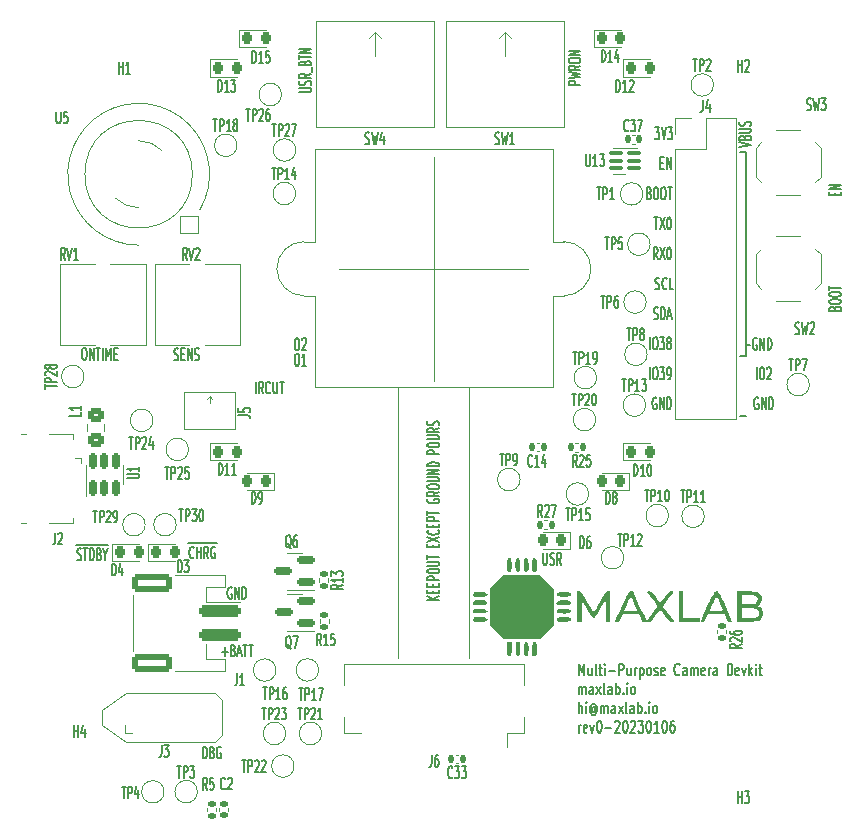
<source format=gto>
%TF.GenerationSoftware,KiCad,Pcbnew,(6.0.10)*%
%TF.CreationDate,2023-01-09T17:37:14-08:00*%
%TF.ProjectId,ai-camera,61692d63-616d-4657-9261-2e6b69636164,rev?*%
%TF.SameCoordinates,PX5a995c0PY2aea540*%
%TF.FileFunction,Legend,Top*%
%TF.FilePolarity,Positive*%
%FSLAX46Y46*%
G04 Gerber Fmt 4.6, Leading zero omitted, Abs format (unit mm)*
G04 Created by KiCad (PCBNEW (6.0.10)) date 2023-01-09 17:37:14*
%MOMM*%
%LPD*%
G01*
G04 APERTURE LIST*
G04 Aperture macros list*
%AMRoundRect*
0 Rectangle with rounded corners*
0 $1 Rounding radius*
0 $2 $3 $4 $5 $6 $7 $8 $9 X,Y pos of 4 corners*
0 Add a 4 corners polygon primitive as box body*
4,1,4,$2,$3,$4,$5,$6,$7,$8,$9,$2,$3,0*
0 Add four circle primitives for the rounded corners*
1,1,$1+$1,$2,$3*
1,1,$1+$1,$4,$5*
1,1,$1+$1,$6,$7*
1,1,$1+$1,$8,$9*
0 Add four rect primitives between the rounded corners*
20,1,$1+$1,$2,$3,$4,$5,0*
20,1,$1+$1,$4,$5,$6,$7,0*
20,1,$1+$1,$6,$7,$8,$9,0*
20,1,$1+$1,$8,$9,$2,$3,0*%
G04 Aperture macros list end*
%ADD10C,0.177800*%
%ADD11C,0.150000*%
%ADD12C,0.120000*%
%ADD13C,0.100000*%
%ADD14RoundRect,0.250000X-1.500000X0.250000X-1.500000X-0.250000X1.500000X-0.250000X1.500000X0.250000X0*%
%ADD15RoundRect,0.250001X-1.449999X0.499999X-1.449999X-0.499999X1.449999X-0.499999X1.449999X0.499999X0*%
%ADD16C,5.600000*%
%ADD17C,3.600000*%
%ADD18C,1.500000*%
%ADD19C,4.000000*%
%ADD20RoundRect,0.135000X-0.185000X0.135000X-0.185000X-0.135000X0.185000X-0.135000X0.185000X0.135000X0*%
%ADD21R,1.000000X1.700000*%
%ADD22RoundRect,0.250000X0.450000X-0.325000X0.450000X0.325000X-0.450000X0.325000X-0.450000X-0.325000X0*%
%ADD23RoundRect,0.140000X0.140000X0.170000X-0.140000X0.170000X-0.140000X-0.170000X0.140000X-0.170000X0*%
%ADD24RoundRect,0.218750X0.218750X0.256250X-0.218750X0.256250X-0.218750X-0.256250X0.218750X-0.256250X0*%
%ADD25RoundRect,0.135000X-0.135000X-0.185000X0.135000X-0.185000X0.135000X0.185000X-0.135000X0.185000X0*%
%ADD26RoundRect,0.218750X-0.218750X-0.256250X0.218750X-0.256250X0.218750X0.256250X-0.218750X0.256250X0*%
%ADD27C,1.700000*%
%ADD28RoundRect,0.140000X-0.140000X-0.170000X0.140000X-0.170000X0.140000X0.170000X-0.140000X0.170000X0*%
%ADD29RoundRect,0.075000X0.512500X0.075000X-0.512500X0.075000X-0.512500X-0.075000X0.512500X-0.075000X0*%
%ADD30RoundRect,0.150000X0.150000X-0.512500X0.150000X0.512500X-0.150000X0.512500X-0.150000X-0.512500X0*%
%ADD31RoundRect,0.140000X-0.170000X0.140000X-0.170000X-0.140000X0.170000X-0.140000X0.170000X0.140000X0*%
%ADD32C,1.440000*%
%ADD33R,0.300000X1.300000*%
%ADD34R,1.800000X2.200000*%
%ADD35RoundRect,0.135000X0.185000X-0.135000X0.185000X0.135000X-0.185000X0.135000X-0.185000X-0.135000X0*%
%ADD36C,0.800000*%
%ADD37R,1.350000X0.400000*%
%ADD38R,1.550000X1.500000*%
%ADD39R,1.550000X1.200000*%
%ADD40O,1.550000X0.890000*%
%ADD41O,0.950000X1.250000*%
%ADD42R,1.700000X1.700000*%
%ADD43O,1.700000X1.700000*%
%ADD44RoundRect,0.135000X0.135000X0.185000X-0.135000X0.185000X-0.135000X-0.185000X0.135000X-0.185000X0*%
%ADD45RoundRect,0.150000X0.587500X0.150000X-0.587500X0.150000X-0.587500X-0.150000X0.587500X-0.150000X0*%
%ADD46R,1.524000X1.524000*%
%ADD47C,1.524000*%
%ADD48C,0.990600*%
%ADD49C,0.787400*%
%ADD50C,0.600000*%
G04 APERTURE END LIST*
D10*
X61750000Y-28500000D02*
X61500000Y-28500000D01*
D11*
X17862857Y-49010000D02*
X17805714Y-48962380D01*
X17720000Y-48962380D01*
X17634285Y-49010000D01*
X17577142Y-49105238D01*
X17548571Y-49200476D01*
X17520000Y-49390952D01*
X17520000Y-49533809D01*
X17548571Y-49724285D01*
X17577142Y-49819523D01*
X17634285Y-49914761D01*
X17720000Y-49962380D01*
X17777142Y-49962380D01*
X17862857Y-49914761D01*
X17891428Y-49867142D01*
X17891428Y-49533809D01*
X17777142Y-49533809D01*
X18148571Y-49962380D02*
X18148571Y-48962380D01*
X18491428Y-49962380D01*
X18491428Y-48962380D01*
X18777142Y-49962380D02*
X18777142Y-48962380D01*
X18920000Y-48962380D01*
X19005714Y-49010000D01*
X19062857Y-49105238D01*
X19091428Y-49200476D01*
X19120000Y-49390952D01*
X19120000Y-49533809D01*
X19091428Y-49724285D01*
X19062857Y-49819523D01*
X19005714Y-49914761D01*
X18920000Y-49962380D01*
X18777142Y-49962380D01*
X17077142Y-54441428D02*
X17534285Y-54441428D01*
X17305714Y-54822380D02*
X17305714Y-54060476D01*
X18020000Y-54298571D02*
X18105714Y-54346190D01*
X18134285Y-54393809D01*
X18162857Y-54489047D01*
X18162857Y-54631904D01*
X18134285Y-54727142D01*
X18105714Y-54774761D01*
X18048571Y-54822380D01*
X17820000Y-54822380D01*
X17820000Y-53822380D01*
X18020000Y-53822380D01*
X18077142Y-53870000D01*
X18105714Y-53917619D01*
X18134285Y-54012857D01*
X18134285Y-54108095D01*
X18105714Y-54203333D01*
X18077142Y-54250952D01*
X18020000Y-54298571D01*
X17820000Y-54298571D01*
X18391428Y-54536666D02*
X18677142Y-54536666D01*
X18334285Y-54822380D02*
X18534285Y-53822380D01*
X18734285Y-54822380D01*
X18848571Y-53822380D02*
X19191428Y-53822380D01*
X19020000Y-54822380D02*
X19020000Y-53822380D01*
X19305714Y-53822380D02*
X19648571Y-53822380D01*
X19477142Y-54822380D02*
X19477142Y-53822380D01*
D10*
X61388000Y-12112000D02*
X61388000Y-29384000D01*
X61388000Y-29384000D02*
X60880000Y-29384000D01*
X60880000Y-34464000D02*
X61388000Y-34464000D01*
X60880000Y-12112000D02*
X61388000Y-12112000D01*
D11*
X68936571Y-25356928D02*
X68984190Y-25271214D01*
X69031809Y-25242642D01*
X69127047Y-25214071D01*
X69269904Y-25214071D01*
X69365142Y-25242642D01*
X69412761Y-25271214D01*
X69460380Y-25328357D01*
X69460380Y-25556928D01*
X68460380Y-25556928D01*
X68460380Y-25356928D01*
X68508000Y-25299785D01*
X68555619Y-25271214D01*
X68650857Y-25242642D01*
X68746095Y-25242642D01*
X68841333Y-25271214D01*
X68888952Y-25299785D01*
X68936571Y-25356928D01*
X68936571Y-25556928D01*
X68460380Y-24842642D02*
X68460380Y-24728357D01*
X68508000Y-24671214D01*
X68603238Y-24614071D01*
X68793714Y-24585500D01*
X69127047Y-24585500D01*
X69317523Y-24614071D01*
X69412761Y-24671214D01*
X69460380Y-24728357D01*
X69460380Y-24842642D01*
X69412761Y-24899785D01*
X69317523Y-24956928D01*
X69127047Y-24985500D01*
X68793714Y-24985500D01*
X68603238Y-24956928D01*
X68508000Y-24899785D01*
X68460380Y-24842642D01*
X68460380Y-24214071D02*
X68460380Y-24099785D01*
X68508000Y-24042642D01*
X68603238Y-23985500D01*
X68793714Y-23956928D01*
X69127047Y-23956928D01*
X69317523Y-23985500D01*
X69412761Y-24042642D01*
X69460380Y-24099785D01*
X69460380Y-24214071D01*
X69412761Y-24271214D01*
X69317523Y-24328357D01*
X69127047Y-24356928D01*
X68793714Y-24356928D01*
X68603238Y-24328357D01*
X68508000Y-24271214D01*
X68460380Y-24214071D01*
X68460380Y-23785500D02*
X68460380Y-23442642D01*
X69460380Y-23614071D02*
X68460380Y-23614071D01*
X53623071Y-26232761D02*
X53708785Y-26280380D01*
X53851642Y-26280380D01*
X53908785Y-26232761D01*
X53937357Y-26185142D01*
X53965928Y-26089904D01*
X53965928Y-25994666D01*
X53937357Y-25899428D01*
X53908785Y-25851809D01*
X53851642Y-25804190D01*
X53737357Y-25756571D01*
X53680214Y-25708952D01*
X53651642Y-25661333D01*
X53623071Y-25566095D01*
X53623071Y-25470857D01*
X53651642Y-25375619D01*
X53680214Y-25328000D01*
X53737357Y-25280380D01*
X53880214Y-25280380D01*
X53965928Y-25328000D01*
X54223071Y-26280380D02*
X54223071Y-25280380D01*
X54365928Y-25280380D01*
X54451642Y-25328000D01*
X54508785Y-25423238D01*
X54537357Y-25518476D01*
X54565928Y-25708952D01*
X54565928Y-25851809D01*
X54537357Y-26042285D01*
X54508785Y-26137523D01*
X54451642Y-26232761D01*
X54365928Y-26280380D01*
X54223071Y-26280380D01*
X54794500Y-25994666D02*
X55080214Y-25994666D01*
X54737357Y-26280380D02*
X54937357Y-25280380D01*
X55137357Y-26280380D01*
X53726071Y-10027380D02*
X54097500Y-10027380D01*
X53897500Y-10408333D01*
X53983214Y-10408333D01*
X54040357Y-10455952D01*
X54068928Y-10503571D01*
X54097500Y-10598809D01*
X54097500Y-10836904D01*
X54068928Y-10932142D01*
X54040357Y-10979761D01*
X53983214Y-11027380D01*
X53811785Y-11027380D01*
X53754642Y-10979761D01*
X53726071Y-10932142D01*
X54268928Y-10027380D02*
X54468928Y-11027380D01*
X54668928Y-10027380D01*
X54811785Y-10027380D02*
X55183214Y-10027380D01*
X54983214Y-10408333D01*
X55068928Y-10408333D01*
X55126071Y-10455952D01*
X55154642Y-10503571D01*
X55183214Y-10598809D01*
X55183214Y-10836904D01*
X55154642Y-10932142D01*
X55126071Y-10979761D01*
X55068928Y-11027380D01*
X54897500Y-11027380D01*
X54840357Y-10979761D01*
X54811785Y-10932142D01*
X13011785Y-29704761D02*
X13097500Y-29752380D01*
X13240357Y-29752380D01*
X13297500Y-29704761D01*
X13326071Y-29657142D01*
X13354642Y-29561904D01*
X13354642Y-29466666D01*
X13326071Y-29371428D01*
X13297500Y-29323809D01*
X13240357Y-29276190D01*
X13126071Y-29228571D01*
X13068928Y-29180952D01*
X13040357Y-29133333D01*
X13011785Y-29038095D01*
X13011785Y-28942857D01*
X13040357Y-28847619D01*
X13068928Y-28800000D01*
X13126071Y-28752380D01*
X13268928Y-28752380D01*
X13354642Y-28800000D01*
X13611785Y-29228571D02*
X13811785Y-29228571D01*
X13897500Y-29752380D02*
X13611785Y-29752380D01*
X13611785Y-28752380D01*
X13897500Y-28752380D01*
X14154642Y-29752380D02*
X14154642Y-28752380D01*
X14497500Y-29752380D01*
X14497500Y-28752380D01*
X14754642Y-29704761D02*
X14840357Y-29752380D01*
X14983214Y-29752380D01*
X15040357Y-29704761D01*
X15068928Y-29657142D01*
X15097500Y-29561904D01*
X15097500Y-29466666D01*
X15068928Y-29371428D01*
X15040357Y-29323809D01*
X14983214Y-29276190D01*
X14868928Y-29228571D01*
X14811785Y-29180952D01*
X14783214Y-29133333D01*
X14754642Y-29038095D01*
X14754642Y-28942857D01*
X14783214Y-28847619D01*
X14811785Y-28800000D01*
X14868928Y-28752380D01*
X15011785Y-28752380D01*
X15097500Y-28800000D01*
X23357142Y-27902380D02*
X23471428Y-27902380D01*
X23528571Y-27950000D01*
X23585714Y-28045238D01*
X23614285Y-28235714D01*
X23614285Y-28569047D01*
X23585714Y-28759523D01*
X23528571Y-28854761D01*
X23471428Y-28902380D01*
X23357142Y-28902380D01*
X23300000Y-28854761D01*
X23242857Y-28759523D01*
X23214285Y-28569047D01*
X23214285Y-28235714D01*
X23242857Y-28045238D01*
X23300000Y-27950000D01*
X23357142Y-27902380D01*
X23842857Y-27997619D02*
X23871428Y-27950000D01*
X23928571Y-27902380D01*
X24071428Y-27902380D01*
X24128571Y-27950000D01*
X24157142Y-27997619D01*
X24185714Y-28092857D01*
X24185714Y-28188095D01*
X24157142Y-28330952D01*
X23814285Y-28902380D01*
X24185714Y-28902380D01*
X62454857Y-32948000D02*
X62397714Y-32900380D01*
X62312000Y-32900380D01*
X62226285Y-32948000D01*
X62169142Y-33043238D01*
X62140571Y-33138476D01*
X62112000Y-33328952D01*
X62112000Y-33471809D01*
X62140571Y-33662285D01*
X62169142Y-33757523D01*
X62226285Y-33852761D01*
X62312000Y-33900380D01*
X62369142Y-33900380D01*
X62454857Y-33852761D01*
X62483428Y-33805142D01*
X62483428Y-33471809D01*
X62369142Y-33471809D01*
X62740571Y-33900380D02*
X62740571Y-32900380D01*
X63083428Y-33900380D01*
X63083428Y-32900380D01*
X63369142Y-33900380D02*
X63369142Y-32900380D01*
X63512000Y-32900380D01*
X63597714Y-32948000D01*
X63654857Y-33043238D01*
X63683428Y-33138476D01*
X63712000Y-33328952D01*
X63712000Y-33471809D01*
X63683428Y-33662285D01*
X63654857Y-33757523D01*
X63597714Y-33852761D01*
X63512000Y-33900380D01*
X63369142Y-33900380D01*
X4698571Y-45400000D02*
X5270000Y-45400000D01*
X4812857Y-46634761D02*
X4898571Y-46682380D01*
X5041428Y-46682380D01*
X5098571Y-46634761D01*
X5127142Y-46587142D01*
X5155714Y-46491904D01*
X5155714Y-46396666D01*
X5127142Y-46301428D01*
X5098571Y-46253809D01*
X5041428Y-46206190D01*
X4927142Y-46158571D01*
X4870000Y-46110952D01*
X4841428Y-46063333D01*
X4812857Y-45968095D01*
X4812857Y-45872857D01*
X4841428Y-45777619D01*
X4870000Y-45730000D01*
X4927142Y-45682380D01*
X5070000Y-45682380D01*
X5155714Y-45730000D01*
X5270000Y-45400000D02*
X5727142Y-45400000D01*
X5327142Y-45682380D02*
X5670000Y-45682380D01*
X5498571Y-46682380D02*
X5498571Y-45682380D01*
X5727142Y-45400000D02*
X6327142Y-45400000D01*
X5870000Y-46682380D02*
X5870000Y-45682380D01*
X6012857Y-45682380D01*
X6098571Y-45730000D01*
X6155714Y-45825238D01*
X6184285Y-45920476D01*
X6212857Y-46110952D01*
X6212857Y-46253809D01*
X6184285Y-46444285D01*
X6155714Y-46539523D01*
X6098571Y-46634761D01*
X6012857Y-46682380D01*
X5870000Y-46682380D01*
X6327142Y-45400000D02*
X6927142Y-45400000D01*
X6670000Y-46158571D02*
X6755714Y-46206190D01*
X6784285Y-46253809D01*
X6812857Y-46349047D01*
X6812857Y-46491904D01*
X6784285Y-46587142D01*
X6755714Y-46634761D01*
X6698571Y-46682380D01*
X6470000Y-46682380D01*
X6470000Y-45682380D01*
X6670000Y-45682380D01*
X6727142Y-45730000D01*
X6755714Y-45777619D01*
X6784285Y-45872857D01*
X6784285Y-45968095D01*
X6755714Y-46063333D01*
X6727142Y-46110952D01*
X6670000Y-46158571D01*
X6470000Y-46158571D01*
X6927142Y-45400000D02*
X7441428Y-45400000D01*
X7184285Y-46206190D02*
X7184285Y-46682380D01*
X6984285Y-45682380D02*
X7184285Y-46206190D01*
X7384285Y-45682380D01*
X5354642Y-28702380D02*
X5468928Y-28702380D01*
X5526071Y-28750000D01*
X5583214Y-28845238D01*
X5611785Y-29035714D01*
X5611785Y-29369047D01*
X5583214Y-29559523D01*
X5526071Y-29654761D01*
X5468928Y-29702380D01*
X5354642Y-29702380D01*
X5297500Y-29654761D01*
X5240357Y-29559523D01*
X5211785Y-29369047D01*
X5211785Y-29035714D01*
X5240357Y-28845238D01*
X5297500Y-28750000D01*
X5354642Y-28702380D01*
X5868928Y-29702380D02*
X5868928Y-28702380D01*
X6211785Y-29702380D01*
X6211785Y-28702380D01*
X6411785Y-28702380D02*
X6754642Y-28702380D01*
X6583214Y-29702380D02*
X6583214Y-28702380D01*
X6954642Y-29702380D02*
X6954642Y-28702380D01*
X7240357Y-29702380D02*
X7240357Y-28702380D01*
X7440357Y-29416666D01*
X7640357Y-28702380D01*
X7640357Y-29702380D01*
X7926071Y-29178571D02*
X8126071Y-29178571D01*
X8211785Y-29702380D02*
X7926071Y-29702380D01*
X7926071Y-28702380D01*
X8211785Y-28702380D01*
X54165928Y-13056571D02*
X54365928Y-13056571D01*
X54451642Y-13580380D02*
X54165928Y-13580380D01*
X54165928Y-12580380D01*
X54451642Y-12580380D01*
X54708785Y-13580380D02*
X54708785Y-12580380D01*
X55051642Y-13580380D01*
X55051642Y-12580380D01*
X60840380Y-11688000D02*
X61840380Y-11488000D01*
X60840380Y-11288000D01*
X61316571Y-10888000D02*
X61364190Y-10802285D01*
X61411809Y-10773714D01*
X61507047Y-10745142D01*
X61649904Y-10745142D01*
X61745142Y-10773714D01*
X61792761Y-10802285D01*
X61840380Y-10859428D01*
X61840380Y-11088000D01*
X60840380Y-11088000D01*
X60840380Y-10888000D01*
X60888000Y-10830857D01*
X60935619Y-10802285D01*
X61030857Y-10773714D01*
X61126095Y-10773714D01*
X61221333Y-10802285D01*
X61268952Y-10830857D01*
X61316571Y-10888000D01*
X61316571Y-11088000D01*
X60840380Y-10488000D02*
X61649904Y-10488000D01*
X61745142Y-10459428D01*
X61792761Y-10430857D01*
X61840380Y-10373714D01*
X61840380Y-10259428D01*
X61792761Y-10202285D01*
X61745142Y-10173714D01*
X61649904Y-10145142D01*
X60840380Y-10145142D01*
X61792761Y-9888000D02*
X61840380Y-9802285D01*
X61840380Y-9659428D01*
X61792761Y-9602285D01*
X61745142Y-9573714D01*
X61649904Y-9545142D01*
X61554666Y-9545142D01*
X61459428Y-9573714D01*
X61411809Y-9602285D01*
X61364190Y-9659428D01*
X61316571Y-9773714D01*
X61268952Y-9830857D01*
X61221333Y-9859428D01*
X61126095Y-9888000D01*
X61030857Y-9888000D01*
X60935619Y-9859428D01*
X60888000Y-9830857D01*
X60840380Y-9773714D01*
X60840380Y-9630857D01*
X60888000Y-9545142D01*
X68936571Y-15778071D02*
X68936571Y-15578071D01*
X69460380Y-15492357D02*
X69460380Y-15778071D01*
X68460380Y-15778071D01*
X68460380Y-15492357D01*
X69460380Y-15235214D02*
X68460380Y-15235214D01*
X69460380Y-14892357D01*
X68460380Y-14892357D01*
X53280214Y-31360380D02*
X53280214Y-30360380D01*
X53680214Y-30360380D02*
X53794500Y-30360380D01*
X53851642Y-30408000D01*
X53908785Y-30503238D01*
X53937357Y-30693714D01*
X53937357Y-31027047D01*
X53908785Y-31217523D01*
X53851642Y-31312761D01*
X53794500Y-31360380D01*
X53680214Y-31360380D01*
X53623071Y-31312761D01*
X53565928Y-31217523D01*
X53537357Y-31027047D01*
X53537357Y-30693714D01*
X53565928Y-30503238D01*
X53623071Y-30408000D01*
X53680214Y-30360380D01*
X54137357Y-30360380D02*
X54508785Y-30360380D01*
X54308785Y-30741333D01*
X54394500Y-30741333D01*
X54451642Y-30788952D01*
X54480214Y-30836571D01*
X54508785Y-30931809D01*
X54508785Y-31169904D01*
X54480214Y-31265142D01*
X54451642Y-31312761D01*
X54394500Y-31360380D01*
X54223071Y-31360380D01*
X54165928Y-31312761D01*
X54137357Y-31265142D01*
X54794500Y-31360380D02*
X54908785Y-31360380D01*
X54965928Y-31312761D01*
X54994500Y-31265142D01*
X55051642Y-31122285D01*
X55080214Y-30931809D01*
X55080214Y-30550857D01*
X55051642Y-30455619D01*
X55023071Y-30408000D01*
X54965928Y-30360380D01*
X54851642Y-30360380D01*
X54794500Y-30408000D01*
X54765928Y-30455619D01*
X54737357Y-30550857D01*
X54737357Y-30788952D01*
X54765928Y-30884190D01*
X54794500Y-30931809D01*
X54851642Y-30979428D01*
X54965928Y-30979428D01*
X55023071Y-30931809D01*
X55051642Y-30884190D01*
X55080214Y-30788952D01*
X14185714Y-45250000D02*
X14785714Y-45250000D01*
X14671428Y-46437142D02*
X14642857Y-46484761D01*
X14557142Y-46532380D01*
X14500000Y-46532380D01*
X14414285Y-46484761D01*
X14357142Y-46389523D01*
X14328571Y-46294285D01*
X14300000Y-46103809D01*
X14300000Y-45960952D01*
X14328571Y-45770476D01*
X14357142Y-45675238D01*
X14414285Y-45580000D01*
X14500000Y-45532380D01*
X14557142Y-45532380D01*
X14642857Y-45580000D01*
X14671428Y-45627619D01*
X14785714Y-45250000D02*
X15414285Y-45250000D01*
X14928571Y-46532380D02*
X14928571Y-45532380D01*
X14928571Y-46008571D02*
X15271428Y-46008571D01*
X15271428Y-46532380D02*
X15271428Y-45532380D01*
X15414285Y-45250000D02*
X16014285Y-45250000D01*
X15900000Y-46532380D02*
X15700000Y-46056190D01*
X15557142Y-46532380D02*
X15557142Y-45532380D01*
X15785714Y-45532380D01*
X15842857Y-45580000D01*
X15871428Y-45627619D01*
X15900000Y-45722857D01*
X15900000Y-45865714D01*
X15871428Y-45960952D01*
X15842857Y-46008571D01*
X15785714Y-46056190D01*
X15557142Y-46056190D01*
X16014285Y-45250000D02*
X16614285Y-45250000D01*
X16471428Y-45580000D02*
X16414285Y-45532380D01*
X16328571Y-45532380D01*
X16242857Y-45580000D01*
X16185714Y-45675238D01*
X16157142Y-45770476D01*
X16128571Y-45960952D01*
X16128571Y-46103809D01*
X16157142Y-46294285D01*
X16185714Y-46389523D01*
X16242857Y-46484761D01*
X16328571Y-46532380D01*
X16385714Y-46532380D01*
X16471428Y-46484761D01*
X16500000Y-46437142D01*
X16500000Y-46103809D01*
X16385714Y-46103809D01*
X62312000Y-31360380D02*
X62312000Y-30360380D01*
X62712000Y-30360380D02*
X62826285Y-30360380D01*
X62883428Y-30408000D01*
X62940571Y-30503238D01*
X62969142Y-30693714D01*
X62969142Y-31027047D01*
X62940571Y-31217523D01*
X62883428Y-31312761D01*
X62826285Y-31360380D01*
X62712000Y-31360380D01*
X62654857Y-31312761D01*
X62597714Y-31217523D01*
X62569142Y-31027047D01*
X62569142Y-30693714D01*
X62597714Y-30503238D01*
X62654857Y-30408000D01*
X62712000Y-30360380D01*
X63197714Y-30455619D02*
X63226285Y-30408000D01*
X63283428Y-30360380D01*
X63426285Y-30360380D01*
X63483428Y-30408000D01*
X63512000Y-30455619D01*
X63540571Y-30550857D01*
X63540571Y-30646095D01*
X63512000Y-30788952D01*
X63169142Y-31360380D01*
X63540571Y-31360380D01*
X19907142Y-32552380D02*
X19907142Y-31552380D01*
X20535714Y-32552380D02*
X20335714Y-32076190D01*
X20192857Y-32552380D02*
X20192857Y-31552380D01*
X20421428Y-31552380D01*
X20478571Y-31600000D01*
X20507142Y-31647619D01*
X20535714Y-31742857D01*
X20535714Y-31885714D01*
X20507142Y-31980952D01*
X20478571Y-32028571D01*
X20421428Y-32076190D01*
X20192857Y-32076190D01*
X21135714Y-32457142D02*
X21107142Y-32504761D01*
X21021428Y-32552380D01*
X20964285Y-32552380D01*
X20878571Y-32504761D01*
X20821428Y-32409523D01*
X20792857Y-32314285D01*
X20764285Y-32123809D01*
X20764285Y-31980952D01*
X20792857Y-31790476D01*
X20821428Y-31695238D01*
X20878571Y-31600000D01*
X20964285Y-31552380D01*
X21021428Y-31552380D01*
X21107142Y-31600000D01*
X21135714Y-31647619D01*
X21392857Y-31552380D02*
X21392857Y-32361904D01*
X21421428Y-32457142D01*
X21450000Y-32504761D01*
X21507142Y-32552380D01*
X21621428Y-32552380D01*
X21678571Y-32504761D01*
X21707142Y-32457142D01*
X21735714Y-32361904D01*
X21735714Y-31552380D01*
X21935714Y-31552380D02*
X22278571Y-31552380D01*
X22107142Y-32552380D02*
X22107142Y-31552380D01*
X53754642Y-23709761D02*
X53840357Y-23757380D01*
X53983214Y-23757380D01*
X54040357Y-23709761D01*
X54068928Y-23662142D01*
X54097500Y-23566904D01*
X54097500Y-23471666D01*
X54068928Y-23376428D01*
X54040357Y-23328809D01*
X53983214Y-23281190D01*
X53868928Y-23233571D01*
X53811785Y-23185952D01*
X53783214Y-23138333D01*
X53754642Y-23043095D01*
X53754642Y-22947857D01*
X53783214Y-22852619D01*
X53811785Y-22805000D01*
X53868928Y-22757380D01*
X54011785Y-22757380D01*
X54097500Y-22805000D01*
X54697500Y-23662142D02*
X54668928Y-23709761D01*
X54583214Y-23757380D01*
X54526071Y-23757380D01*
X54440357Y-23709761D01*
X54383214Y-23614523D01*
X54354642Y-23519285D01*
X54326071Y-23328809D01*
X54326071Y-23185952D01*
X54354642Y-22995476D01*
X54383214Y-22900238D01*
X54440357Y-22805000D01*
X54526071Y-22757380D01*
X54583214Y-22757380D01*
X54668928Y-22805000D01*
X54697500Y-22852619D01*
X55240357Y-23757380D02*
X54954642Y-23757380D01*
X54954642Y-22757380D01*
X23357142Y-29202380D02*
X23471428Y-29202380D01*
X23528571Y-29250000D01*
X23585714Y-29345238D01*
X23614285Y-29535714D01*
X23614285Y-29869047D01*
X23585714Y-30059523D01*
X23528571Y-30154761D01*
X23471428Y-30202380D01*
X23357142Y-30202380D01*
X23300000Y-30154761D01*
X23242857Y-30059523D01*
X23214285Y-29869047D01*
X23214285Y-29535714D01*
X23242857Y-29345238D01*
X23300000Y-29250000D01*
X23357142Y-29202380D01*
X24185714Y-30202380D02*
X23842857Y-30202380D01*
X24014285Y-30202380D02*
X24014285Y-29202380D01*
X23957142Y-29345238D01*
X23900000Y-29440476D01*
X23842857Y-29488095D01*
X53223071Y-15596571D02*
X53308785Y-15644190D01*
X53337357Y-15691809D01*
X53365928Y-15787047D01*
X53365928Y-15929904D01*
X53337357Y-16025142D01*
X53308785Y-16072761D01*
X53251642Y-16120380D01*
X53023071Y-16120380D01*
X53023071Y-15120380D01*
X53223071Y-15120380D01*
X53280214Y-15168000D01*
X53308785Y-15215619D01*
X53337357Y-15310857D01*
X53337357Y-15406095D01*
X53308785Y-15501333D01*
X53280214Y-15548952D01*
X53223071Y-15596571D01*
X53023071Y-15596571D01*
X53737357Y-15120380D02*
X53851642Y-15120380D01*
X53908785Y-15168000D01*
X53965928Y-15263238D01*
X53994500Y-15453714D01*
X53994500Y-15787047D01*
X53965928Y-15977523D01*
X53908785Y-16072761D01*
X53851642Y-16120380D01*
X53737357Y-16120380D01*
X53680214Y-16072761D01*
X53623071Y-15977523D01*
X53594500Y-15787047D01*
X53594500Y-15453714D01*
X53623071Y-15263238D01*
X53680214Y-15168000D01*
X53737357Y-15120380D01*
X54365928Y-15120380D02*
X54480214Y-15120380D01*
X54537357Y-15168000D01*
X54594500Y-15263238D01*
X54623071Y-15453714D01*
X54623071Y-15787047D01*
X54594500Y-15977523D01*
X54537357Y-16072761D01*
X54480214Y-16120380D01*
X54365928Y-16120380D01*
X54308785Y-16072761D01*
X54251642Y-15977523D01*
X54223071Y-15787047D01*
X54223071Y-15453714D01*
X54251642Y-15263238D01*
X54308785Y-15168000D01*
X54365928Y-15120380D01*
X54794500Y-15120380D02*
X55137357Y-15120380D01*
X54965928Y-16120380D02*
X54965928Y-15120380D01*
X47264166Y-56437380D02*
X47264166Y-55437380D01*
X47497500Y-56151666D01*
X47730833Y-55437380D01*
X47730833Y-56437380D01*
X48364166Y-55770714D02*
X48364166Y-56437380D01*
X48064166Y-55770714D02*
X48064166Y-56294523D01*
X48097500Y-56389761D01*
X48164166Y-56437380D01*
X48264166Y-56437380D01*
X48330833Y-56389761D01*
X48364166Y-56342142D01*
X48797500Y-56437380D02*
X48730833Y-56389761D01*
X48697500Y-56294523D01*
X48697500Y-55437380D01*
X48964166Y-55770714D02*
X49230833Y-55770714D01*
X49064166Y-55437380D02*
X49064166Y-56294523D01*
X49097500Y-56389761D01*
X49164166Y-56437380D01*
X49230833Y-56437380D01*
X49464166Y-56437380D02*
X49464166Y-55770714D01*
X49464166Y-55437380D02*
X49430833Y-55485000D01*
X49464166Y-55532619D01*
X49497500Y-55485000D01*
X49464166Y-55437380D01*
X49464166Y-55532619D01*
X49797500Y-56056428D02*
X50330833Y-56056428D01*
X50664166Y-56437380D02*
X50664166Y-55437380D01*
X50930833Y-55437380D01*
X50997500Y-55485000D01*
X51030833Y-55532619D01*
X51064166Y-55627857D01*
X51064166Y-55770714D01*
X51030833Y-55865952D01*
X50997500Y-55913571D01*
X50930833Y-55961190D01*
X50664166Y-55961190D01*
X51664166Y-55770714D02*
X51664166Y-56437380D01*
X51364166Y-55770714D02*
X51364166Y-56294523D01*
X51397500Y-56389761D01*
X51464166Y-56437380D01*
X51564166Y-56437380D01*
X51630833Y-56389761D01*
X51664166Y-56342142D01*
X51997500Y-56437380D02*
X51997500Y-55770714D01*
X51997500Y-55961190D02*
X52030833Y-55865952D01*
X52064166Y-55818333D01*
X52130833Y-55770714D01*
X52197500Y-55770714D01*
X52430833Y-55770714D02*
X52430833Y-56770714D01*
X52430833Y-55818333D02*
X52497500Y-55770714D01*
X52630833Y-55770714D01*
X52697500Y-55818333D01*
X52730833Y-55865952D01*
X52764166Y-55961190D01*
X52764166Y-56246904D01*
X52730833Y-56342142D01*
X52697500Y-56389761D01*
X52630833Y-56437380D01*
X52497500Y-56437380D01*
X52430833Y-56389761D01*
X53164166Y-56437380D02*
X53097500Y-56389761D01*
X53064166Y-56342142D01*
X53030833Y-56246904D01*
X53030833Y-55961190D01*
X53064166Y-55865952D01*
X53097500Y-55818333D01*
X53164166Y-55770714D01*
X53264166Y-55770714D01*
X53330833Y-55818333D01*
X53364166Y-55865952D01*
X53397500Y-55961190D01*
X53397500Y-56246904D01*
X53364166Y-56342142D01*
X53330833Y-56389761D01*
X53264166Y-56437380D01*
X53164166Y-56437380D01*
X53664166Y-56389761D02*
X53730833Y-56437380D01*
X53864166Y-56437380D01*
X53930833Y-56389761D01*
X53964166Y-56294523D01*
X53964166Y-56246904D01*
X53930833Y-56151666D01*
X53864166Y-56104047D01*
X53764166Y-56104047D01*
X53697500Y-56056428D01*
X53664166Y-55961190D01*
X53664166Y-55913571D01*
X53697500Y-55818333D01*
X53764166Y-55770714D01*
X53864166Y-55770714D01*
X53930833Y-55818333D01*
X54530833Y-56389761D02*
X54464166Y-56437380D01*
X54330833Y-56437380D01*
X54264166Y-56389761D01*
X54230833Y-56294523D01*
X54230833Y-55913571D01*
X54264166Y-55818333D01*
X54330833Y-55770714D01*
X54464166Y-55770714D01*
X54530833Y-55818333D01*
X54564166Y-55913571D01*
X54564166Y-56008809D01*
X54230833Y-56104047D01*
X55797500Y-56342142D02*
X55764166Y-56389761D01*
X55664166Y-56437380D01*
X55597500Y-56437380D01*
X55497500Y-56389761D01*
X55430833Y-56294523D01*
X55397500Y-56199285D01*
X55364166Y-56008809D01*
X55364166Y-55865952D01*
X55397500Y-55675476D01*
X55430833Y-55580238D01*
X55497500Y-55485000D01*
X55597500Y-55437380D01*
X55664166Y-55437380D01*
X55764166Y-55485000D01*
X55797500Y-55532619D01*
X56397500Y-56437380D02*
X56397500Y-55913571D01*
X56364166Y-55818333D01*
X56297500Y-55770714D01*
X56164166Y-55770714D01*
X56097500Y-55818333D01*
X56397500Y-56389761D02*
X56330833Y-56437380D01*
X56164166Y-56437380D01*
X56097500Y-56389761D01*
X56064166Y-56294523D01*
X56064166Y-56199285D01*
X56097500Y-56104047D01*
X56164166Y-56056428D01*
X56330833Y-56056428D01*
X56397500Y-56008809D01*
X56730833Y-56437380D02*
X56730833Y-55770714D01*
X56730833Y-55865952D02*
X56764166Y-55818333D01*
X56830833Y-55770714D01*
X56930833Y-55770714D01*
X56997500Y-55818333D01*
X57030833Y-55913571D01*
X57030833Y-56437380D01*
X57030833Y-55913571D02*
X57064166Y-55818333D01*
X57130833Y-55770714D01*
X57230833Y-55770714D01*
X57297500Y-55818333D01*
X57330833Y-55913571D01*
X57330833Y-56437380D01*
X57930833Y-56389761D02*
X57864166Y-56437380D01*
X57730833Y-56437380D01*
X57664166Y-56389761D01*
X57630833Y-56294523D01*
X57630833Y-55913571D01*
X57664166Y-55818333D01*
X57730833Y-55770714D01*
X57864166Y-55770714D01*
X57930833Y-55818333D01*
X57964166Y-55913571D01*
X57964166Y-56008809D01*
X57630833Y-56104047D01*
X58264166Y-56437380D02*
X58264166Y-55770714D01*
X58264166Y-55961190D02*
X58297500Y-55865952D01*
X58330833Y-55818333D01*
X58397500Y-55770714D01*
X58464166Y-55770714D01*
X58997500Y-56437380D02*
X58997500Y-55913571D01*
X58964166Y-55818333D01*
X58897500Y-55770714D01*
X58764166Y-55770714D01*
X58697500Y-55818333D01*
X58997500Y-56389761D02*
X58930833Y-56437380D01*
X58764166Y-56437380D01*
X58697500Y-56389761D01*
X58664166Y-56294523D01*
X58664166Y-56199285D01*
X58697500Y-56104047D01*
X58764166Y-56056428D01*
X58930833Y-56056428D01*
X58997500Y-56008809D01*
X59864166Y-56437380D02*
X59864166Y-55437380D01*
X60030833Y-55437380D01*
X60130833Y-55485000D01*
X60197500Y-55580238D01*
X60230833Y-55675476D01*
X60264166Y-55865952D01*
X60264166Y-56008809D01*
X60230833Y-56199285D01*
X60197500Y-56294523D01*
X60130833Y-56389761D01*
X60030833Y-56437380D01*
X59864166Y-56437380D01*
X60830833Y-56389761D02*
X60764166Y-56437380D01*
X60630833Y-56437380D01*
X60564166Y-56389761D01*
X60530833Y-56294523D01*
X60530833Y-55913571D01*
X60564166Y-55818333D01*
X60630833Y-55770714D01*
X60764166Y-55770714D01*
X60830833Y-55818333D01*
X60864166Y-55913571D01*
X60864166Y-56008809D01*
X60530833Y-56104047D01*
X61097500Y-55770714D02*
X61264166Y-56437380D01*
X61430833Y-55770714D01*
X61697500Y-56437380D02*
X61697500Y-55437380D01*
X61764166Y-56056428D02*
X61964166Y-56437380D01*
X61964166Y-55770714D02*
X61697500Y-56151666D01*
X62264166Y-56437380D02*
X62264166Y-55770714D01*
X62264166Y-55437380D02*
X62230833Y-55485000D01*
X62264166Y-55532619D01*
X62297500Y-55485000D01*
X62264166Y-55437380D01*
X62264166Y-55532619D01*
X62497500Y-55770714D02*
X62764166Y-55770714D01*
X62597500Y-55437380D02*
X62597500Y-56294523D01*
X62630833Y-56389761D01*
X62697500Y-56437380D01*
X62764166Y-56437380D01*
X47264166Y-58047380D02*
X47264166Y-57380714D01*
X47264166Y-57475952D02*
X47297500Y-57428333D01*
X47364166Y-57380714D01*
X47464166Y-57380714D01*
X47530833Y-57428333D01*
X47564166Y-57523571D01*
X47564166Y-58047380D01*
X47564166Y-57523571D02*
X47597500Y-57428333D01*
X47664166Y-57380714D01*
X47764166Y-57380714D01*
X47830833Y-57428333D01*
X47864166Y-57523571D01*
X47864166Y-58047380D01*
X48497500Y-58047380D02*
X48497500Y-57523571D01*
X48464166Y-57428333D01*
X48397500Y-57380714D01*
X48264166Y-57380714D01*
X48197500Y-57428333D01*
X48497500Y-57999761D02*
X48430833Y-58047380D01*
X48264166Y-58047380D01*
X48197500Y-57999761D01*
X48164166Y-57904523D01*
X48164166Y-57809285D01*
X48197500Y-57714047D01*
X48264166Y-57666428D01*
X48430833Y-57666428D01*
X48497500Y-57618809D01*
X48764166Y-58047380D02*
X49130833Y-57380714D01*
X48764166Y-57380714D02*
X49130833Y-58047380D01*
X49497500Y-58047380D02*
X49430833Y-57999761D01*
X49397500Y-57904523D01*
X49397500Y-57047380D01*
X50064166Y-58047380D02*
X50064166Y-57523571D01*
X50030833Y-57428333D01*
X49964166Y-57380714D01*
X49830833Y-57380714D01*
X49764166Y-57428333D01*
X50064166Y-57999761D02*
X49997500Y-58047380D01*
X49830833Y-58047380D01*
X49764166Y-57999761D01*
X49730833Y-57904523D01*
X49730833Y-57809285D01*
X49764166Y-57714047D01*
X49830833Y-57666428D01*
X49997500Y-57666428D01*
X50064166Y-57618809D01*
X50397500Y-58047380D02*
X50397500Y-57047380D01*
X50397500Y-57428333D02*
X50464166Y-57380714D01*
X50597500Y-57380714D01*
X50664166Y-57428333D01*
X50697500Y-57475952D01*
X50730833Y-57571190D01*
X50730833Y-57856904D01*
X50697500Y-57952142D01*
X50664166Y-57999761D01*
X50597500Y-58047380D01*
X50464166Y-58047380D01*
X50397500Y-57999761D01*
X51030833Y-57952142D02*
X51064166Y-57999761D01*
X51030833Y-58047380D01*
X50997500Y-57999761D01*
X51030833Y-57952142D01*
X51030833Y-58047380D01*
X51364166Y-58047380D02*
X51364166Y-57380714D01*
X51364166Y-57047380D02*
X51330833Y-57095000D01*
X51364166Y-57142619D01*
X51397500Y-57095000D01*
X51364166Y-57047380D01*
X51364166Y-57142619D01*
X51797500Y-58047380D02*
X51730833Y-57999761D01*
X51697500Y-57952142D01*
X51664166Y-57856904D01*
X51664166Y-57571190D01*
X51697500Y-57475952D01*
X51730833Y-57428333D01*
X51797500Y-57380714D01*
X51897500Y-57380714D01*
X51964166Y-57428333D01*
X51997500Y-57475952D01*
X52030833Y-57571190D01*
X52030833Y-57856904D01*
X51997500Y-57952142D01*
X51964166Y-57999761D01*
X51897500Y-58047380D01*
X51797500Y-58047380D01*
X47264166Y-59657380D02*
X47264166Y-58657380D01*
X47564166Y-59657380D02*
X47564166Y-59133571D01*
X47530833Y-59038333D01*
X47464166Y-58990714D01*
X47364166Y-58990714D01*
X47297500Y-59038333D01*
X47264166Y-59085952D01*
X47897500Y-59657380D02*
X47897500Y-58990714D01*
X47897500Y-58657380D02*
X47864166Y-58705000D01*
X47897500Y-58752619D01*
X47930833Y-58705000D01*
X47897500Y-58657380D01*
X47897500Y-58752619D01*
X48664166Y-59181190D02*
X48630833Y-59133571D01*
X48564166Y-59085952D01*
X48497500Y-59085952D01*
X48430833Y-59133571D01*
X48397500Y-59181190D01*
X48364166Y-59276428D01*
X48364166Y-59371666D01*
X48397500Y-59466904D01*
X48430833Y-59514523D01*
X48497500Y-59562142D01*
X48564166Y-59562142D01*
X48630833Y-59514523D01*
X48664166Y-59466904D01*
X48664166Y-59085952D02*
X48664166Y-59466904D01*
X48697500Y-59514523D01*
X48730833Y-59514523D01*
X48797500Y-59466904D01*
X48830833Y-59371666D01*
X48830833Y-59133571D01*
X48764166Y-58990714D01*
X48664166Y-58895476D01*
X48530833Y-58847857D01*
X48397500Y-58895476D01*
X48297500Y-58990714D01*
X48230833Y-59133571D01*
X48197500Y-59324047D01*
X48230833Y-59514523D01*
X48297500Y-59657380D01*
X48397500Y-59752619D01*
X48530833Y-59800238D01*
X48664166Y-59752619D01*
X48764166Y-59657380D01*
X49130833Y-59657380D02*
X49130833Y-58990714D01*
X49130833Y-59085952D02*
X49164166Y-59038333D01*
X49230833Y-58990714D01*
X49330833Y-58990714D01*
X49397500Y-59038333D01*
X49430833Y-59133571D01*
X49430833Y-59657380D01*
X49430833Y-59133571D02*
X49464166Y-59038333D01*
X49530833Y-58990714D01*
X49630833Y-58990714D01*
X49697500Y-59038333D01*
X49730833Y-59133571D01*
X49730833Y-59657380D01*
X50364166Y-59657380D02*
X50364166Y-59133571D01*
X50330833Y-59038333D01*
X50264166Y-58990714D01*
X50130833Y-58990714D01*
X50064166Y-59038333D01*
X50364166Y-59609761D02*
X50297500Y-59657380D01*
X50130833Y-59657380D01*
X50064166Y-59609761D01*
X50030833Y-59514523D01*
X50030833Y-59419285D01*
X50064166Y-59324047D01*
X50130833Y-59276428D01*
X50297500Y-59276428D01*
X50364166Y-59228809D01*
X50630833Y-59657380D02*
X50997500Y-58990714D01*
X50630833Y-58990714D02*
X50997500Y-59657380D01*
X51364166Y-59657380D02*
X51297500Y-59609761D01*
X51264166Y-59514523D01*
X51264166Y-58657380D01*
X51930833Y-59657380D02*
X51930833Y-59133571D01*
X51897500Y-59038333D01*
X51830833Y-58990714D01*
X51697500Y-58990714D01*
X51630833Y-59038333D01*
X51930833Y-59609761D02*
X51864166Y-59657380D01*
X51697500Y-59657380D01*
X51630833Y-59609761D01*
X51597500Y-59514523D01*
X51597500Y-59419285D01*
X51630833Y-59324047D01*
X51697500Y-59276428D01*
X51864166Y-59276428D01*
X51930833Y-59228809D01*
X52264166Y-59657380D02*
X52264166Y-58657380D01*
X52264166Y-59038333D02*
X52330833Y-58990714D01*
X52464166Y-58990714D01*
X52530833Y-59038333D01*
X52564166Y-59085952D01*
X52597500Y-59181190D01*
X52597500Y-59466904D01*
X52564166Y-59562142D01*
X52530833Y-59609761D01*
X52464166Y-59657380D01*
X52330833Y-59657380D01*
X52264166Y-59609761D01*
X52897500Y-59562142D02*
X52930833Y-59609761D01*
X52897500Y-59657380D01*
X52864166Y-59609761D01*
X52897500Y-59562142D01*
X52897500Y-59657380D01*
X53230833Y-59657380D02*
X53230833Y-58990714D01*
X53230833Y-58657380D02*
X53197500Y-58705000D01*
X53230833Y-58752619D01*
X53264166Y-58705000D01*
X53230833Y-58657380D01*
X53230833Y-58752619D01*
X53664166Y-59657380D02*
X53597500Y-59609761D01*
X53564166Y-59562142D01*
X53530833Y-59466904D01*
X53530833Y-59181190D01*
X53564166Y-59085952D01*
X53597500Y-59038333D01*
X53664166Y-58990714D01*
X53764166Y-58990714D01*
X53830833Y-59038333D01*
X53864166Y-59085952D01*
X53897500Y-59181190D01*
X53897500Y-59466904D01*
X53864166Y-59562142D01*
X53830833Y-59609761D01*
X53764166Y-59657380D01*
X53664166Y-59657380D01*
X47264166Y-61267380D02*
X47264166Y-60600714D01*
X47264166Y-60791190D02*
X47297500Y-60695952D01*
X47330833Y-60648333D01*
X47397500Y-60600714D01*
X47464166Y-60600714D01*
X47964166Y-61219761D02*
X47897500Y-61267380D01*
X47764166Y-61267380D01*
X47697500Y-61219761D01*
X47664166Y-61124523D01*
X47664166Y-60743571D01*
X47697500Y-60648333D01*
X47764166Y-60600714D01*
X47897500Y-60600714D01*
X47964166Y-60648333D01*
X47997500Y-60743571D01*
X47997500Y-60838809D01*
X47664166Y-60934047D01*
X48230833Y-60600714D02*
X48397500Y-61267380D01*
X48564166Y-60600714D01*
X48964166Y-60267380D02*
X49030833Y-60267380D01*
X49097500Y-60315000D01*
X49130833Y-60362619D01*
X49164166Y-60457857D01*
X49197500Y-60648333D01*
X49197500Y-60886428D01*
X49164166Y-61076904D01*
X49130833Y-61172142D01*
X49097500Y-61219761D01*
X49030833Y-61267380D01*
X48964166Y-61267380D01*
X48897500Y-61219761D01*
X48864166Y-61172142D01*
X48830833Y-61076904D01*
X48797500Y-60886428D01*
X48797500Y-60648333D01*
X48830833Y-60457857D01*
X48864166Y-60362619D01*
X48897500Y-60315000D01*
X48964166Y-60267380D01*
X49497500Y-60886428D02*
X50030833Y-60886428D01*
X50330833Y-60362619D02*
X50364166Y-60315000D01*
X50430833Y-60267380D01*
X50597500Y-60267380D01*
X50664166Y-60315000D01*
X50697500Y-60362619D01*
X50730833Y-60457857D01*
X50730833Y-60553095D01*
X50697500Y-60695952D01*
X50297500Y-61267380D01*
X50730833Y-61267380D01*
X51164166Y-60267380D02*
X51230833Y-60267380D01*
X51297500Y-60315000D01*
X51330833Y-60362619D01*
X51364166Y-60457857D01*
X51397500Y-60648333D01*
X51397500Y-60886428D01*
X51364166Y-61076904D01*
X51330833Y-61172142D01*
X51297500Y-61219761D01*
X51230833Y-61267380D01*
X51164166Y-61267380D01*
X51097500Y-61219761D01*
X51064166Y-61172142D01*
X51030833Y-61076904D01*
X50997500Y-60886428D01*
X50997500Y-60648333D01*
X51030833Y-60457857D01*
X51064166Y-60362619D01*
X51097500Y-60315000D01*
X51164166Y-60267380D01*
X51664166Y-60362619D02*
X51697500Y-60315000D01*
X51764166Y-60267380D01*
X51930833Y-60267380D01*
X51997500Y-60315000D01*
X52030833Y-60362619D01*
X52064166Y-60457857D01*
X52064166Y-60553095D01*
X52030833Y-60695952D01*
X51630833Y-61267380D01*
X52064166Y-61267380D01*
X52297500Y-60267380D02*
X52730833Y-60267380D01*
X52497500Y-60648333D01*
X52597500Y-60648333D01*
X52664166Y-60695952D01*
X52697500Y-60743571D01*
X52730833Y-60838809D01*
X52730833Y-61076904D01*
X52697500Y-61172142D01*
X52664166Y-61219761D01*
X52597500Y-61267380D01*
X52397500Y-61267380D01*
X52330833Y-61219761D01*
X52297500Y-61172142D01*
X53164166Y-60267380D02*
X53230833Y-60267380D01*
X53297500Y-60315000D01*
X53330833Y-60362619D01*
X53364166Y-60457857D01*
X53397500Y-60648333D01*
X53397500Y-60886428D01*
X53364166Y-61076904D01*
X53330833Y-61172142D01*
X53297500Y-61219761D01*
X53230833Y-61267380D01*
X53164166Y-61267380D01*
X53097500Y-61219761D01*
X53064166Y-61172142D01*
X53030833Y-61076904D01*
X52997500Y-60886428D01*
X52997500Y-60648333D01*
X53030833Y-60457857D01*
X53064166Y-60362619D01*
X53097500Y-60315000D01*
X53164166Y-60267380D01*
X54064166Y-61267380D02*
X53664166Y-61267380D01*
X53864166Y-61267380D02*
X53864166Y-60267380D01*
X53797500Y-60410238D01*
X53730833Y-60505476D01*
X53664166Y-60553095D01*
X54497500Y-60267380D02*
X54564166Y-60267380D01*
X54630833Y-60315000D01*
X54664166Y-60362619D01*
X54697500Y-60457857D01*
X54730833Y-60648333D01*
X54730833Y-60886428D01*
X54697500Y-61076904D01*
X54664166Y-61172142D01*
X54630833Y-61219761D01*
X54564166Y-61267380D01*
X54497500Y-61267380D01*
X54430833Y-61219761D01*
X54397500Y-61172142D01*
X54364166Y-61076904D01*
X54330833Y-60886428D01*
X54330833Y-60648333D01*
X54364166Y-60457857D01*
X54397500Y-60362619D01*
X54430833Y-60315000D01*
X54497500Y-60267380D01*
X55330833Y-60267380D02*
X55197500Y-60267380D01*
X55130833Y-60315000D01*
X55097500Y-60362619D01*
X55030833Y-60505476D01*
X54997500Y-60695952D01*
X54997500Y-61076904D01*
X55030833Y-61172142D01*
X55064166Y-61219761D01*
X55130833Y-61267380D01*
X55264166Y-61267380D01*
X55330833Y-61219761D01*
X55364166Y-61172142D01*
X55397500Y-61076904D01*
X55397500Y-60838809D01*
X55364166Y-60743571D01*
X55330833Y-60695952D01*
X55264166Y-60648333D01*
X55130833Y-60648333D01*
X55064166Y-60695952D01*
X55030833Y-60743571D01*
X54997500Y-60838809D01*
X44242857Y-46052380D02*
X44242857Y-46861904D01*
X44271428Y-46957142D01*
X44300000Y-47004761D01*
X44357142Y-47052380D01*
X44471428Y-47052380D01*
X44528571Y-47004761D01*
X44557142Y-46957142D01*
X44585714Y-46861904D01*
X44585714Y-46052380D01*
X44842857Y-47004761D02*
X44928571Y-47052380D01*
X45071428Y-47052380D01*
X45128571Y-47004761D01*
X45157142Y-46957142D01*
X45185714Y-46861904D01*
X45185714Y-46766666D01*
X45157142Y-46671428D01*
X45128571Y-46623809D01*
X45071428Y-46576190D01*
X44957142Y-46528571D01*
X44900000Y-46480952D01*
X44871428Y-46433333D01*
X44842857Y-46338095D01*
X44842857Y-46242857D01*
X44871428Y-46147619D01*
X44900000Y-46100000D01*
X44957142Y-46052380D01*
X45100000Y-46052380D01*
X45185714Y-46100000D01*
X45785714Y-47052380D02*
X45585714Y-46576190D01*
X45442857Y-47052380D02*
X45442857Y-46052380D01*
X45671428Y-46052380D01*
X45728571Y-46100000D01*
X45757142Y-46147619D01*
X45785714Y-46242857D01*
X45785714Y-46385714D01*
X45757142Y-46480952D01*
X45728571Y-46528571D01*
X45671428Y-46576190D01*
X45442857Y-46576190D01*
X53937357Y-21200380D02*
X53737357Y-20724190D01*
X53594500Y-21200380D02*
X53594500Y-20200380D01*
X53823071Y-20200380D01*
X53880214Y-20248000D01*
X53908785Y-20295619D01*
X53937357Y-20390857D01*
X53937357Y-20533714D01*
X53908785Y-20628952D01*
X53880214Y-20676571D01*
X53823071Y-20724190D01*
X53594500Y-20724190D01*
X54137357Y-20200380D02*
X54537357Y-21200380D01*
X54537357Y-20200380D02*
X54137357Y-21200380D01*
X54880214Y-20200380D02*
X54937357Y-20200380D01*
X54994500Y-20248000D01*
X55023071Y-20295619D01*
X55051642Y-20390857D01*
X55080214Y-20581333D01*
X55080214Y-20819428D01*
X55051642Y-21009904D01*
X55023071Y-21105142D01*
X54994500Y-21152761D01*
X54937357Y-21200380D01*
X54880214Y-21200380D01*
X54823071Y-21152761D01*
X54794500Y-21105142D01*
X54765928Y-21009904D01*
X54737357Y-20819428D01*
X54737357Y-20581333D01*
X54765928Y-20390857D01*
X54794500Y-20295619D01*
X54823071Y-20248000D01*
X54880214Y-20200380D01*
X53651642Y-17660380D02*
X53994500Y-17660380D01*
X53823071Y-18660380D02*
X53823071Y-17660380D01*
X54137357Y-17660380D02*
X54537357Y-18660380D01*
X54537357Y-17660380D02*
X54137357Y-18660380D01*
X54880214Y-17660380D02*
X54937357Y-17660380D01*
X54994500Y-17708000D01*
X55023071Y-17755619D01*
X55051642Y-17850857D01*
X55080214Y-18041333D01*
X55080214Y-18279428D01*
X55051642Y-18469904D01*
X55023071Y-18565142D01*
X54994500Y-18612761D01*
X54937357Y-18660380D01*
X54880214Y-18660380D01*
X54823071Y-18612761D01*
X54794500Y-18565142D01*
X54765928Y-18469904D01*
X54737357Y-18279428D01*
X54737357Y-18041333D01*
X54765928Y-17850857D01*
X54794500Y-17755619D01*
X54823071Y-17708000D01*
X54880214Y-17660380D01*
X53280214Y-28820380D02*
X53280214Y-27820380D01*
X53680214Y-27820380D02*
X53794500Y-27820380D01*
X53851642Y-27868000D01*
X53908785Y-27963238D01*
X53937357Y-28153714D01*
X53937357Y-28487047D01*
X53908785Y-28677523D01*
X53851642Y-28772761D01*
X53794500Y-28820380D01*
X53680214Y-28820380D01*
X53623071Y-28772761D01*
X53565928Y-28677523D01*
X53537357Y-28487047D01*
X53537357Y-28153714D01*
X53565928Y-27963238D01*
X53623071Y-27868000D01*
X53680214Y-27820380D01*
X54137357Y-27820380D02*
X54508785Y-27820380D01*
X54308785Y-28201333D01*
X54394500Y-28201333D01*
X54451642Y-28248952D01*
X54480214Y-28296571D01*
X54508785Y-28391809D01*
X54508785Y-28629904D01*
X54480214Y-28725142D01*
X54451642Y-28772761D01*
X54394500Y-28820380D01*
X54223071Y-28820380D01*
X54165928Y-28772761D01*
X54137357Y-28725142D01*
X54851642Y-28248952D02*
X54794500Y-28201333D01*
X54765928Y-28153714D01*
X54737357Y-28058476D01*
X54737357Y-28010857D01*
X54765928Y-27915619D01*
X54794500Y-27868000D01*
X54851642Y-27820380D01*
X54965928Y-27820380D01*
X55023071Y-27868000D01*
X55051642Y-27915619D01*
X55080214Y-28010857D01*
X55080214Y-28058476D01*
X55051642Y-28153714D01*
X55023071Y-28201333D01*
X54965928Y-28248952D01*
X54851642Y-28248952D01*
X54794500Y-28296571D01*
X54765928Y-28344190D01*
X54737357Y-28439428D01*
X54737357Y-28629904D01*
X54765928Y-28725142D01*
X54794500Y-28772761D01*
X54851642Y-28820380D01*
X54965928Y-28820380D01*
X55023071Y-28772761D01*
X55051642Y-28725142D01*
X55080214Y-28629904D01*
X55080214Y-28439428D01*
X55051642Y-28344190D01*
X55023071Y-28296571D01*
X54965928Y-28248952D01*
X15442857Y-63452380D02*
X15442857Y-62452380D01*
X15585714Y-62452380D01*
X15671428Y-62500000D01*
X15728571Y-62595238D01*
X15757142Y-62690476D01*
X15785714Y-62880952D01*
X15785714Y-63023809D01*
X15757142Y-63214285D01*
X15728571Y-63309523D01*
X15671428Y-63404761D01*
X15585714Y-63452380D01*
X15442857Y-63452380D01*
X16242857Y-62928571D02*
X16328571Y-62976190D01*
X16357142Y-63023809D01*
X16385714Y-63119047D01*
X16385714Y-63261904D01*
X16357142Y-63357142D01*
X16328571Y-63404761D01*
X16271428Y-63452380D01*
X16042857Y-63452380D01*
X16042857Y-62452380D01*
X16242857Y-62452380D01*
X16300000Y-62500000D01*
X16328571Y-62547619D01*
X16357142Y-62642857D01*
X16357142Y-62738095D01*
X16328571Y-62833333D01*
X16300000Y-62880952D01*
X16242857Y-62928571D01*
X16042857Y-62928571D01*
X16957142Y-62500000D02*
X16900000Y-62452380D01*
X16814285Y-62452380D01*
X16728571Y-62500000D01*
X16671428Y-62595238D01*
X16642857Y-62690476D01*
X16614285Y-62880952D01*
X16614285Y-63023809D01*
X16642857Y-63214285D01*
X16671428Y-63309523D01*
X16728571Y-63404761D01*
X16814285Y-63452380D01*
X16871428Y-63452380D01*
X16957142Y-63404761D01*
X16985714Y-63357142D01*
X16985714Y-63023809D01*
X16871428Y-63023809D01*
X62342857Y-27900000D02*
X62285714Y-27852380D01*
X62200000Y-27852380D01*
X62114285Y-27900000D01*
X62057142Y-27995238D01*
X62028571Y-28090476D01*
X62000000Y-28280952D01*
X62000000Y-28423809D01*
X62028571Y-28614285D01*
X62057142Y-28709523D01*
X62114285Y-28804761D01*
X62200000Y-28852380D01*
X62257142Y-28852380D01*
X62342857Y-28804761D01*
X62371428Y-28757142D01*
X62371428Y-28423809D01*
X62257142Y-28423809D01*
X62628571Y-28852380D02*
X62628571Y-27852380D01*
X62971428Y-28852380D01*
X62971428Y-27852380D01*
X63257142Y-28852380D02*
X63257142Y-27852380D01*
X63400000Y-27852380D01*
X63485714Y-27900000D01*
X63542857Y-27995238D01*
X63571428Y-28090476D01*
X63600000Y-28280952D01*
X63600000Y-28423809D01*
X63571428Y-28614285D01*
X63542857Y-28709523D01*
X63485714Y-28804761D01*
X63400000Y-28852380D01*
X63257142Y-28852380D01*
X53823071Y-32948000D02*
X53765928Y-32900380D01*
X53680214Y-32900380D01*
X53594500Y-32948000D01*
X53537357Y-33043238D01*
X53508785Y-33138476D01*
X53480214Y-33328952D01*
X53480214Y-33471809D01*
X53508785Y-33662285D01*
X53537357Y-33757523D01*
X53594500Y-33852761D01*
X53680214Y-33900380D01*
X53737357Y-33900380D01*
X53823071Y-33852761D01*
X53851642Y-33805142D01*
X53851642Y-33471809D01*
X53737357Y-33471809D01*
X54108785Y-33900380D02*
X54108785Y-32900380D01*
X54451642Y-33900380D01*
X54451642Y-32900380D01*
X54737357Y-33900380D02*
X54737357Y-32900380D01*
X54880214Y-32900380D01*
X54965928Y-32948000D01*
X55023071Y-33043238D01*
X55051642Y-33138476D01*
X55080214Y-33328952D01*
X55080214Y-33471809D01*
X55051642Y-33662285D01*
X55023071Y-33757523D01*
X54965928Y-33852761D01*
X54880214Y-33900380D01*
X54737357Y-33900380D01*
X18360000Y-56252380D02*
X18360000Y-56966666D01*
X18331428Y-57109523D01*
X18274285Y-57204761D01*
X18188571Y-57252380D01*
X18131428Y-57252380D01*
X18960000Y-57252380D02*
X18617142Y-57252380D01*
X18788571Y-57252380D02*
X18788571Y-56252380D01*
X18731428Y-56395238D01*
X18674285Y-56490476D01*
X18617142Y-56538095D01*
X4542857Y-61652380D02*
X4542857Y-60652380D01*
X4542857Y-61128571D02*
X4885714Y-61128571D01*
X4885714Y-61652380D02*
X4885714Y-60652380D01*
X5428571Y-60985714D02*
X5428571Y-61652380D01*
X5285714Y-60604761D02*
X5142857Y-61319047D01*
X5514285Y-61319047D01*
X8332857Y-5472380D02*
X8332857Y-4472380D01*
X8332857Y-4948571D02*
X8675714Y-4948571D01*
X8675714Y-5472380D02*
X8675714Y-4472380D01*
X9275714Y-5472380D02*
X8932857Y-5472380D01*
X9104285Y-5472380D02*
X9104285Y-4472380D01*
X9047142Y-4615238D01*
X8990000Y-4710476D01*
X8932857Y-4758095D01*
X46707142Y-32579380D02*
X47050000Y-32579380D01*
X46878571Y-33579380D02*
X46878571Y-32579380D01*
X47250000Y-33579380D02*
X47250000Y-32579380D01*
X47478571Y-32579380D01*
X47535714Y-32627000D01*
X47564285Y-32674619D01*
X47592857Y-32769857D01*
X47592857Y-32912714D01*
X47564285Y-33007952D01*
X47535714Y-33055571D01*
X47478571Y-33103190D01*
X47250000Y-33103190D01*
X47821428Y-32674619D02*
X47850000Y-32627000D01*
X47907142Y-32579380D01*
X48050000Y-32579380D01*
X48107142Y-32627000D01*
X48135714Y-32674619D01*
X48164285Y-32769857D01*
X48164285Y-32865095D01*
X48135714Y-33007952D01*
X47792857Y-33579380D01*
X48164285Y-33579380D01*
X48535714Y-32579380D02*
X48592857Y-32579380D01*
X48650000Y-32627000D01*
X48678571Y-32674619D01*
X48707142Y-32769857D01*
X48735714Y-32960333D01*
X48735714Y-33198428D01*
X48707142Y-33388904D01*
X48678571Y-33484142D01*
X48650000Y-33531761D01*
X48592857Y-33579380D01*
X48535714Y-33579380D01*
X48478571Y-33531761D01*
X48450000Y-33484142D01*
X48421428Y-33388904D01*
X48392857Y-33198428D01*
X48392857Y-32960333D01*
X48421428Y-32769857D01*
X48450000Y-32674619D01*
X48478571Y-32627000D01*
X48535714Y-32579380D01*
X35452380Y-50057142D02*
X34452380Y-50057142D01*
X35452380Y-49714285D02*
X34880952Y-49971428D01*
X34452380Y-49714285D02*
X35023809Y-50057142D01*
X34928571Y-49457142D02*
X34928571Y-49257142D01*
X35452380Y-49171428D02*
X35452380Y-49457142D01*
X34452380Y-49457142D01*
X34452380Y-49171428D01*
X34928571Y-48914285D02*
X34928571Y-48714285D01*
X35452380Y-48628571D02*
X35452380Y-48914285D01*
X34452380Y-48914285D01*
X34452380Y-48628571D01*
X35452380Y-48371428D02*
X34452380Y-48371428D01*
X34452380Y-48142857D01*
X34500000Y-48085714D01*
X34547619Y-48057142D01*
X34642857Y-48028571D01*
X34785714Y-48028571D01*
X34880952Y-48057142D01*
X34928571Y-48085714D01*
X34976190Y-48142857D01*
X34976190Y-48371428D01*
X34452380Y-47657142D02*
X34452380Y-47542857D01*
X34500000Y-47485714D01*
X34595238Y-47428571D01*
X34785714Y-47400000D01*
X35119047Y-47400000D01*
X35309523Y-47428571D01*
X35404761Y-47485714D01*
X35452380Y-47542857D01*
X35452380Y-47657142D01*
X35404761Y-47714285D01*
X35309523Y-47771428D01*
X35119047Y-47800000D01*
X34785714Y-47800000D01*
X34595238Y-47771428D01*
X34500000Y-47714285D01*
X34452380Y-47657142D01*
X34452380Y-47142857D02*
X35261904Y-47142857D01*
X35357142Y-47114285D01*
X35404761Y-47085714D01*
X35452380Y-47028571D01*
X35452380Y-46914285D01*
X35404761Y-46857142D01*
X35357142Y-46828571D01*
X35261904Y-46800000D01*
X34452380Y-46800000D01*
X34452380Y-46600000D02*
X34452380Y-46257142D01*
X35452380Y-46428571D02*
X34452380Y-46428571D01*
X34928571Y-45600000D02*
X34928571Y-45400000D01*
X35452380Y-45314285D02*
X35452380Y-45600000D01*
X34452380Y-45600000D01*
X34452380Y-45314285D01*
X34452380Y-45114285D02*
X35452380Y-44714285D01*
X34452380Y-44714285D02*
X35452380Y-45114285D01*
X35357142Y-44142857D02*
X35404761Y-44171428D01*
X35452380Y-44257142D01*
X35452380Y-44314285D01*
X35404761Y-44400000D01*
X35309523Y-44457142D01*
X35214285Y-44485714D01*
X35023809Y-44514285D01*
X34880952Y-44514285D01*
X34690476Y-44485714D01*
X34595238Y-44457142D01*
X34500000Y-44400000D01*
X34452380Y-44314285D01*
X34452380Y-44257142D01*
X34500000Y-44171428D01*
X34547619Y-44142857D01*
X34928571Y-43885714D02*
X34928571Y-43685714D01*
X35452380Y-43600000D02*
X35452380Y-43885714D01*
X34452380Y-43885714D01*
X34452380Y-43600000D01*
X35452380Y-43342857D02*
X34452380Y-43342857D01*
X34452380Y-43114285D01*
X34500000Y-43057142D01*
X34547619Y-43028571D01*
X34642857Y-43000000D01*
X34785714Y-43000000D01*
X34880952Y-43028571D01*
X34928571Y-43057142D01*
X34976190Y-43114285D01*
X34976190Y-43342857D01*
X34452380Y-42828571D02*
X34452380Y-42485714D01*
X35452380Y-42657142D02*
X34452380Y-42657142D01*
X34500000Y-41514285D02*
X34452380Y-41571428D01*
X34452380Y-41657142D01*
X34500000Y-41742857D01*
X34595238Y-41800000D01*
X34690476Y-41828571D01*
X34880952Y-41857142D01*
X35023809Y-41857142D01*
X35214285Y-41828571D01*
X35309523Y-41800000D01*
X35404761Y-41742857D01*
X35452380Y-41657142D01*
X35452380Y-41600000D01*
X35404761Y-41514285D01*
X35357142Y-41485714D01*
X35023809Y-41485714D01*
X35023809Y-41600000D01*
X35452380Y-40885714D02*
X34976190Y-41085714D01*
X35452380Y-41228571D02*
X34452380Y-41228571D01*
X34452380Y-41000000D01*
X34500000Y-40942857D01*
X34547619Y-40914285D01*
X34642857Y-40885714D01*
X34785714Y-40885714D01*
X34880952Y-40914285D01*
X34928571Y-40942857D01*
X34976190Y-41000000D01*
X34976190Y-41228571D01*
X34452380Y-40514285D02*
X34452380Y-40400000D01*
X34500000Y-40342857D01*
X34595238Y-40285714D01*
X34785714Y-40257142D01*
X35119047Y-40257142D01*
X35309523Y-40285714D01*
X35404761Y-40342857D01*
X35452380Y-40400000D01*
X35452380Y-40514285D01*
X35404761Y-40571428D01*
X35309523Y-40628571D01*
X35119047Y-40657142D01*
X34785714Y-40657142D01*
X34595238Y-40628571D01*
X34500000Y-40571428D01*
X34452380Y-40514285D01*
X34452380Y-40000000D02*
X35261904Y-40000000D01*
X35357142Y-39971428D01*
X35404761Y-39942857D01*
X35452380Y-39885714D01*
X35452380Y-39771428D01*
X35404761Y-39714285D01*
X35357142Y-39685714D01*
X35261904Y-39657142D01*
X34452380Y-39657142D01*
X35452380Y-39371428D02*
X34452380Y-39371428D01*
X35452380Y-39028571D01*
X34452380Y-39028571D01*
X35452380Y-38742857D02*
X34452380Y-38742857D01*
X34452380Y-38600000D01*
X34500000Y-38514285D01*
X34595238Y-38457142D01*
X34690476Y-38428571D01*
X34880952Y-38400000D01*
X35023809Y-38400000D01*
X35214285Y-38428571D01*
X35309523Y-38457142D01*
X35404761Y-38514285D01*
X35452380Y-38600000D01*
X35452380Y-38742857D01*
X35452380Y-37685714D02*
X34452380Y-37685714D01*
X34452380Y-37457142D01*
X34500000Y-37400000D01*
X34547619Y-37371428D01*
X34642857Y-37342857D01*
X34785714Y-37342857D01*
X34880952Y-37371428D01*
X34928571Y-37400000D01*
X34976190Y-37457142D01*
X34976190Y-37685714D01*
X34452380Y-36971428D02*
X34452380Y-36857142D01*
X34500000Y-36800000D01*
X34595238Y-36742857D01*
X34785714Y-36714285D01*
X35119047Y-36714285D01*
X35309523Y-36742857D01*
X35404761Y-36800000D01*
X35452380Y-36857142D01*
X35452380Y-36971428D01*
X35404761Y-37028571D01*
X35309523Y-37085714D01*
X35119047Y-37114285D01*
X34785714Y-37114285D01*
X34595238Y-37085714D01*
X34500000Y-37028571D01*
X34452380Y-36971428D01*
X34452380Y-36457142D02*
X35261904Y-36457142D01*
X35357142Y-36428571D01*
X35404761Y-36400000D01*
X35452380Y-36342857D01*
X35452380Y-36228571D01*
X35404761Y-36171428D01*
X35357142Y-36142857D01*
X35261904Y-36114285D01*
X34452380Y-36114285D01*
X35452380Y-35485714D02*
X34976190Y-35685714D01*
X35452380Y-35828571D02*
X34452380Y-35828571D01*
X34452380Y-35600000D01*
X34500000Y-35542857D01*
X34547619Y-35514285D01*
X34642857Y-35485714D01*
X34785714Y-35485714D01*
X34880952Y-35514285D01*
X34928571Y-35542857D01*
X34976190Y-35600000D01*
X34976190Y-35828571D01*
X35404761Y-35257142D02*
X35452380Y-35171428D01*
X35452380Y-35028571D01*
X35404761Y-34971428D01*
X35357142Y-34942857D01*
X35261904Y-34914285D01*
X35166666Y-34914285D01*
X35071428Y-34942857D01*
X35023809Y-34971428D01*
X34976190Y-35028571D01*
X34928571Y-35142857D01*
X34880952Y-35200000D01*
X34833333Y-35228571D01*
X34738095Y-35257142D01*
X34642857Y-35257142D01*
X34547619Y-35228571D01*
X34500000Y-35200000D01*
X34452380Y-35142857D01*
X34452380Y-35000000D01*
X34500000Y-34914285D01*
X48778857Y-15120380D02*
X49121714Y-15120380D01*
X48950285Y-16120380D02*
X48950285Y-15120380D01*
X49321714Y-16120380D02*
X49321714Y-15120380D01*
X49550285Y-15120380D01*
X49607428Y-15168000D01*
X49636000Y-15215619D01*
X49664571Y-15310857D01*
X49664571Y-15453714D01*
X49636000Y-15548952D01*
X49607428Y-15596571D01*
X49550285Y-15644190D01*
X49321714Y-15644190D01*
X50236000Y-16120380D02*
X49893142Y-16120380D01*
X50064571Y-16120380D02*
X50064571Y-15120380D01*
X50007428Y-15263238D01*
X49950285Y-15358476D01*
X49893142Y-15406095D01*
X27297380Y-48760714D02*
X26821190Y-48960714D01*
X27297380Y-49103571D02*
X26297380Y-49103571D01*
X26297380Y-48875000D01*
X26345000Y-48817857D01*
X26392619Y-48789285D01*
X26487857Y-48760714D01*
X26630714Y-48760714D01*
X26725952Y-48789285D01*
X26773571Y-48817857D01*
X26821190Y-48875000D01*
X26821190Y-49103571D01*
X27297380Y-48189285D02*
X27297380Y-48532142D01*
X27297380Y-48360714D02*
X26297380Y-48360714D01*
X26440238Y-48417857D01*
X26535476Y-48475000D01*
X26583095Y-48532142D01*
X26297380Y-47989285D02*
X26297380Y-47617857D01*
X26678333Y-47817857D01*
X26678333Y-47732142D01*
X26725952Y-47675000D01*
X26773571Y-47646428D01*
X26868809Y-47617857D01*
X27106904Y-47617857D01*
X27202142Y-47646428D01*
X27249761Y-47675000D01*
X27297380Y-47732142D01*
X27297380Y-47903571D01*
X27249761Y-47960714D01*
X27202142Y-47989285D01*
X65600000Y-27494761D02*
X65685714Y-27542380D01*
X65828571Y-27542380D01*
X65885714Y-27494761D01*
X65914285Y-27447142D01*
X65942857Y-27351904D01*
X65942857Y-27256666D01*
X65914285Y-27161428D01*
X65885714Y-27113809D01*
X65828571Y-27066190D01*
X65714285Y-27018571D01*
X65657142Y-26970952D01*
X65628571Y-26923333D01*
X65600000Y-26828095D01*
X65600000Y-26732857D01*
X65628571Y-26637619D01*
X65657142Y-26590000D01*
X65714285Y-26542380D01*
X65857142Y-26542380D01*
X65942857Y-26590000D01*
X66142857Y-26542380D02*
X66285714Y-27542380D01*
X66400000Y-26828095D01*
X66514285Y-27542380D01*
X66657142Y-26542380D01*
X66857142Y-26637619D02*
X66885714Y-26590000D01*
X66942857Y-26542380D01*
X67085714Y-26542380D01*
X67142857Y-26590000D01*
X67171428Y-26637619D01*
X67200000Y-26732857D01*
X67200000Y-26828095D01*
X67171428Y-26970952D01*
X66828571Y-27542380D01*
X67200000Y-27542380D01*
X5122380Y-34170000D02*
X5122380Y-34455714D01*
X4122380Y-34455714D01*
X5122380Y-33655714D02*
X5122380Y-33998571D01*
X5122380Y-33827142D02*
X4122380Y-33827142D01*
X4265238Y-33884285D01*
X4360476Y-33941428D01*
X4408095Y-33998571D01*
X36564285Y-65042142D02*
X36535714Y-65089761D01*
X36450000Y-65137380D01*
X36392857Y-65137380D01*
X36307142Y-65089761D01*
X36250000Y-64994523D01*
X36221428Y-64899285D01*
X36192857Y-64708809D01*
X36192857Y-64565952D01*
X36221428Y-64375476D01*
X36250000Y-64280238D01*
X36307142Y-64185000D01*
X36392857Y-64137380D01*
X36450000Y-64137380D01*
X36535714Y-64185000D01*
X36564285Y-64232619D01*
X36764285Y-64137380D02*
X37135714Y-64137380D01*
X36935714Y-64518333D01*
X37021428Y-64518333D01*
X37078571Y-64565952D01*
X37107142Y-64613571D01*
X37135714Y-64708809D01*
X37135714Y-64946904D01*
X37107142Y-65042142D01*
X37078571Y-65089761D01*
X37021428Y-65137380D01*
X36850000Y-65137380D01*
X36792857Y-65089761D01*
X36764285Y-65042142D01*
X37335714Y-64137380D02*
X37707142Y-64137380D01*
X37507142Y-64518333D01*
X37592857Y-64518333D01*
X37650000Y-64565952D01*
X37678571Y-64613571D01*
X37707142Y-64708809D01*
X37707142Y-64946904D01*
X37678571Y-65042142D01*
X37650000Y-65089761D01*
X37592857Y-65137380D01*
X37421428Y-65137380D01*
X37364285Y-65089761D01*
X37335714Y-65042142D01*
X47357142Y-45652380D02*
X47357142Y-44652380D01*
X47500000Y-44652380D01*
X47585714Y-44700000D01*
X47642857Y-44795238D01*
X47671428Y-44890476D01*
X47700000Y-45080952D01*
X47700000Y-45223809D01*
X47671428Y-45414285D01*
X47642857Y-45509523D01*
X47585714Y-45604761D01*
X47500000Y-45652380D01*
X47357142Y-45652380D01*
X48214285Y-44652380D02*
X48100000Y-44652380D01*
X48042857Y-44700000D01*
X48014285Y-44747619D01*
X47957142Y-44890476D01*
X47928571Y-45080952D01*
X47928571Y-45461904D01*
X47957142Y-45557142D01*
X47985714Y-45604761D01*
X48042857Y-45652380D01*
X48157142Y-45652380D01*
X48214285Y-45604761D01*
X48242857Y-45557142D01*
X48271428Y-45461904D01*
X48271428Y-45223809D01*
X48242857Y-45128571D01*
X48214285Y-45080952D01*
X48157142Y-45033333D01*
X48042857Y-45033333D01*
X47985714Y-45080952D01*
X47957142Y-45128571D01*
X47928571Y-45223809D01*
X47114285Y-38752380D02*
X46914285Y-38276190D01*
X46771428Y-38752380D02*
X46771428Y-37752380D01*
X47000000Y-37752380D01*
X47057142Y-37800000D01*
X47085714Y-37847619D01*
X47114285Y-37942857D01*
X47114285Y-38085714D01*
X47085714Y-38180952D01*
X47057142Y-38228571D01*
X47000000Y-38276190D01*
X46771428Y-38276190D01*
X47342857Y-37847619D02*
X47371428Y-37800000D01*
X47428571Y-37752380D01*
X47571428Y-37752380D01*
X47628571Y-37800000D01*
X47657142Y-37847619D01*
X47685714Y-37942857D01*
X47685714Y-38038095D01*
X47657142Y-38180952D01*
X47314285Y-38752380D01*
X47685714Y-38752380D01*
X48228571Y-37752380D02*
X47942857Y-37752380D01*
X47914285Y-38228571D01*
X47942857Y-38180952D01*
X48000000Y-38133333D01*
X48142857Y-38133333D01*
X48200000Y-38180952D01*
X48228571Y-38228571D01*
X48257142Y-38323809D01*
X48257142Y-38561904D01*
X48228571Y-38657142D01*
X48200000Y-38704761D01*
X48142857Y-38752380D01*
X48000000Y-38752380D01*
X47942857Y-38704761D01*
X47914285Y-38657142D01*
X7747142Y-47972380D02*
X7747142Y-46972380D01*
X7890000Y-46972380D01*
X7975714Y-47020000D01*
X8032857Y-47115238D01*
X8061428Y-47210476D01*
X8090000Y-47400952D01*
X8090000Y-47543809D01*
X8061428Y-47734285D01*
X8032857Y-47829523D01*
X7975714Y-47924761D01*
X7890000Y-47972380D01*
X7747142Y-47972380D01*
X8604285Y-47305714D02*
X8604285Y-47972380D01*
X8461428Y-46924761D02*
X8318571Y-47639047D01*
X8690000Y-47639047D01*
X13447142Y-42372380D02*
X13790000Y-42372380D01*
X13618571Y-43372380D02*
X13618571Y-42372380D01*
X13990000Y-43372380D02*
X13990000Y-42372380D01*
X14218571Y-42372380D01*
X14275714Y-42420000D01*
X14304285Y-42467619D01*
X14332857Y-42562857D01*
X14332857Y-42705714D01*
X14304285Y-42800952D01*
X14275714Y-42848571D01*
X14218571Y-42896190D01*
X13990000Y-42896190D01*
X14532857Y-42372380D02*
X14904285Y-42372380D01*
X14704285Y-42753333D01*
X14790000Y-42753333D01*
X14847142Y-42800952D01*
X14875714Y-42848571D01*
X14904285Y-42943809D01*
X14904285Y-43181904D01*
X14875714Y-43277142D01*
X14847142Y-43324761D01*
X14790000Y-43372380D01*
X14618571Y-43372380D01*
X14561428Y-43324761D01*
X14532857Y-43277142D01*
X15275714Y-42372380D02*
X15332857Y-42372380D01*
X15390000Y-42420000D01*
X15418571Y-42467619D01*
X15447142Y-42562857D01*
X15475714Y-42753333D01*
X15475714Y-42991428D01*
X15447142Y-43181904D01*
X15418571Y-43277142D01*
X15390000Y-43324761D01*
X15332857Y-43372380D01*
X15275714Y-43372380D01*
X15218571Y-43324761D01*
X15190000Y-43277142D01*
X15161428Y-43181904D01*
X15132857Y-42991428D01*
X15132857Y-42753333D01*
X15161428Y-42562857D01*
X15190000Y-42467619D01*
X15218571Y-42420000D01*
X15275714Y-42372380D01*
X21307142Y-9754380D02*
X21650000Y-9754380D01*
X21478571Y-10754380D02*
X21478571Y-9754380D01*
X21850000Y-10754380D02*
X21850000Y-9754380D01*
X22078571Y-9754380D01*
X22135714Y-9802000D01*
X22164285Y-9849619D01*
X22192857Y-9944857D01*
X22192857Y-10087714D01*
X22164285Y-10182952D01*
X22135714Y-10230571D01*
X22078571Y-10278190D01*
X21850000Y-10278190D01*
X22421428Y-9849619D02*
X22450000Y-9802000D01*
X22507142Y-9754380D01*
X22650000Y-9754380D01*
X22707142Y-9802000D01*
X22735714Y-9849619D01*
X22764285Y-9944857D01*
X22764285Y-10040095D01*
X22735714Y-10182952D01*
X22392857Y-10754380D01*
X22764285Y-10754380D01*
X22964285Y-9754380D02*
X23364285Y-9754380D01*
X23107142Y-10754380D01*
X16771428Y-39452380D02*
X16771428Y-38452380D01*
X16914285Y-38452380D01*
X17000000Y-38500000D01*
X17057142Y-38595238D01*
X17085714Y-38690476D01*
X17114285Y-38880952D01*
X17114285Y-39023809D01*
X17085714Y-39214285D01*
X17057142Y-39309523D01*
X17000000Y-39404761D01*
X16914285Y-39452380D01*
X16771428Y-39452380D01*
X17685714Y-39452380D02*
X17342857Y-39452380D01*
X17514285Y-39452380D02*
X17514285Y-38452380D01*
X17457142Y-38595238D01*
X17400000Y-38690476D01*
X17342857Y-38738095D01*
X18257142Y-39452380D02*
X17914285Y-39452380D01*
X18085714Y-39452380D02*
X18085714Y-38452380D01*
X18028571Y-38595238D01*
X17971428Y-38690476D01*
X17914285Y-38738095D01*
X51342857Y-27054380D02*
X51685714Y-27054380D01*
X51514285Y-28054380D02*
X51514285Y-27054380D01*
X51885714Y-28054380D02*
X51885714Y-27054380D01*
X52114285Y-27054380D01*
X52171428Y-27102000D01*
X52200000Y-27149619D01*
X52228571Y-27244857D01*
X52228571Y-27387714D01*
X52200000Y-27482952D01*
X52171428Y-27530571D01*
X52114285Y-27578190D01*
X51885714Y-27578190D01*
X52571428Y-27482952D02*
X52514285Y-27435333D01*
X52485714Y-27387714D01*
X52457142Y-27292476D01*
X52457142Y-27244857D01*
X52485714Y-27149619D01*
X52514285Y-27102000D01*
X52571428Y-27054380D01*
X52685714Y-27054380D01*
X52742857Y-27102000D01*
X52771428Y-27149619D01*
X52800000Y-27244857D01*
X52800000Y-27292476D01*
X52771428Y-27387714D01*
X52742857Y-27435333D01*
X52685714Y-27482952D01*
X52571428Y-27482952D01*
X52514285Y-27530571D01*
X52485714Y-27578190D01*
X52457142Y-27673428D01*
X52457142Y-27863904D01*
X52485714Y-27959142D01*
X52514285Y-28006761D01*
X52571428Y-28054380D01*
X52685714Y-28054380D01*
X52742857Y-28006761D01*
X52771428Y-27959142D01*
X52800000Y-27863904D01*
X52800000Y-27673428D01*
X52771428Y-27578190D01*
X52742857Y-27530571D01*
X52685714Y-27482952D01*
X20537142Y-57452380D02*
X20880000Y-57452380D01*
X20708571Y-58452380D02*
X20708571Y-57452380D01*
X21080000Y-58452380D02*
X21080000Y-57452380D01*
X21308571Y-57452380D01*
X21365714Y-57500000D01*
X21394285Y-57547619D01*
X21422857Y-57642857D01*
X21422857Y-57785714D01*
X21394285Y-57880952D01*
X21365714Y-57928571D01*
X21308571Y-57976190D01*
X21080000Y-57976190D01*
X21994285Y-58452380D02*
X21651428Y-58452380D01*
X21822857Y-58452380D02*
X21822857Y-57452380D01*
X21765714Y-57595238D01*
X21708571Y-57690476D01*
X21651428Y-57738095D01*
X22508571Y-57452380D02*
X22394285Y-57452380D01*
X22337142Y-57500000D01*
X22308571Y-57547619D01*
X22251428Y-57690476D01*
X22222857Y-57880952D01*
X22222857Y-58261904D01*
X22251428Y-58357142D01*
X22280000Y-58404761D01*
X22337142Y-58452380D01*
X22451428Y-58452380D01*
X22508571Y-58404761D01*
X22537142Y-58357142D01*
X22565714Y-58261904D01*
X22565714Y-58023809D01*
X22537142Y-57928571D01*
X22508571Y-57880952D01*
X22451428Y-57833333D01*
X22337142Y-57833333D01*
X22280000Y-57880952D01*
X22251428Y-57928571D01*
X22222857Y-58023809D01*
X46782142Y-29029380D02*
X47125000Y-29029380D01*
X46953571Y-30029380D02*
X46953571Y-29029380D01*
X47325000Y-30029380D02*
X47325000Y-29029380D01*
X47553571Y-29029380D01*
X47610714Y-29077000D01*
X47639285Y-29124619D01*
X47667857Y-29219857D01*
X47667857Y-29362714D01*
X47639285Y-29457952D01*
X47610714Y-29505571D01*
X47553571Y-29553190D01*
X47325000Y-29553190D01*
X48239285Y-30029380D02*
X47896428Y-30029380D01*
X48067857Y-30029380D02*
X48067857Y-29029380D01*
X48010714Y-29172238D01*
X47953571Y-29267476D01*
X47896428Y-29315095D01*
X48525000Y-30029380D02*
X48639285Y-30029380D01*
X48696428Y-29981761D01*
X48725000Y-29934142D01*
X48782142Y-29791285D01*
X48810714Y-29600809D01*
X48810714Y-29219857D01*
X48782142Y-29124619D01*
X48753571Y-29077000D01*
X48696428Y-29029380D01*
X48582142Y-29029380D01*
X48525000Y-29077000D01*
X48496428Y-29124619D01*
X48467857Y-29219857D01*
X48467857Y-29457952D01*
X48496428Y-29553190D01*
X48525000Y-29600809D01*
X48582142Y-29648428D01*
X48696428Y-29648428D01*
X48753571Y-29600809D01*
X48782142Y-29553190D01*
X48810714Y-29457952D01*
X8552857Y-65842380D02*
X8895714Y-65842380D01*
X8724285Y-66842380D02*
X8724285Y-65842380D01*
X9095714Y-66842380D02*
X9095714Y-65842380D01*
X9324285Y-65842380D01*
X9381428Y-65890000D01*
X9410000Y-65937619D01*
X9438571Y-66032857D01*
X9438571Y-66175714D01*
X9410000Y-66270952D01*
X9381428Y-66318571D01*
X9324285Y-66366190D01*
X9095714Y-66366190D01*
X9952857Y-66175714D02*
X9952857Y-66842380D01*
X9810000Y-65794761D02*
X9667142Y-66509047D01*
X10038571Y-66509047D01*
X9207142Y-36242380D02*
X9550000Y-36242380D01*
X9378571Y-37242380D02*
X9378571Y-36242380D01*
X9750000Y-37242380D02*
X9750000Y-36242380D01*
X9978571Y-36242380D01*
X10035714Y-36290000D01*
X10064285Y-36337619D01*
X10092857Y-36432857D01*
X10092857Y-36575714D01*
X10064285Y-36670952D01*
X10035714Y-36718571D01*
X9978571Y-36766190D01*
X9750000Y-36766190D01*
X10321428Y-36337619D02*
X10350000Y-36290000D01*
X10407142Y-36242380D01*
X10550000Y-36242380D01*
X10607142Y-36290000D01*
X10635714Y-36337619D01*
X10664285Y-36432857D01*
X10664285Y-36528095D01*
X10635714Y-36670952D01*
X10292857Y-37242380D01*
X10664285Y-37242380D01*
X11178571Y-36575714D02*
X11178571Y-37242380D01*
X11035714Y-36194761D02*
X10892857Y-36909047D01*
X11264285Y-36909047D01*
X29200000Y-11404761D02*
X29285714Y-11452380D01*
X29428571Y-11452380D01*
X29485714Y-11404761D01*
X29514285Y-11357142D01*
X29542857Y-11261904D01*
X29542857Y-11166666D01*
X29514285Y-11071428D01*
X29485714Y-11023809D01*
X29428571Y-10976190D01*
X29314285Y-10928571D01*
X29257142Y-10880952D01*
X29228571Y-10833333D01*
X29200000Y-10738095D01*
X29200000Y-10642857D01*
X29228571Y-10547619D01*
X29257142Y-10500000D01*
X29314285Y-10452380D01*
X29457142Y-10452380D01*
X29542857Y-10500000D01*
X29742857Y-10452380D02*
X29885714Y-11452380D01*
X30000000Y-10738095D01*
X30114285Y-11452380D01*
X30257142Y-10452380D01*
X30742857Y-10785714D02*
X30742857Y-11452380D01*
X30600000Y-10404761D02*
X30457142Y-11119047D01*
X30828571Y-11119047D01*
X23602380Y-7038571D02*
X24411904Y-7038571D01*
X24507142Y-7010000D01*
X24554761Y-6981428D01*
X24602380Y-6924285D01*
X24602380Y-6810000D01*
X24554761Y-6752857D01*
X24507142Y-6724285D01*
X24411904Y-6695714D01*
X23602380Y-6695714D01*
X24554761Y-6438571D02*
X24602380Y-6352857D01*
X24602380Y-6210000D01*
X24554761Y-6152857D01*
X24507142Y-6124285D01*
X24411904Y-6095714D01*
X24316666Y-6095714D01*
X24221428Y-6124285D01*
X24173809Y-6152857D01*
X24126190Y-6210000D01*
X24078571Y-6324285D01*
X24030952Y-6381428D01*
X23983333Y-6410000D01*
X23888095Y-6438571D01*
X23792857Y-6438571D01*
X23697619Y-6410000D01*
X23650000Y-6381428D01*
X23602380Y-6324285D01*
X23602380Y-6181428D01*
X23650000Y-6095714D01*
X24602380Y-5495714D02*
X24126190Y-5695714D01*
X24602380Y-5838571D02*
X23602380Y-5838571D01*
X23602380Y-5610000D01*
X23650000Y-5552857D01*
X23697619Y-5524285D01*
X23792857Y-5495714D01*
X23935714Y-5495714D01*
X24030952Y-5524285D01*
X24078571Y-5552857D01*
X24126190Y-5610000D01*
X24126190Y-5838571D01*
X24697619Y-5381428D02*
X24697619Y-4924285D01*
X24078571Y-4581428D02*
X24126190Y-4495714D01*
X24173809Y-4467142D01*
X24269047Y-4438571D01*
X24411904Y-4438571D01*
X24507142Y-4467142D01*
X24554761Y-4495714D01*
X24602380Y-4552857D01*
X24602380Y-4781428D01*
X23602380Y-4781428D01*
X23602380Y-4581428D01*
X23650000Y-4524285D01*
X23697619Y-4495714D01*
X23792857Y-4467142D01*
X23888095Y-4467142D01*
X23983333Y-4495714D01*
X24030952Y-4524285D01*
X24078571Y-4581428D01*
X24078571Y-4781428D01*
X23602380Y-4267142D02*
X23602380Y-3924285D01*
X24602380Y-4095714D02*
X23602380Y-4095714D01*
X24602380Y-3724285D02*
X23602380Y-3724285D01*
X24602380Y-3381428D01*
X23602380Y-3381428D01*
X13267857Y-64079380D02*
X13610714Y-64079380D01*
X13439285Y-65079380D02*
X13439285Y-64079380D01*
X13810714Y-65079380D02*
X13810714Y-64079380D01*
X14039285Y-64079380D01*
X14096428Y-64127000D01*
X14125000Y-64174619D01*
X14153571Y-64269857D01*
X14153571Y-64412714D01*
X14125000Y-64507952D01*
X14096428Y-64555571D01*
X14039285Y-64603190D01*
X13810714Y-64603190D01*
X14353571Y-64079380D02*
X14725000Y-64079380D01*
X14525000Y-64460333D01*
X14610714Y-64460333D01*
X14667857Y-64507952D01*
X14696428Y-64555571D01*
X14725000Y-64650809D01*
X14725000Y-64888904D01*
X14696428Y-64984142D01*
X14667857Y-65031761D01*
X14610714Y-65079380D01*
X14439285Y-65079380D01*
X14382142Y-65031761D01*
X14353571Y-64984142D01*
X51921428Y-39552380D02*
X51921428Y-38552380D01*
X52064285Y-38552380D01*
X52150000Y-38600000D01*
X52207142Y-38695238D01*
X52235714Y-38790476D01*
X52264285Y-38980952D01*
X52264285Y-39123809D01*
X52235714Y-39314285D01*
X52207142Y-39409523D01*
X52150000Y-39504761D01*
X52064285Y-39552380D01*
X51921428Y-39552380D01*
X52835714Y-39552380D02*
X52492857Y-39552380D01*
X52664285Y-39552380D02*
X52664285Y-38552380D01*
X52607142Y-38695238D01*
X52550000Y-38790476D01*
X52492857Y-38838095D01*
X53207142Y-38552380D02*
X53264285Y-38552380D01*
X53321428Y-38600000D01*
X53350000Y-38647619D01*
X53378571Y-38742857D01*
X53407142Y-38933333D01*
X53407142Y-39171428D01*
X53378571Y-39361904D01*
X53350000Y-39457142D01*
X53321428Y-39504761D01*
X53264285Y-39552380D01*
X53207142Y-39552380D01*
X53150000Y-39504761D01*
X53121428Y-39457142D01*
X53092857Y-39361904D01*
X53064285Y-39171428D01*
X53064285Y-38933333D01*
X53092857Y-38742857D01*
X53121428Y-38647619D01*
X53150000Y-38600000D01*
X53207142Y-38552380D01*
X50932142Y-31354380D02*
X51275000Y-31354380D01*
X51103571Y-32354380D02*
X51103571Y-31354380D01*
X51475000Y-32354380D02*
X51475000Y-31354380D01*
X51703571Y-31354380D01*
X51760714Y-31402000D01*
X51789285Y-31449619D01*
X51817857Y-31544857D01*
X51817857Y-31687714D01*
X51789285Y-31782952D01*
X51760714Y-31830571D01*
X51703571Y-31878190D01*
X51475000Y-31878190D01*
X52389285Y-32354380D02*
X52046428Y-32354380D01*
X52217857Y-32354380D02*
X52217857Y-31354380D01*
X52160714Y-31497238D01*
X52103571Y-31592476D01*
X52046428Y-31640095D01*
X52589285Y-31354380D02*
X52960714Y-31354380D01*
X52760714Y-31735333D01*
X52846428Y-31735333D01*
X52903571Y-31782952D01*
X52932142Y-31830571D01*
X52960714Y-31925809D01*
X52960714Y-32163904D01*
X52932142Y-32259142D01*
X52903571Y-32306761D01*
X52846428Y-32354380D01*
X52675000Y-32354380D01*
X52617857Y-32306761D01*
X52589285Y-32259142D01*
X43339285Y-38657142D02*
X43310714Y-38704761D01*
X43225000Y-38752380D01*
X43167857Y-38752380D01*
X43082142Y-38704761D01*
X43025000Y-38609523D01*
X42996428Y-38514285D01*
X42967857Y-38323809D01*
X42967857Y-38180952D01*
X42996428Y-37990476D01*
X43025000Y-37895238D01*
X43082142Y-37800000D01*
X43167857Y-37752380D01*
X43225000Y-37752380D01*
X43310714Y-37800000D01*
X43339285Y-37847619D01*
X43910714Y-38752380D02*
X43567857Y-38752380D01*
X43739285Y-38752380D02*
X43739285Y-37752380D01*
X43682142Y-37895238D01*
X43625000Y-37990476D01*
X43567857Y-38038095D01*
X44425000Y-38085714D02*
X44425000Y-38752380D01*
X44282142Y-37704761D02*
X44139285Y-38419047D01*
X44510714Y-38419047D01*
X19621428Y-4562380D02*
X19621428Y-3562380D01*
X19764285Y-3562380D01*
X19850000Y-3610000D01*
X19907142Y-3705238D01*
X19935714Y-3800476D01*
X19964285Y-3990952D01*
X19964285Y-4133809D01*
X19935714Y-4324285D01*
X19907142Y-4419523D01*
X19850000Y-4514761D01*
X19764285Y-4562380D01*
X19621428Y-4562380D01*
X20535714Y-4562380D02*
X20192857Y-4562380D01*
X20364285Y-4562380D02*
X20364285Y-3562380D01*
X20307142Y-3705238D01*
X20250000Y-3800476D01*
X20192857Y-3848095D01*
X21078571Y-3562380D02*
X20792857Y-3562380D01*
X20764285Y-4038571D01*
X20792857Y-3990952D01*
X20850000Y-3943333D01*
X20992857Y-3943333D01*
X21050000Y-3990952D01*
X21078571Y-4038571D01*
X21107142Y-4133809D01*
X21107142Y-4371904D01*
X21078571Y-4467142D01*
X21050000Y-4514761D01*
X20992857Y-4562380D01*
X20850000Y-4562380D01*
X20792857Y-4514761D01*
X20764285Y-4467142D01*
X47882142Y-12302380D02*
X47882142Y-13111904D01*
X47910714Y-13207142D01*
X47939285Y-13254761D01*
X47996428Y-13302380D01*
X48110714Y-13302380D01*
X48167857Y-13254761D01*
X48196428Y-13207142D01*
X48225000Y-13111904D01*
X48225000Y-12302380D01*
X48825000Y-13302380D02*
X48482142Y-13302380D01*
X48653571Y-13302380D02*
X48653571Y-12302380D01*
X48596428Y-12445238D01*
X48539285Y-12540476D01*
X48482142Y-12588095D01*
X49025000Y-12302380D02*
X49396428Y-12302380D01*
X49196428Y-12683333D01*
X49282142Y-12683333D01*
X49339285Y-12730952D01*
X49367857Y-12778571D01*
X49396428Y-12873809D01*
X49396428Y-13111904D01*
X49367857Y-13207142D01*
X49339285Y-13254761D01*
X49282142Y-13302380D01*
X49110714Y-13302380D01*
X49053571Y-13254761D01*
X49025000Y-13207142D01*
X19557142Y-41882380D02*
X19557142Y-40882380D01*
X19700000Y-40882380D01*
X19785714Y-40930000D01*
X19842857Y-41025238D01*
X19871428Y-41120476D01*
X19900000Y-41310952D01*
X19900000Y-41453809D01*
X19871428Y-41644285D01*
X19842857Y-41739523D01*
X19785714Y-41834761D01*
X19700000Y-41882380D01*
X19557142Y-41882380D01*
X20185714Y-41882380D02*
X20300000Y-41882380D01*
X20357142Y-41834761D01*
X20385714Y-41787142D01*
X20442857Y-41644285D01*
X20471428Y-41453809D01*
X20471428Y-41072857D01*
X20442857Y-40977619D01*
X20414285Y-40930000D01*
X20357142Y-40882380D01*
X20242857Y-40882380D01*
X20185714Y-40930000D01*
X20157142Y-40977619D01*
X20128571Y-41072857D01*
X20128571Y-41310952D01*
X20157142Y-41406190D01*
X20185714Y-41453809D01*
X20242857Y-41501428D01*
X20357142Y-41501428D01*
X20414285Y-41453809D01*
X20442857Y-41406190D01*
X20471428Y-41310952D01*
X13327142Y-47702380D02*
X13327142Y-46702380D01*
X13470000Y-46702380D01*
X13555714Y-46750000D01*
X13612857Y-46845238D01*
X13641428Y-46940476D01*
X13670000Y-47130952D01*
X13670000Y-47273809D01*
X13641428Y-47464285D01*
X13612857Y-47559523D01*
X13555714Y-47654761D01*
X13470000Y-47702380D01*
X13327142Y-47702380D01*
X13870000Y-46702380D02*
X14241428Y-46702380D01*
X14041428Y-47083333D01*
X14127142Y-47083333D01*
X14184285Y-47130952D01*
X14212857Y-47178571D01*
X14241428Y-47273809D01*
X14241428Y-47511904D01*
X14212857Y-47607142D01*
X14184285Y-47654761D01*
X14127142Y-47702380D01*
X13955714Y-47702380D01*
X13898571Y-47654761D01*
X13870000Y-47607142D01*
X20457142Y-59154380D02*
X20800000Y-59154380D01*
X20628571Y-60154380D02*
X20628571Y-59154380D01*
X21000000Y-60154380D02*
X21000000Y-59154380D01*
X21228571Y-59154380D01*
X21285714Y-59202000D01*
X21314285Y-59249619D01*
X21342857Y-59344857D01*
X21342857Y-59487714D01*
X21314285Y-59582952D01*
X21285714Y-59630571D01*
X21228571Y-59678190D01*
X21000000Y-59678190D01*
X21571428Y-59249619D02*
X21600000Y-59202000D01*
X21657142Y-59154380D01*
X21800000Y-59154380D01*
X21857142Y-59202000D01*
X21885714Y-59249619D01*
X21914285Y-59344857D01*
X21914285Y-59440095D01*
X21885714Y-59582952D01*
X21542857Y-60154380D01*
X21914285Y-60154380D01*
X22114285Y-59154380D02*
X22485714Y-59154380D01*
X22285714Y-59535333D01*
X22371428Y-59535333D01*
X22428571Y-59582952D01*
X22457142Y-59630571D01*
X22485714Y-59725809D01*
X22485714Y-59963904D01*
X22457142Y-60059142D01*
X22428571Y-60106761D01*
X22371428Y-60154380D01*
X22200000Y-60154380D01*
X22142857Y-60106761D01*
X22114285Y-60059142D01*
X51474285Y-10277142D02*
X51445714Y-10324761D01*
X51360000Y-10372380D01*
X51302857Y-10372380D01*
X51217142Y-10324761D01*
X51160000Y-10229523D01*
X51131428Y-10134285D01*
X51102857Y-9943809D01*
X51102857Y-9800952D01*
X51131428Y-9610476D01*
X51160000Y-9515238D01*
X51217142Y-9420000D01*
X51302857Y-9372380D01*
X51360000Y-9372380D01*
X51445714Y-9420000D01*
X51474285Y-9467619D01*
X51674285Y-9372380D02*
X52045714Y-9372380D01*
X51845714Y-9753333D01*
X51931428Y-9753333D01*
X51988571Y-9800952D01*
X52017142Y-9848571D01*
X52045714Y-9943809D01*
X52045714Y-10181904D01*
X52017142Y-10277142D01*
X51988571Y-10324761D01*
X51931428Y-10372380D01*
X51760000Y-10372380D01*
X51702857Y-10324761D01*
X51674285Y-10277142D01*
X52245714Y-9372380D02*
X52645714Y-9372380D01*
X52388571Y-10372380D01*
X9032380Y-39707142D02*
X9841904Y-39707142D01*
X9937142Y-39678571D01*
X9984761Y-39650000D01*
X10032380Y-39592857D01*
X10032380Y-39478571D01*
X9984761Y-39421428D01*
X9937142Y-39392857D01*
X9841904Y-39364285D01*
X9032380Y-39364285D01*
X10032380Y-38764285D02*
X10032380Y-39107142D01*
X10032380Y-38935714D02*
X9032380Y-38935714D01*
X9175238Y-38992857D01*
X9270476Y-39050000D01*
X9318095Y-39107142D01*
X17320000Y-65997142D02*
X17291428Y-66044761D01*
X17205714Y-66092380D01*
X17148571Y-66092380D01*
X17062857Y-66044761D01*
X17005714Y-65949523D01*
X16977142Y-65854285D01*
X16948571Y-65663809D01*
X16948571Y-65520952D01*
X16977142Y-65330476D01*
X17005714Y-65235238D01*
X17062857Y-65140000D01*
X17148571Y-65092380D01*
X17205714Y-65092380D01*
X17291428Y-65140000D01*
X17320000Y-65187619D01*
X17548571Y-65187619D02*
X17577142Y-65140000D01*
X17634285Y-65092380D01*
X17777142Y-65092380D01*
X17834285Y-65140000D01*
X17862857Y-65187619D01*
X17891428Y-65282857D01*
X17891428Y-65378095D01*
X17862857Y-65520952D01*
X17520000Y-66092380D01*
X17891428Y-66092380D01*
X14092857Y-21227380D02*
X13892857Y-20751190D01*
X13750000Y-21227380D02*
X13750000Y-20227380D01*
X13978571Y-20227380D01*
X14035714Y-20275000D01*
X14064285Y-20322619D01*
X14092857Y-20417857D01*
X14092857Y-20560714D01*
X14064285Y-20655952D01*
X14035714Y-20703571D01*
X13978571Y-20751190D01*
X13750000Y-20751190D01*
X14264285Y-20227380D02*
X14464285Y-21227380D01*
X14664285Y-20227380D01*
X14835714Y-20322619D02*
X14864285Y-20275000D01*
X14921428Y-20227380D01*
X15064285Y-20227380D01*
X15121428Y-20275000D01*
X15150000Y-20322619D01*
X15178571Y-20417857D01*
X15178571Y-20513095D01*
X15150000Y-20655952D01*
X14807142Y-21227380D01*
X15178571Y-21227380D01*
X34800000Y-63152380D02*
X34800000Y-63866666D01*
X34771428Y-64009523D01*
X34714285Y-64104761D01*
X34628571Y-64152380D01*
X34571428Y-64152380D01*
X35342857Y-63152380D02*
X35228571Y-63152380D01*
X35171428Y-63200000D01*
X35142857Y-63247619D01*
X35085714Y-63390476D01*
X35057142Y-63580952D01*
X35057142Y-63961904D01*
X35085714Y-64057142D01*
X35114285Y-64104761D01*
X35171428Y-64152380D01*
X35285714Y-64152380D01*
X35342857Y-64104761D01*
X35371428Y-64057142D01*
X35400000Y-63961904D01*
X35400000Y-63723809D01*
X35371428Y-63628571D01*
X35342857Y-63580952D01*
X35285714Y-63533333D01*
X35171428Y-63533333D01*
X35114285Y-63580952D01*
X35085714Y-63628571D01*
X35057142Y-63723809D01*
X52867142Y-40704380D02*
X53210000Y-40704380D01*
X53038571Y-41704380D02*
X53038571Y-40704380D01*
X53410000Y-41704380D02*
X53410000Y-40704380D01*
X53638571Y-40704380D01*
X53695714Y-40752000D01*
X53724285Y-40799619D01*
X53752857Y-40894857D01*
X53752857Y-41037714D01*
X53724285Y-41132952D01*
X53695714Y-41180571D01*
X53638571Y-41228190D01*
X53410000Y-41228190D01*
X54324285Y-41704380D02*
X53981428Y-41704380D01*
X54152857Y-41704380D02*
X54152857Y-40704380D01*
X54095714Y-40847238D01*
X54038571Y-40942476D01*
X53981428Y-40990095D01*
X54695714Y-40704380D02*
X54752857Y-40704380D01*
X54810000Y-40752000D01*
X54838571Y-40799619D01*
X54867142Y-40894857D01*
X54895714Y-41085333D01*
X54895714Y-41323428D01*
X54867142Y-41513904D01*
X54838571Y-41609142D01*
X54810000Y-41656761D01*
X54752857Y-41704380D01*
X54695714Y-41704380D01*
X54638571Y-41656761D01*
X54610000Y-41609142D01*
X54581428Y-41513904D01*
X54552857Y-41323428D01*
X54552857Y-41085333D01*
X54581428Y-40894857D01*
X54610000Y-40799619D01*
X54638571Y-40752000D01*
X54695714Y-40704380D01*
X6167142Y-42482380D02*
X6510000Y-42482380D01*
X6338571Y-43482380D02*
X6338571Y-42482380D01*
X6710000Y-43482380D02*
X6710000Y-42482380D01*
X6938571Y-42482380D01*
X6995714Y-42530000D01*
X7024285Y-42577619D01*
X7052857Y-42672857D01*
X7052857Y-42815714D01*
X7024285Y-42910952D01*
X6995714Y-42958571D01*
X6938571Y-43006190D01*
X6710000Y-43006190D01*
X7281428Y-42577619D02*
X7310000Y-42530000D01*
X7367142Y-42482380D01*
X7510000Y-42482380D01*
X7567142Y-42530000D01*
X7595714Y-42577619D01*
X7624285Y-42672857D01*
X7624285Y-42768095D01*
X7595714Y-42910952D01*
X7252857Y-43482380D01*
X7624285Y-43482380D01*
X7910000Y-43482380D02*
X8024285Y-43482380D01*
X8081428Y-43434761D01*
X8110000Y-43387142D01*
X8167142Y-43244285D01*
X8195714Y-43053809D01*
X8195714Y-42672857D01*
X8167142Y-42577619D01*
X8138571Y-42530000D01*
X8081428Y-42482380D01*
X7967142Y-42482380D01*
X7910000Y-42530000D01*
X7881428Y-42577619D01*
X7852857Y-42672857D01*
X7852857Y-42910952D01*
X7881428Y-43006190D01*
X7910000Y-43053809D01*
X7967142Y-43101428D01*
X8081428Y-43101428D01*
X8138571Y-43053809D01*
X8167142Y-43006190D01*
X8195714Y-42910952D01*
X23507142Y-59154380D02*
X23850000Y-59154380D01*
X23678571Y-60154380D02*
X23678571Y-59154380D01*
X24050000Y-60154380D02*
X24050000Y-59154380D01*
X24278571Y-59154380D01*
X24335714Y-59202000D01*
X24364285Y-59249619D01*
X24392857Y-59344857D01*
X24392857Y-59487714D01*
X24364285Y-59582952D01*
X24335714Y-59630571D01*
X24278571Y-59678190D01*
X24050000Y-59678190D01*
X24621428Y-59249619D02*
X24650000Y-59202000D01*
X24707142Y-59154380D01*
X24850000Y-59154380D01*
X24907142Y-59202000D01*
X24935714Y-59249619D01*
X24964285Y-59344857D01*
X24964285Y-59440095D01*
X24935714Y-59582952D01*
X24592857Y-60154380D01*
X24964285Y-60154380D01*
X25535714Y-60154380D02*
X25192857Y-60154380D01*
X25364285Y-60154380D02*
X25364285Y-59154380D01*
X25307142Y-59297238D01*
X25250000Y-59392476D01*
X25192857Y-59440095D01*
X12232142Y-38777380D02*
X12575000Y-38777380D01*
X12403571Y-39777380D02*
X12403571Y-38777380D01*
X12775000Y-39777380D02*
X12775000Y-38777380D01*
X13003571Y-38777380D01*
X13060714Y-38825000D01*
X13089285Y-38872619D01*
X13117857Y-38967857D01*
X13117857Y-39110714D01*
X13089285Y-39205952D01*
X13060714Y-39253571D01*
X13003571Y-39301190D01*
X12775000Y-39301190D01*
X13346428Y-38872619D02*
X13375000Y-38825000D01*
X13432142Y-38777380D01*
X13575000Y-38777380D01*
X13632142Y-38825000D01*
X13660714Y-38872619D01*
X13689285Y-38967857D01*
X13689285Y-39063095D01*
X13660714Y-39205952D01*
X13317857Y-39777380D01*
X13689285Y-39777380D01*
X14232142Y-38777380D02*
X13946428Y-38777380D01*
X13917857Y-39253571D01*
X13946428Y-39205952D01*
X14003571Y-39158333D01*
X14146428Y-39158333D01*
X14203571Y-39205952D01*
X14232142Y-39253571D01*
X14260714Y-39348809D01*
X14260714Y-39586904D01*
X14232142Y-39682142D01*
X14203571Y-39729761D01*
X14146428Y-39777380D01*
X14003571Y-39777380D01*
X13946428Y-39729761D01*
X13917857Y-39682142D01*
X18737142Y-63592380D02*
X19080000Y-63592380D01*
X18908571Y-64592380D02*
X18908571Y-63592380D01*
X19280000Y-64592380D02*
X19280000Y-63592380D01*
X19508571Y-63592380D01*
X19565714Y-63640000D01*
X19594285Y-63687619D01*
X19622857Y-63782857D01*
X19622857Y-63925714D01*
X19594285Y-64020952D01*
X19565714Y-64068571D01*
X19508571Y-64116190D01*
X19280000Y-64116190D01*
X19851428Y-63687619D02*
X19880000Y-63640000D01*
X19937142Y-63592380D01*
X20080000Y-63592380D01*
X20137142Y-63640000D01*
X20165714Y-63687619D01*
X20194285Y-63782857D01*
X20194285Y-63878095D01*
X20165714Y-64020952D01*
X19822857Y-64592380D01*
X20194285Y-64592380D01*
X20422857Y-63687619D02*
X20451428Y-63640000D01*
X20508571Y-63592380D01*
X20651428Y-63592380D01*
X20708571Y-63640000D01*
X20737142Y-63687619D01*
X20765714Y-63782857D01*
X20765714Y-63878095D01*
X20737142Y-64020952D01*
X20394285Y-64592380D01*
X20765714Y-64592380D01*
X49191428Y-4472380D02*
X49191428Y-3472380D01*
X49334285Y-3472380D01*
X49420000Y-3520000D01*
X49477142Y-3615238D01*
X49505714Y-3710476D01*
X49534285Y-3900952D01*
X49534285Y-4043809D01*
X49505714Y-4234285D01*
X49477142Y-4329523D01*
X49420000Y-4424761D01*
X49334285Y-4472380D01*
X49191428Y-4472380D01*
X50105714Y-4472380D02*
X49762857Y-4472380D01*
X49934285Y-4472380D02*
X49934285Y-3472380D01*
X49877142Y-3615238D01*
X49820000Y-3710476D01*
X49762857Y-3758095D01*
X50620000Y-3805714D02*
X50620000Y-4472380D01*
X50477142Y-3424761D02*
X50334285Y-4139047D01*
X50705714Y-4139047D01*
X23577142Y-57512380D02*
X23920000Y-57512380D01*
X23748571Y-58512380D02*
X23748571Y-57512380D01*
X24120000Y-58512380D02*
X24120000Y-57512380D01*
X24348571Y-57512380D01*
X24405714Y-57560000D01*
X24434285Y-57607619D01*
X24462857Y-57702857D01*
X24462857Y-57845714D01*
X24434285Y-57940952D01*
X24405714Y-57988571D01*
X24348571Y-58036190D01*
X24120000Y-58036190D01*
X25034285Y-58512380D02*
X24691428Y-58512380D01*
X24862857Y-58512380D02*
X24862857Y-57512380D01*
X24805714Y-57655238D01*
X24748571Y-57750476D01*
X24691428Y-57798095D01*
X25234285Y-57512380D02*
X25634285Y-57512380D01*
X25377142Y-58512380D01*
X56962857Y-4244380D02*
X57305714Y-4244380D01*
X57134285Y-5244380D02*
X57134285Y-4244380D01*
X57505714Y-5244380D02*
X57505714Y-4244380D01*
X57734285Y-4244380D01*
X57791428Y-4292000D01*
X57820000Y-4339619D01*
X57848571Y-4434857D01*
X57848571Y-4577714D01*
X57820000Y-4672952D01*
X57791428Y-4720571D01*
X57734285Y-4768190D01*
X57505714Y-4768190D01*
X58077142Y-4339619D02*
X58105714Y-4292000D01*
X58162857Y-4244380D01*
X58305714Y-4244380D01*
X58362857Y-4292000D01*
X58391428Y-4339619D01*
X58420000Y-4434857D01*
X58420000Y-4530095D01*
X58391428Y-4672952D01*
X58048571Y-5244380D01*
X58420000Y-5244380D01*
X40582857Y-37654380D02*
X40925714Y-37654380D01*
X40754285Y-38654380D02*
X40754285Y-37654380D01*
X41125714Y-38654380D02*
X41125714Y-37654380D01*
X41354285Y-37654380D01*
X41411428Y-37702000D01*
X41440000Y-37749619D01*
X41468571Y-37844857D01*
X41468571Y-37987714D01*
X41440000Y-38082952D01*
X41411428Y-38130571D01*
X41354285Y-38178190D01*
X41125714Y-38178190D01*
X41754285Y-38654380D02*
X41868571Y-38654380D01*
X41925714Y-38606761D01*
X41954285Y-38559142D01*
X42011428Y-38416285D01*
X42040000Y-38225809D01*
X42040000Y-37844857D01*
X42011428Y-37749619D01*
X41982857Y-37702000D01*
X41925714Y-37654380D01*
X41811428Y-37654380D01*
X41754285Y-37702000D01*
X41725714Y-37749619D01*
X41697142Y-37844857D01*
X41697142Y-38082952D01*
X41725714Y-38178190D01*
X41754285Y-38225809D01*
X41811428Y-38273428D01*
X41925714Y-38273428D01*
X41982857Y-38225809D01*
X42011428Y-38178190D01*
X42040000Y-38082952D01*
X15780000Y-66112380D02*
X15580000Y-65636190D01*
X15437142Y-66112380D02*
X15437142Y-65112380D01*
X15665714Y-65112380D01*
X15722857Y-65160000D01*
X15751428Y-65207619D01*
X15780000Y-65302857D01*
X15780000Y-65445714D01*
X15751428Y-65540952D01*
X15722857Y-65588571D01*
X15665714Y-65636190D01*
X15437142Y-65636190D01*
X16322857Y-65112380D02*
X16037142Y-65112380D01*
X16008571Y-65588571D01*
X16037142Y-65540952D01*
X16094285Y-65493333D01*
X16237142Y-65493333D01*
X16294285Y-65540952D01*
X16322857Y-65588571D01*
X16351428Y-65683809D01*
X16351428Y-65921904D01*
X16322857Y-66017142D01*
X16294285Y-66064761D01*
X16237142Y-66112380D01*
X16094285Y-66112380D01*
X16037142Y-66064761D01*
X16008571Y-66017142D01*
X46172142Y-42297380D02*
X46515000Y-42297380D01*
X46343571Y-43297380D02*
X46343571Y-42297380D01*
X46715000Y-43297380D02*
X46715000Y-42297380D01*
X46943571Y-42297380D01*
X47000714Y-42345000D01*
X47029285Y-42392619D01*
X47057857Y-42487857D01*
X47057857Y-42630714D01*
X47029285Y-42725952D01*
X47000714Y-42773571D01*
X46943571Y-42821190D01*
X46715000Y-42821190D01*
X47629285Y-43297380D02*
X47286428Y-43297380D01*
X47457857Y-43297380D02*
X47457857Y-42297380D01*
X47400714Y-42440238D01*
X47343571Y-42535476D01*
X47286428Y-42583095D01*
X48172142Y-42297380D02*
X47886428Y-42297380D01*
X47857857Y-42773571D01*
X47886428Y-42725952D01*
X47943571Y-42678333D01*
X48086428Y-42678333D01*
X48143571Y-42725952D01*
X48172142Y-42773571D01*
X48200714Y-42868809D01*
X48200714Y-43106904D01*
X48172142Y-43202142D01*
X48143571Y-43249761D01*
X48086428Y-43297380D01*
X47943571Y-43297380D01*
X47886428Y-43249761D01*
X47857857Y-43202142D01*
X49492857Y-19352380D02*
X49835714Y-19352380D01*
X49664285Y-20352380D02*
X49664285Y-19352380D01*
X50035714Y-20352380D02*
X50035714Y-19352380D01*
X50264285Y-19352380D01*
X50321428Y-19400000D01*
X50350000Y-19447619D01*
X50378571Y-19542857D01*
X50378571Y-19685714D01*
X50350000Y-19780952D01*
X50321428Y-19828571D01*
X50264285Y-19876190D01*
X50035714Y-19876190D01*
X50921428Y-19352380D02*
X50635714Y-19352380D01*
X50607142Y-19828571D01*
X50635714Y-19780952D01*
X50692857Y-19733333D01*
X50835714Y-19733333D01*
X50892857Y-19780952D01*
X50921428Y-19828571D01*
X50950000Y-19923809D01*
X50950000Y-20161904D01*
X50921428Y-20257142D01*
X50892857Y-20304761D01*
X50835714Y-20352380D01*
X50692857Y-20352380D01*
X50635714Y-20304761D01*
X50607142Y-20257142D01*
X2052380Y-32142857D02*
X2052380Y-31800000D01*
X3052380Y-31971428D02*
X2052380Y-31971428D01*
X3052380Y-31600000D02*
X2052380Y-31600000D01*
X2052380Y-31371428D01*
X2100000Y-31314285D01*
X2147619Y-31285714D01*
X2242857Y-31257142D01*
X2385714Y-31257142D01*
X2480952Y-31285714D01*
X2528571Y-31314285D01*
X2576190Y-31371428D01*
X2576190Y-31600000D01*
X2147619Y-31028571D02*
X2100000Y-31000000D01*
X2052380Y-30942857D01*
X2052380Y-30800000D01*
X2100000Y-30742857D01*
X2147619Y-30714285D01*
X2242857Y-30685714D01*
X2338095Y-30685714D01*
X2480952Y-30714285D01*
X3052380Y-31057142D01*
X3052380Y-30685714D01*
X2480952Y-30342857D02*
X2433333Y-30400000D01*
X2385714Y-30428571D01*
X2290476Y-30457142D01*
X2242857Y-30457142D01*
X2147619Y-30428571D01*
X2100000Y-30400000D01*
X2052380Y-30342857D01*
X2052380Y-30228571D01*
X2100000Y-30171428D01*
X2147619Y-30142857D01*
X2242857Y-30114285D01*
X2290476Y-30114285D01*
X2385714Y-30142857D01*
X2433333Y-30171428D01*
X2480952Y-30228571D01*
X2480952Y-30342857D01*
X2528571Y-30400000D01*
X2576190Y-30428571D01*
X2671428Y-30457142D01*
X2861904Y-30457142D01*
X2957142Y-30428571D01*
X3004761Y-30400000D01*
X3052380Y-30342857D01*
X3052380Y-30228571D01*
X3004761Y-30171428D01*
X2957142Y-30142857D01*
X2861904Y-30114285D01*
X2671428Y-30114285D01*
X2576190Y-30142857D01*
X2528571Y-30171428D01*
X2480952Y-30228571D01*
X50421428Y-7002380D02*
X50421428Y-6002380D01*
X50564285Y-6002380D01*
X50650000Y-6050000D01*
X50707142Y-6145238D01*
X50735714Y-6240476D01*
X50764285Y-6430952D01*
X50764285Y-6573809D01*
X50735714Y-6764285D01*
X50707142Y-6859523D01*
X50650000Y-6954761D01*
X50564285Y-7002380D01*
X50421428Y-7002380D01*
X51335714Y-7002380D02*
X50992857Y-7002380D01*
X51164285Y-7002380D02*
X51164285Y-6002380D01*
X51107142Y-6145238D01*
X51050000Y-6240476D01*
X50992857Y-6288095D01*
X51564285Y-6097619D02*
X51592857Y-6050000D01*
X51650000Y-6002380D01*
X51792857Y-6002380D01*
X51850000Y-6050000D01*
X51878571Y-6097619D01*
X51907142Y-6192857D01*
X51907142Y-6288095D01*
X51878571Y-6430952D01*
X51535714Y-7002380D01*
X51907142Y-7002380D01*
X40200000Y-11404761D02*
X40285714Y-11452380D01*
X40428571Y-11452380D01*
X40485714Y-11404761D01*
X40514285Y-11357142D01*
X40542857Y-11261904D01*
X40542857Y-11166666D01*
X40514285Y-11071428D01*
X40485714Y-11023809D01*
X40428571Y-10976190D01*
X40314285Y-10928571D01*
X40257142Y-10880952D01*
X40228571Y-10833333D01*
X40200000Y-10738095D01*
X40200000Y-10642857D01*
X40228571Y-10547619D01*
X40257142Y-10500000D01*
X40314285Y-10452380D01*
X40457142Y-10452380D01*
X40542857Y-10500000D01*
X40742857Y-10452380D02*
X40885714Y-11452380D01*
X41000000Y-10738095D01*
X41114285Y-11452380D01*
X41257142Y-10452380D01*
X41800000Y-11452380D02*
X41457142Y-11452380D01*
X41628571Y-11452380D02*
X41628571Y-10452380D01*
X41571428Y-10595238D01*
X41514285Y-10690476D01*
X41457142Y-10738095D01*
X47402380Y-6428571D02*
X46402380Y-6428571D01*
X46402380Y-6200000D01*
X46450000Y-6142857D01*
X46497619Y-6114285D01*
X46592857Y-6085714D01*
X46735714Y-6085714D01*
X46830952Y-6114285D01*
X46878571Y-6142857D01*
X46926190Y-6200000D01*
X46926190Y-6428571D01*
X46402380Y-5885714D02*
X47402380Y-5742857D01*
X46688095Y-5628571D01*
X47402380Y-5514285D01*
X46402380Y-5371428D01*
X47402380Y-4800000D02*
X46926190Y-5000000D01*
X47402380Y-5142857D02*
X46402380Y-5142857D01*
X46402380Y-4914285D01*
X46450000Y-4857142D01*
X46497619Y-4828571D01*
X46592857Y-4800000D01*
X46735714Y-4800000D01*
X46830952Y-4828571D01*
X46878571Y-4857142D01*
X46926190Y-4914285D01*
X46926190Y-5142857D01*
X46402380Y-4428571D02*
X46402380Y-4314285D01*
X46450000Y-4257142D01*
X46545238Y-4200000D01*
X46735714Y-4171428D01*
X47069047Y-4171428D01*
X47259523Y-4200000D01*
X47354761Y-4257142D01*
X47402380Y-4314285D01*
X47402380Y-4428571D01*
X47354761Y-4485714D01*
X47259523Y-4542857D01*
X47069047Y-4571428D01*
X46735714Y-4571428D01*
X46545238Y-4542857D01*
X46450000Y-4485714D01*
X46402380Y-4428571D01*
X47402380Y-3914285D02*
X46402380Y-3914285D01*
X47402380Y-3571428D01*
X46402380Y-3571428D01*
X66580000Y-8534761D02*
X66665714Y-8582380D01*
X66808571Y-8582380D01*
X66865714Y-8534761D01*
X66894285Y-8487142D01*
X66922857Y-8391904D01*
X66922857Y-8296666D01*
X66894285Y-8201428D01*
X66865714Y-8153809D01*
X66808571Y-8106190D01*
X66694285Y-8058571D01*
X66637142Y-8010952D01*
X66608571Y-7963333D01*
X66580000Y-7868095D01*
X66580000Y-7772857D01*
X66608571Y-7677619D01*
X66637142Y-7630000D01*
X66694285Y-7582380D01*
X66837142Y-7582380D01*
X66922857Y-7630000D01*
X67122857Y-7582380D02*
X67265714Y-8582380D01*
X67380000Y-7868095D01*
X67494285Y-8582380D01*
X67637142Y-7582380D01*
X67808571Y-7582380D02*
X68180000Y-7582380D01*
X67980000Y-7963333D01*
X68065714Y-7963333D01*
X68122857Y-8010952D01*
X68151428Y-8058571D01*
X68180000Y-8153809D01*
X68180000Y-8391904D01*
X68151428Y-8487142D01*
X68122857Y-8534761D01*
X68065714Y-8582380D01*
X67894285Y-8582380D01*
X67837142Y-8534761D01*
X67808571Y-8487142D01*
X49147857Y-24297380D02*
X49490714Y-24297380D01*
X49319285Y-25297380D02*
X49319285Y-24297380D01*
X49690714Y-25297380D02*
X49690714Y-24297380D01*
X49919285Y-24297380D01*
X49976428Y-24345000D01*
X50005000Y-24392619D01*
X50033571Y-24487857D01*
X50033571Y-24630714D01*
X50005000Y-24725952D01*
X49976428Y-24773571D01*
X49919285Y-24821190D01*
X49690714Y-24821190D01*
X50547857Y-24297380D02*
X50433571Y-24297380D01*
X50376428Y-24345000D01*
X50347857Y-24392619D01*
X50290714Y-24535476D01*
X50262142Y-24725952D01*
X50262142Y-25106904D01*
X50290714Y-25202142D01*
X50319285Y-25249761D01*
X50376428Y-25297380D01*
X50490714Y-25297380D01*
X50547857Y-25249761D01*
X50576428Y-25202142D01*
X50605000Y-25106904D01*
X50605000Y-24868809D01*
X50576428Y-24773571D01*
X50547857Y-24725952D01*
X50490714Y-24678333D01*
X50376428Y-24678333D01*
X50319285Y-24725952D01*
X50290714Y-24773571D01*
X50262142Y-24868809D01*
X18452380Y-34400000D02*
X19166666Y-34400000D01*
X19309523Y-34428571D01*
X19404761Y-34485714D01*
X19452380Y-34571428D01*
X19452380Y-34628571D01*
X18452380Y-33828571D02*
X18452380Y-34114285D01*
X18928571Y-34142857D01*
X18880952Y-34114285D01*
X18833333Y-34057142D01*
X18833333Y-33914285D01*
X18880952Y-33857142D01*
X18928571Y-33828571D01*
X19023809Y-33800000D01*
X19261904Y-33800000D01*
X19357142Y-33828571D01*
X19404761Y-33857142D01*
X19452380Y-33914285D01*
X19452380Y-34057142D01*
X19404761Y-34114285D01*
X19357142Y-34142857D01*
X2950000Y-44342380D02*
X2950000Y-45056666D01*
X2921428Y-45199523D01*
X2864285Y-45294761D01*
X2778571Y-45342380D01*
X2721428Y-45342380D01*
X3207142Y-44437619D02*
X3235714Y-44390000D01*
X3292857Y-44342380D01*
X3435714Y-44342380D01*
X3492857Y-44390000D01*
X3521428Y-44437619D01*
X3550000Y-44532857D01*
X3550000Y-44628095D01*
X3521428Y-44770952D01*
X3178571Y-45342380D01*
X3550000Y-45342380D01*
X65082857Y-29614380D02*
X65425714Y-29614380D01*
X65254285Y-30614380D02*
X65254285Y-29614380D01*
X65625714Y-30614380D02*
X65625714Y-29614380D01*
X65854285Y-29614380D01*
X65911428Y-29662000D01*
X65940000Y-29709619D01*
X65968571Y-29804857D01*
X65968571Y-29947714D01*
X65940000Y-30042952D01*
X65911428Y-30090571D01*
X65854285Y-30138190D01*
X65625714Y-30138190D01*
X66168571Y-29614380D02*
X66568571Y-29614380D01*
X66311428Y-30614380D01*
X16701428Y-7002380D02*
X16701428Y-6002380D01*
X16844285Y-6002380D01*
X16930000Y-6050000D01*
X16987142Y-6145238D01*
X17015714Y-6240476D01*
X17044285Y-6430952D01*
X17044285Y-6573809D01*
X17015714Y-6764285D01*
X16987142Y-6859523D01*
X16930000Y-6954761D01*
X16844285Y-7002380D01*
X16701428Y-7002380D01*
X17615714Y-7002380D02*
X17272857Y-7002380D01*
X17444285Y-7002380D02*
X17444285Y-6002380D01*
X17387142Y-6145238D01*
X17330000Y-6240476D01*
X17272857Y-6288095D01*
X17815714Y-6002380D02*
X18187142Y-6002380D01*
X17987142Y-6383333D01*
X18072857Y-6383333D01*
X18130000Y-6430952D01*
X18158571Y-6478571D01*
X18187142Y-6573809D01*
X18187142Y-6811904D01*
X18158571Y-6907142D01*
X18130000Y-6954761D01*
X18072857Y-7002380D01*
X17901428Y-7002380D01*
X17844285Y-6954761D01*
X17815714Y-6907142D01*
X3767857Y-21227380D02*
X3567857Y-20751190D01*
X3425000Y-21227380D02*
X3425000Y-20227380D01*
X3653571Y-20227380D01*
X3710714Y-20275000D01*
X3739285Y-20322619D01*
X3767857Y-20417857D01*
X3767857Y-20560714D01*
X3739285Y-20655952D01*
X3710714Y-20703571D01*
X3653571Y-20751190D01*
X3425000Y-20751190D01*
X3939285Y-20227380D02*
X4139285Y-21227380D01*
X4339285Y-20227380D01*
X4853571Y-21227380D02*
X4510714Y-21227380D01*
X4682142Y-21227380D02*
X4682142Y-20227380D01*
X4625000Y-20370238D01*
X4567857Y-20465476D01*
X4510714Y-20513095D01*
X60732857Y-5312380D02*
X60732857Y-4312380D01*
X60732857Y-4788571D02*
X61075714Y-4788571D01*
X61075714Y-5312380D02*
X61075714Y-4312380D01*
X61332857Y-4407619D02*
X61361428Y-4360000D01*
X61418571Y-4312380D01*
X61561428Y-4312380D01*
X61618571Y-4360000D01*
X61647142Y-4407619D01*
X61675714Y-4502857D01*
X61675714Y-4598095D01*
X61647142Y-4740952D01*
X61304285Y-5312380D01*
X61675714Y-5312380D01*
X57795000Y-7697380D02*
X57795000Y-8411666D01*
X57766428Y-8554523D01*
X57709285Y-8649761D01*
X57623571Y-8697380D01*
X57566428Y-8697380D01*
X58337857Y-8030714D02*
X58337857Y-8697380D01*
X58195000Y-7649761D02*
X58052142Y-8364047D01*
X58423571Y-8364047D01*
X44164285Y-42982380D02*
X43964285Y-42506190D01*
X43821428Y-42982380D02*
X43821428Y-41982380D01*
X44050000Y-41982380D01*
X44107142Y-42030000D01*
X44135714Y-42077619D01*
X44164285Y-42172857D01*
X44164285Y-42315714D01*
X44135714Y-42410952D01*
X44107142Y-42458571D01*
X44050000Y-42506190D01*
X43821428Y-42506190D01*
X44392857Y-42077619D02*
X44421428Y-42030000D01*
X44478571Y-41982380D01*
X44621428Y-41982380D01*
X44678571Y-42030000D01*
X44707142Y-42077619D01*
X44735714Y-42172857D01*
X44735714Y-42268095D01*
X44707142Y-42410952D01*
X44364285Y-42982380D01*
X44735714Y-42982380D01*
X44935714Y-41982380D02*
X45335714Y-41982380D01*
X45078571Y-42982380D01*
X21297142Y-13434380D02*
X21640000Y-13434380D01*
X21468571Y-14434380D02*
X21468571Y-13434380D01*
X21840000Y-14434380D02*
X21840000Y-13434380D01*
X22068571Y-13434380D01*
X22125714Y-13482000D01*
X22154285Y-13529619D01*
X22182857Y-13624857D01*
X22182857Y-13767714D01*
X22154285Y-13862952D01*
X22125714Y-13910571D01*
X22068571Y-13958190D01*
X21840000Y-13958190D01*
X22754285Y-14434380D02*
X22411428Y-14434380D01*
X22582857Y-14434380D02*
X22582857Y-13434380D01*
X22525714Y-13577238D01*
X22468571Y-13672476D01*
X22411428Y-13720095D01*
X23268571Y-13767714D02*
X23268571Y-14434380D01*
X23125714Y-13386761D02*
X22982857Y-14101047D01*
X23354285Y-14101047D01*
X49557142Y-41882380D02*
X49557142Y-40882380D01*
X49700000Y-40882380D01*
X49785714Y-40930000D01*
X49842857Y-41025238D01*
X49871428Y-41120476D01*
X49900000Y-41310952D01*
X49900000Y-41453809D01*
X49871428Y-41644285D01*
X49842857Y-41739523D01*
X49785714Y-41834761D01*
X49700000Y-41882380D01*
X49557142Y-41882380D01*
X50242857Y-41310952D02*
X50185714Y-41263333D01*
X50157142Y-41215714D01*
X50128571Y-41120476D01*
X50128571Y-41072857D01*
X50157142Y-40977619D01*
X50185714Y-40930000D01*
X50242857Y-40882380D01*
X50357142Y-40882380D01*
X50414285Y-40930000D01*
X50442857Y-40977619D01*
X50471428Y-41072857D01*
X50471428Y-41120476D01*
X50442857Y-41215714D01*
X50414285Y-41263333D01*
X50357142Y-41310952D01*
X50242857Y-41310952D01*
X50185714Y-41358571D01*
X50157142Y-41406190D01*
X50128571Y-41501428D01*
X50128571Y-41691904D01*
X50157142Y-41787142D01*
X50185714Y-41834761D01*
X50242857Y-41882380D01*
X50357142Y-41882380D01*
X50414285Y-41834761D01*
X50442857Y-41787142D01*
X50471428Y-41691904D01*
X50471428Y-41501428D01*
X50442857Y-41406190D01*
X50414285Y-41358571D01*
X50357142Y-41310952D01*
X22892857Y-54197619D02*
X22835714Y-54150000D01*
X22778571Y-54054761D01*
X22692857Y-53911904D01*
X22635714Y-53864285D01*
X22578571Y-53864285D01*
X22607142Y-54102380D02*
X22550000Y-54054761D01*
X22492857Y-53959523D01*
X22464285Y-53769047D01*
X22464285Y-53435714D01*
X22492857Y-53245238D01*
X22550000Y-53150000D01*
X22607142Y-53102380D01*
X22721428Y-53102380D01*
X22778571Y-53150000D01*
X22835714Y-53245238D01*
X22864285Y-53435714D01*
X22864285Y-53769047D01*
X22835714Y-53959523D01*
X22778571Y-54054761D01*
X22721428Y-54102380D01*
X22607142Y-54102380D01*
X23064285Y-53102380D02*
X23464285Y-53102380D01*
X23207142Y-54102380D01*
X50557142Y-44452380D02*
X50900000Y-44452380D01*
X50728571Y-45452380D02*
X50728571Y-44452380D01*
X51100000Y-45452380D02*
X51100000Y-44452380D01*
X51328571Y-44452380D01*
X51385714Y-44500000D01*
X51414285Y-44547619D01*
X51442857Y-44642857D01*
X51442857Y-44785714D01*
X51414285Y-44880952D01*
X51385714Y-44928571D01*
X51328571Y-44976190D01*
X51100000Y-44976190D01*
X52014285Y-45452380D02*
X51671428Y-45452380D01*
X51842857Y-45452380D02*
X51842857Y-44452380D01*
X51785714Y-44595238D01*
X51728571Y-44690476D01*
X51671428Y-44738095D01*
X52242857Y-44547619D02*
X52271428Y-44500000D01*
X52328571Y-44452380D01*
X52471428Y-44452380D01*
X52528571Y-44500000D01*
X52557142Y-44547619D01*
X52585714Y-44642857D01*
X52585714Y-44738095D01*
X52557142Y-44880952D01*
X52214285Y-45452380D01*
X52585714Y-45452380D01*
X60742857Y-67252380D02*
X60742857Y-66252380D01*
X60742857Y-66728571D02*
X61085714Y-66728571D01*
X61085714Y-67252380D02*
X61085714Y-66252380D01*
X61314285Y-66252380D02*
X61685714Y-66252380D01*
X61485714Y-66633333D01*
X61571428Y-66633333D01*
X61628571Y-66680952D01*
X61657142Y-66728571D01*
X61685714Y-66823809D01*
X61685714Y-67061904D01*
X61657142Y-67157142D01*
X61628571Y-67204761D01*
X61571428Y-67252380D01*
X61400000Y-67252380D01*
X61342857Y-67204761D01*
X61314285Y-67157142D01*
X25444285Y-53892380D02*
X25244285Y-53416190D01*
X25101428Y-53892380D02*
X25101428Y-52892380D01*
X25330000Y-52892380D01*
X25387142Y-52940000D01*
X25415714Y-52987619D01*
X25444285Y-53082857D01*
X25444285Y-53225714D01*
X25415714Y-53320952D01*
X25387142Y-53368571D01*
X25330000Y-53416190D01*
X25101428Y-53416190D01*
X26015714Y-53892380D02*
X25672857Y-53892380D01*
X25844285Y-53892380D02*
X25844285Y-52892380D01*
X25787142Y-53035238D01*
X25730000Y-53130476D01*
X25672857Y-53178095D01*
X26558571Y-52892380D02*
X26272857Y-52892380D01*
X26244285Y-53368571D01*
X26272857Y-53320952D01*
X26330000Y-53273333D01*
X26472857Y-53273333D01*
X26530000Y-53320952D01*
X26558571Y-53368571D01*
X26587142Y-53463809D01*
X26587142Y-53701904D01*
X26558571Y-53797142D01*
X26530000Y-53844761D01*
X26472857Y-53892380D01*
X26330000Y-53892380D01*
X26272857Y-53844761D01*
X26244285Y-53797142D01*
X22892857Y-45677619D02*
X22835714Y-45630000D01*
X22778571Y-45534761D01*
X22692857Y-45391904D01*
X22635714Y-45344285D01*
X22578571Y-45344285D01*
X22607142Y-45582380D02*
X22550000Y-45534761D01*
X22492857Y-45439523D01*
X22464285Y-45249047D01*
X22464285Y-44915714D01*
X22492857Y-44725238D01*
X22550000Y-44630000D01*
X22607142Y-44582380D01*
X22721428Y-44582380D01*
X22778571Y-44630000D01*
X22835714Y-44725238D01*
X22864285Y-44915714D01*
X22864285Y-45249047D01*
X22835714Y-45439523D01*
X22778571Y-45534761D01*
X22721428Y-45582380D01*
X22607142Y-45582380D01*
X23378571Y-44582380D02*
X23264285Y-44582380D01*
X23207142Y-44630000D01*
X23178571Y-44677619D01*
X23121428Y-44820476D01*
X23092857Y-45010952D01*
X23092857Y-45391904D01*
X23121428Y-45487142D01*
X23150000Y-45534761D01*
X23207142Y-45582380D01*
X23321428Y-45582380D01*
X23378571Y-45534761D01*
X23407142Y-45487142D01*
X23435714Y-45391904D01*
X23435714Y-45153809D01*
X23407142Y-45058571D01*
X23378571Y-45010952D01*
X23321428Y-44963333D01*
X23207142Y-44963333D01*
X23150000Y-45010952D01*
X23121428Y-45058571D01*
X23092857Y-45153809D01*
X55897142Y-40764380D02*
X56240000Y-40764380D01*
X56068571Y-41764380D02*
X56068571Y-40764380D01*
X56440000Y-41764380D02*
X56440000Y-40764380D01*
X56668571Y-40764380D01*
X56725714Y-40812000D01*
X56754285Y-40859619D01*
X56782857Y-40954857D01*
X56782857Y-41097714D01*
X56754285Y-41192952D01*
X56725714Y-41240571D01*
X56668571Y-41288190D01*
X56440000Y-41288190D01*
X57354285Y-41764380D02*
X57011428Y-41764380D01*
X57182857Y-41764380D02*
X57182857Y-40764380D01*
X57125714Y-40907238D01*
X57068571Y-41002476D01*
X57011428Y-41050095D01*
X57925714Y-41764380D02*
X57582857Y-41764380D01*
X57754285Y-41764380D02*
X57754285Y-40764380D01*
X57697142Y-40907238D01*
X57640000Y-41002476D01*
X57582857Y-41050095D01*
X61052380Y-53785714D02*
X60576190Y-53985714D01*
X61052380Y-54128571D02*
X60052380Y-54128571D01*
X60052380Y-53900000D01*
X60100000Y-53842857D01*
X60147619Y-53814285D01*
X60242857Y-53785714D01*
X60385714Y-53785714D01*
X60480952Y-53814285D01*
X60528571Y-53842857D01*
X60576190Y-53900000D01*
X60576190Y-54128571D01*
X60147619Y-53557142D02*
X60100000Y-53528571D01*
X60052380Y-53471428D01*
X60052380Y-53328571D01*
X60100000Y-53271428D01*
X60147619Y-53242857D01*
X60242857Y-53214285D01*
X60338095Y-53214285D01*
X60480952Y-53242857D01*
X61052380Y-53585714D01*
X61052380Y-53214285D01*
X60052380Y-52700000D02*
X60052380Y-52814285D01*
X60100000Y-52871428D01*
X60147619Y-52900000D01*
X60290476Y-52957142D01*
X60480952Y-52985714D01*
X60861904Y-52985714D01*
X60957142Y-52957142D01*
X61004761Y-52928571D01*
X61052380Y-52871428D01*
X61052380Y-52757142D01*
X61004761Y-52700000D01*
X60957142Y-52671428D01*
X60861904Y-52642857D01*
X60623809Y-52642857D01*
X60528571Y-52671428D01*
X60480952Y-52700000D01*
X60433333Y-52757142D01*
X60433333Y-52871428D01*
X60480952Y-52928571D01*
X60528571Y-52957142D01*
X60623809Y-52985714D01*
X19107142Y-8452380D02*
X19450000Y-8452380D01*
X19278571Y-9452380D02*
X19278571Y-8452380D01*
X19650000Y-9452380D02*
X19650000Y-8452380D01*
X19878571Y-8452380D01*
X19935714Y-8500000D01*
X19964285Y-8547619D01*
X19992857Y-8642857D01*
X19992857Y-8785714D01*
X19964285Y-8880952D01*
X19935714Y-8928571D01*
X19878571Y-8976190D01*
X19650000Y-8976190D01*
X20221428Y-8547619D02*
X20250000Y-8500000D01*
X20307142Y-8452380D01*
X20450000Y-8452380D01*
X20507142Y-8500000D01*
X20535714Y-8547619D01*
X20564285Y-8642857D01*
X20564285Y-8738095D01*
X20535714Y-8880952D01*
X20192857Y-9452380D01*
X20564285Y-9452380D01*
X21078571Y-8452380D02*
X20964285Y-8452380D01*
X20907142Y-8500000D01*
X20878571Y-8547619D01*
X20821428Y-8690476D01*
X20792857Y-8880952D01*
X20792857Y-9261904D01*
X20821428Y-9357142D01*
X20850000Y-9404761D01*
X20907142Y-9452380D01*
X21021428Y-9452380D01*
X21078571Y-9404761D01*
X21107142Y-9357142D01*
X21135714Y-9261904D01*
X21135714Y-9023809D01*
X21107142Y-8928571D01*
X21078571Y-8880952D01*
X21021428Y-8833333D01*
X20907142Y-8833333D01*
X20850000Y-8880952D01*
X20821428Y-8928571D01*
X20792857Y-9023809D01*
X3042857Y-8702380D02*
X3042857Y-9511904D01*
X3071428Y-9607142D01*
X3100000Y-9654761D01*
X3157142Y-9702380D01*
X3271428Y-9702380D01*
X3328571Y-9654761D01*
X3357142Y-9607142D01*
X3385714Y-9511904D01*
X3385714Y-8702380D01*
X3957142Y-8702380D02*
X3671428Y-8702380D01*
X3642857Y-9178571D01*
X3671428Y-9130952D01*
X3728571Y-9083333D01*
X3871428Y-9083333D01*
X3928571Y-9130952D01*
X3957142Y-9178571D01*
X3985714Y-9273809D01*
X3985714Y-9511904D01*
X3957142Y-9607142D01*
X3928571Y-9654761D01*
X3871428Y-9702380D01*
X3728571Y-9702380D01*
X3671428Y-9654761D01*
X3642857Y-9607142D01*
X16327142Y-9354380D02*
X16670000Y-9354380D01*
X16498571Y-10354380D02*
X16498571Y-9354380D01*
X16870000Y-10354380D02*
X16870000Y-9354380D01*
X17098571Y-9354380D01*
X17155714Y-9402000D01*
X17184285Y-9449619D01*
X17212857Y-9544857D01*
X17212857Y-9687714D01*
X17184285Y-9782952D01*
X17155714Y-9830571D01*
X17098571Y-9878190D01*
X16870000Y-9878190D01*
X17784285Y-10354380D02*
X17441428Y-10354380D01*
X17612857Y-10354380D02*
X17612857Y-9354380D01*
X17555714Y-9497238D01*
X17498571Y-9592476D01*
X17441428Y-9640095D01*
X18127142Y-9782952D02*
X18070000Y-9735333D01*
X18041428Y-9687714D01*
X18012857Y-9592476D01*
X18012857Y-9544857D01*
X18041428Y-9449619D01*
X18070000Y-9402000D01*
X18127142Y-9354380D01*
X18241428Y-9354380D01*
X18298571Y-9402000D01*
X18327142Y-9449619D01*
X18355714Y-9544857D01*
X18355714Y-9592476D01*
X18327142Y-9687714D01*
X18298571Y-9735333D01*
X18241428Y-9782952D01*
X18127142Y-9782952D01*
X18070000Y-9830571D01*
X18041428Y-9878190D01*
X18012857Y-9973428D01*
X18012857Y-10163904D01*
X18041428Y-10259142D01*
X18070000Y-10306761D01*
X18127142Y-10354380D01*
X18241428Y-10354380D01*
X18298571Y-10306761D01*
X18327142Y-10259142D01*
X18355714Y-10163904D01*
X18355714Y-9973428D01*
X18327142Y-9878190D01*
X18298571Y-9830571D01*
X18241428Y-9782952D01*
X11950000Y-62322380D02*
X11950000Y-63036666D01*
X11921428Y-63179523D01*
X11864285Y-63274761D01*
X11778571Y-63322380D01*
X11721428Y-63322380D01*
X12178571Y-62322380D02*
X12550000Y-62322380D01*
X12350000Y-62703333D01*
X12435714Y-62703333D01*
X12492857Y-62750952D01*
X12521428Y-62798571D01*
X12550000Y-62893809D01*
X12550000Y-63131904D01*
X12521428Y-63227142D01*
X12492857Y-63274761D01*
X12435714Y-63322380D01*
X12264285Y-63322380D01*
X12207142Y-63274761D01*
X12178571Y-63227142D01*
D12*
X15710000Y-48960000D02*
X15710000Y-50240000D01*
X15710000Y-55040000D02*
X15710000Y-53760000D01*
X17310000Y-48960000D02*
X15710000Y-48960000D01*
X15710000Y-50240000D02*
X18600000Y-50240000D01*
X13060000Y-47940000D02*
X17310000Y-47940000D01*
X17310000Y-47940000D02*
X17310000Y-48960000D01*
X9490000Y-49660000D02*
X9490000Y-54340000D01*
X17310000Y-55040000D02*
X15710000Y-55040000D01*
X17310000Y-56060000D02*
X17310000Y-55040000D01*
X13060000Y-56060000D02*
X17310000Y-56060000D01*
X48700000Y-34775000D02*
G75*
G03*
X48700000Y-34775000I-950000J0D01*
G01*
X35000000Y-32025000D02*
X24900000Y-32025000D01*
X24900000Y-24300000D02*
X24000000Y-24300000D01*
X24900000Y-11975002D02*
X24900000Y-18800002D01*
X35000000Y-11900000D02*
X24900000Y-11900000D01*
X45100000Y-32025000D02*
X45100000Y-25200000D01*
X35000000Y-32025000D02*
X45100000Y-32025000D01*
X35000000Y-12500000D02*
X35000000Y-31500000D01*
X24900000Y-25200000D02*
X24900000Y-24300000D01*
X45100000Y-24300000D02*
X46000000Y-24300000D01*
X27000000Y-22000000D02*
X43000000Y-22000000D01*
X45100000Y-24300000D02*
X45100000Y-25200000D01*
X45100000Y-11900000D02*
X45100000Y-18800000D01*
X45100000Y-19700000D02*
X46000000Y-19700000D01*
X38000000Y-32025000D02*
X38000000Y-55000000D01*
X24900000Y-19700002D02*
X24000000Y-19700002D01*
X32000000Y-32025000D02*
X32000000Y-55000000D01*
X45100000Y-19700000D02*
X45100000Y-18800000D01*
X24900000Y-32025000D02*
X24900000Y-25200000D01*
X24900000Y-19700002D02*
X24900000Y-18800002D01*
X35000000Y-11900000D02*
X45100000Y-11900000D01*
X46000001Y-24300001D02*
G75*
G03*
X48300001Y-21999999I-1J2300001D01*
G01*
X21700000Y-22000000D02*
G75*
G03*
X24000000Y-24300000I2299999J-1D01*
G01*
X24000000Y-19700000D02*
G75*
G03*
X21700000Y-22000000I-1J-2299999D01*
G01*
X48300000Y-22000000D02*
G75*
G03*
X46000000Y-19700000I-2300000J0D01*
G01*
X52686000Y-15668000D02*
G75*
G03*
X52686000Y-15668000I-950000J0D01*
G01*
X25295000Y-48221359D02*
X25295000Y-48528641D01*
X26055000Y-48221359D02*
X26055000Y-48528641D01*
X62700000Y-23700000D02*
X62250000Y-23250000D01*
X64000000Y-19250000D02*
X66000000Y-19250000D01*
X64000000Y-24750000D02*
X66000000Y-24750000D01*
X67300000Y-20300000D02*
X67750000Y-20750000D01*
X67750000Y-23250000D02*
X67750000Y-20750000D01*
X67300000Y-23700000D02*
X67750000Y-23250000D01*
X62700000Y-20300000D02*
X62250000Y-20750000D01*
X62250000Y-23250000D02*
X62250000Y-20750000D01*
X5640000Y-35711252D02*
X5640000Y-35188748D01*
X7060000Y-35711252D02*
X7060000Y-35188748D01*
X37057836Y-63165000D02*
X36842164Y-63165000D01*
X37057836Y-63885000D02*
X36842164Y-63885000D01*
X44200000Y-45735000D02*
X46485000Y-45735000D01*
X46485000Y-44265000D02*
X44200000Y-44265000D01*
X46485000Y-45735000D02*
X46485000Y-44265000D01*
X46926359Y-37480000D02*
X47233641Y-37480000D01*
X46926359Y-36720000D02*
X47233641Y-36720000D01*
X10025000Y-45265000D02*
X7740000Y-45265000D01*
X7740000Y-46735000D02*
X10025000Y-46735000D01*
X7740000Y-45265000D02*
X7740000Y-46735000D01*
X13180000Y-43670000D02*
G75*
G03*
X13180000Y-43670000I-950000J0D01*
G01*
X23300000Y-11950000D02*
G75*
G03*
X23300000Y-11950000I-950000J0D01*
G01*
X16015000Y-36765000D02*
X16015000Y-38235000D01*
X16015000Y-38235000D02*
X18300000Y-38235000D01*
X18300000Y-36765000D02*
X16015000Y-36765000D01*
X53050000Y-29250000D02*
G75*
G03*
X53050000Y-29250000I-950000J0D01*
G01*
X21620000Y-55980000D02*
G75*
G03*
X21620000Y-55980000I-950000J0D01*
G01*
X48775000Y-31225000D02*
G75*
G03*
X48775000Y-31225000I-950000J0D01*
G01*
X12150000Y-66290000D02*
G75*
G03*
X12150000Y-66290000I-950000J0D01*
G01*
X11200000Y-34840000D02*
G75*
G03*
X11200000Y-34840000I-950000J0D01*
G01*
X30000000Y-1000000D02*
X28250000Y-1000000D01*
X30000000Y-1000000D02*
X31750000Y-1000000D01*
X30000000Y-2000000D02*
X30500000Y-2500000D01*
X30000000Y-2000000D02*
X29500000Y-2500000D01*
X30000000Y-4000000D02*
X30000000Y-2000000D01*
X35000000Y-10000000D02*
X25000000Y-10000000D01*
X25000000Y-10000000D02*
X25000000Y-1000000D01*
X25000000Y-1000000D02*
X35000000Y-1000000D01*
X35000000Y-1000000D02*
X35000000Y-10000000D01*
X14975000Y-66275000D02*
G75*
G03*
X14975000Y-66275000I-950000J0D01*
G01*
X51015000Y-38235000D02*
X53300000Y-38235000D01*
X51015000Y-36765000D02*
X51015000Y-38235000D01*
X53300000Y-36765000D02*
X51015000Y-36765000D01*
X52925000Y-33550000D02*
G75*
G03*
X52925000Y-33550000I-950000J0D01*
G01*
X43702164Y-36740000D02*
X43917836Y-36740000D01*
X43702164Y-37460000D02*
X43917836Y-37460000D01*
X20800000Y-1765000D02*
X18515000Y-1765000D01*
X18515000Y-3235000D02*
X20800000Y-3235000D01*
X18515000Y-1765000D02*
X18515000Y-3235000D01*
X51180000Y-13960000D02*
X50180000Y-13960000D01*
X52180000Y-11740000D02*
X50180000Y-11740000D01*
X21485000Y-40735000D02*
X21485000Y-39265000D01*
X21485000Y-39265000D02*
X19200000Y-39265000D01*
X19200000Y-40735000D02*
X21485000Y-40735000D01*
X10790000Y-46735000D02*
X13075000Y-46735000D01*
X10790000Y-45265000D02*
X10790000Y-46735000D01*
X13075000Y-45265000D02*
X10790000Y-45265000D01*
X22450000Y-61350000D02*
G75*
G03*
X22450000Y-61350000I-950000J0D01*
G01*
X51987836Y-11410000D02*
X51772164Y-11410000D01*
X51987836Y-10690000D02*
X51772164Y-10690000D01*
X8660000Y-39450000D02*
X8660000Y-38650000D01*
X5540000Y-39450000D02*
X5540000Y-41250000D01*
X5540000Y-39450000D02*
X5540000Y-38650000D01*
X8660000Y-39450000D02*
X8660000Y-40250000D01*
X16840000Y-67672164D02*
X16840000Y-67887836D01*
X17560000Y-67672164D02*
X17560000Y-67887836D01*
X11380000Y-28420000D02*
X11380000Y-21580000D01*
X18620000Y-28420000D02*
X18620000Y-21580000D01*
X18620000Y-21580000D02*
X15590000Y-21580000D01*
X14290000Y-28420000D02*
X11380000Y-28420000D01*
X18620000Y-28420000D02*
X15590000Y-28420000D01*
X14290000Y-21580000D02*
X11380000Y-21580000D01*
X41160000Y-61300000D02*
X41160000Y-62500000D01*
X42650000Y-55500000D02*
X27350000Y-55500000D01*
X28840000Y-61300000D02*
X27350000Y-61300000D01*
X41160000Y-61300000D02*
X42650000Y-61300000D01*
X27350000Y-61300000D02*
X27350000Y-59960000D01*
X27350000Y-55500000D02*
X27350000Y-57240000D01*
X42650000Y-57240000D02*
X42650000Y-55500000D01*
X42650000Y-61300000D02*
X42650000Y-59960000D01*
X54860000Y-42900000D02*
G75*
G03*
X54860000Y-42900000I-950000J0D01*
G01*
X10550000Y-43680000D02*
G75*
G03*
X10550000Y-43680000I-950000J0D01*
G01*
X25500000Y-61350000D02*
G75*
G03*
X25500000Y-61350000I-950000J0D01*
G01*
X14225000Y-37300000D02*
G75*
G03*
X14225000Y-37300000I-950000J0D01*
G01*
X23160000Y-64110000D02*
G75*
G03*
X23160000Y-64110000I-950000J0D01*
G01*
X48515000Y-3235000D02*
X50800000Y-3235000D01*
X50800000Y-1765000D02*
X48515000Y-1765000D01*
X48515000Y-1765000D02*
X48515000Y-3235000D01*
X25240000Y-55970000D02*
G75*
G03*
X25240000Y-55970000I-950000J0D01*
G01*
X58670000Y-6440000D02*
G75*
G03*
X58670000Y-6440000I-950000J0D01*
G01*
X42290000Y-39850000D02*
G75*
G03*
X42290000Y-39850000I-950000J0D01*
G01*
X16580000Y-67953641D02*
X16580000Y-67646359D01*
X15820000Y-67953641D02*
X15820000Y-67646359D01*
X48100000Y-41075000D02*
G75*
G03*
X48100000Y-41075000I-950000J0D01*
G01*
X53300000Y-19925000D02*
G75*
G03*
X53300000Y-19925000I-950000J0D01*
G01*
X5370000Y-31130000D02*
G75*
G03*
X5370000Y-31130000I-950000J0D01*
G01*
X51015000Y-4265000D02*
X51015000Y-5735000D01*
X51015000Y-5735000D02*
X53300000Y-5735000D01*
X53300000Y-4265000D02*
X51015000Y-4265000D01*
X41000000Y-2000000D02*
X41500000Y-2500000D01*
X41000000Y-1000000D02*
X39250000Y-1000000D01*
X41000000Y-2000000D02*
X40500000Y-2500000D01*
X41000000Y-4000000D02*
X41000000Y-2000000D01*
X41000000Y-1000000D02*
X42750000Y-1000000D01*
X46000000Y-10000000D02*
X36000000Y-10000000D01*
X36000000Y-10000000D02*
X36000000Y-1000000D01*
X36000000Y-1000000D02*
X46000000Y-1000000D01*
X46000000Y-1000000D02*
X46000000Y-10000000D01*
X67300000Y-14700000D02*
X67750000Y-14250000D01*
X67300000Y-11300000D02*
X67750000Y-11750000D01*
X67750000Y-14250000D02*
X67750000Y-11750000D01*
X62700000Y-14700000D02*
X62250000Y-14250000D01*
X62700000Y-11300000D02*
X62250000Y-11750000D01*
X64000000Y-15750000D02*
X66000000Y-15750000D01*
X62250000Y-14250000D02*
X62250000Y-11750000D01*
X64000000Y-10250000D02*
X66000000Y-10250000D01*
X52975000Y-24825000D02*
G75*
G03*
X52975000Y-24825000I-950000J0D01*
G01*
X16000000Y-32800000D02*
X16200000Y-33000000D01*
X16000000Y-32800000D02*
X16000000Y-33400000D01*
X16000000Y-32800000D02*
X15800000Y-33000000D01*
X18125000Y-32400000D02*
X13875000Y-32400000D01*
X13875000Y-32400000D02*
X13875000Y-35600000D01*
X13875000Y-35600000D02*
X18125000Y-35600000D01*
X18125000Y-35600000D02*
X18125000Y-32400000D01*
X2430000Y-35990000D02*
X4410000Y-35990000D01*
X4410000Y-43510000D02*
X4410000Y-43090000D01*
X4410000Y-35990000D02*
X4410000Y-36410000D01*
X60000Y-35990000D02*
X460000Y-35990000D01*
X2430000Y-43510000D02*
X4410000Y-43510000D01*
X4640000Y-37990000D02*
X5090000Y-37990000D01*
X460000Y-43510000D02*
X60000Y-43510000D01*
X5090000Y-38440000D02*
X5090000Y-37990000D01*
G36*
X43636730Y-46557043D02*
G01*
X43693029Y-46736954D01*
X43716341Y-46980557D01*
X43722171Y-47279696D01*
X43705505Y-47479237D01*
X43661673Y-47596093D01*
X43586004Y-47647175D01*
X43530509Y-47653364D01*
X43407182Y-47638009D01*
X43354834Y-47614075D01*
X43337279Y-47541124D01*
X43323772Y-47379540D01*
X43316354Y-47158540D01*
X43315545Y-47052365D01*
X43319265Y-46793227D01*
X43333031Y-46629117D01*
X43360749Y-46537358D01*
X43406330Y-46495271D01*
X43411955Y-46492947D01*
X43544558Y-46478142D01*
X43636730Y-46557043D01*
G37*
G36*
X46142436Y-51507206D02*
G01*
X46356403Y-51528382D01*
X46514633Y-51568473D01*
X46576471Y-51611649D01*
X46603529Y-51727462D01*
X46560944Y-51803180D01*
X46456691Y-51856249D01*
X46272530Y-51889668D01*
X46044769Y-51903439D01*
X45809716Y-51897560D01*
X45603681Y-51872033D01*
X45462970Y-51826856D01*
X45433023Y-51803180D01*
X45387393Y-51689898D01*
X45417497Y-51611649D01*
X45510262Y-51557166D01*
X45684951Y-51521598D01*
X45907147Y-51504945D01*
X46142436Y-51507206D01*
G37*
G36*
X47346759Y-49317482D02*
G01*
X47414599Y-49368411D01*
X47500100Y-49469647D01*
X47613316Y-49634571D01*
X47764296Y-49876564D01*
X47949523Y-50186078D01*
X48121913Y-50473281D01*
X48275379Y-50721571D01*
X48399407Y-50914527D01*
X48483484Y-51035728D01*
X48515472Y-51070069D01*
X48557892Y-51022184D01*
X48648581Y-50888532D01*
X48777094Y-50685545D01*
X48932982Y-50429655D01*
X49075333Y-50189448D01*
X49265448Y-49867531D01*
X49408513Y-49634280D01*
X49515306Y-49475653D01*
X49596605Y-49377611D01*
X49663189Y-49326114D01*
X49725834Y-49307123D01*
X49753944Y-49305457D01*
X49916009Y-49303480D01*
X49916009Y-51896519D01*
X49562413Y-51896519D01*
X49562413Y-50970434D01*
X49562293Y-50595664D01*
X49556328Y-50335966D01*
X49536112Y-50188572D01*
X49493236Y-50150717D01*
X49419295Y-50219633D01*
X49305880Y-50392554D01*
X49144585Y-50666713D01*
X49063520Y-50806264D01*
X48873128Y-51127700D01*
X48729043Y-51356313D01*
X48622977Y-51503739D01*
X48546645Y-51581614D01*
X48496957Y-51601856D01*
X48452232Y-51554081D01*
X48359062Y-51422435D01*
X48229107Y-51224436D01*
X48074027Y-50977601D01*
X47990429Y-50840882D01*
X47529234Y-50079908D01*
X47513005Y-50988213D01*
X47496775Y-51896519D01*
X47146172Y-51896519D01*
X47146172Y-49303480D01*
X47286530Y-49303480D01*
X47346759Y-49317482D01*
G37*
G36*
X42301432Y-54126941D02*
G01*
X42301348Y-54430646D01*
X42273320Y-54632413D01*
X42213371Y-54745708D01*
X42117528Y-54783995D01*
X42107425Y-54784222D01*
X42009311Y-54743019D01*
X41964833Y-54701535D01*
X41928374Y-54590544D01*
X41911455Y-54377595D01*
X41913418Y-54126941D01*
X41930626Y-53635034D01*
X42284223Y-53635034D01*
X42301432Y-54126941D01*
G37*
G36*
X56103944Y-51601856D02*
G01*
X57518329Y-51601856D01*
X57518329Y-51896519D01*
X55750348Y-51896519D01*
X55750348Y-49303480D01*
X56103944Y-49303480D01*
X56103944Y-51601856D01*
G37*
G36*
X44568971Y-48523676D02*
G01*
X45142459Y-49099324D01*
X45142459Y-52163928D01*
X43991163Y-53310904D01*
X40867626Y-53310904D01*
X39720650Y-52159608D01*
X39720650Y-49095004D01*
X40296298Y-48521516D01*
X40871946Y-47948027D01*
X43995483Y-47948027D01*
X44568971Y-48523676D01*
G37*
G36*
X42887584Y-53618502D02*
G01*
X42958972Y-53677071D01*
X42999882Y-53808304D01*
X43017548Y-54029651D01*
X43019979Y-54197842D01*
X43004141Y-54501179D01*
X42953659Y-54694755D01*
X42866266Y-54782139D01*
X42739698Y-54766900D01*
X42679582Y-54734136D01*
X42640591Y-54668152D01*
X42620446Y-54522004D01*
X42617561Y-54280251D01*
X42620649Y-54160445D01*
X42630566Y-53910114D01*
X42644922Y-53753990D01*
X42670558Y-53668438D01*
X42714315Y-53629822D01*
X42778486Y-53615145D01*
X42887584Y-53618502D01*
G37*
G36*
X39188834Y-51493192D02*
G01*
X39357309Y-51523375D01*
X39451243Y-51576599D01*
X39524607Y-51658204D01*
X39543852Y-51690255D01*
X39507593Y-51743187D01*
X39451243Y-51803911D01*
X39362030Y-51855667D01*
X39208202Y-51883820D01*
X38965954Y-51892209D01*
X38906115Y-51891867D01*
X38679363Y-51885942D01*
X38494867Y-51874550D01*
X38387618Y-51859977D01*
X38379930Y-51857489D01*
X38318369Y-51779635D01*
X38311994Y-51657801D01*
X38357431Y-51550295D01*
X38399484Y-51519762D01*
X38502108Y-51502124D01*
X38684511Y-51489347D01*
X38908627Y-51484018D01*
X38925668Y-51483990D01*
X39188834Y-51493192D01*
G37*
G36*
X39188834Y-49371615D02*
G01*
X39357309Y-49401797D01*
X39451243Y-49455021D01*
X39524607Y-49536626D01*
X39543852Y-49568677D01*
X39507593Y-49621610D01*
X39451243Y-49682333D01*
X39362030Y-49734090D01*
X39208202Y-49762242D01*
X38965954Y-49770631D01*
X38906115Y-49770289D01*
X38679363Y-49764365D01*
X38494867Y-49752973D01*
X38387618Y-49738399D01*
X38379930Y-49735912D01*
X38318369Y-49658057D01*
X38311994Y-49536223D01*
X38357431Y-49428717D01*
X38399484Y-49398184D01*
X38502108Y-49380547D01*
X38684511Y-49367769D01*
X38908627Y-49362440D01*
X38925668Y-49362413D01*
X39188834Y-49371615D01*
G37*
G36*
X39205038Y-50090582D02*
G01*
X39397818Y-50149025D01*
X39495158Y-50240469D01*
X39487198Y-50359645D01*
X39483053Y-50367756D01*
X39439263Y-50423496D01*
X39363929Y-50457732D01*
X39231668Y-50475473D01*
X39017098Y-50481727D01*
X38903340Y-50482134D01*
X38666672Y-50477937D01*
X38476905Y-50466725D01*
X38363387Y-50450564D01*
X38345553Y-50442846D01*
X38313955Y-50358016D01*
X38306265Y-50272921D01*
X38330646Y-50179831D01*
X38415326Y-50118944D01*
X38577603Y-50084613D01*
X38834779Y-50071191D01*
X38926678Y-50070410D01*
X39205038Y-50090582D01*
G37*
G36*
X50906965Y-50570533D02*
G01*
X51090310Y-50175464D01*
X51232470Y-49874535D01*
X51341279Y-49654702D01*
X51424573Y-49502917D01*
X51490186Y-49406133D01*
X51545953Y-49351304D01*
X51599710Y-49325384D01*
X51659290Y-49315326D01*
X51660853Y-49315171D01*
X51842223Y-49297397D01*
X52402872Y-50520460D01*
X52565549Y-50871111D01*
X52714299Y-51183747D01*
X52841528Y-51443053D01*
X52939645Y-51633711D01*
X53001056Y-51740407D01*
X53016215Y-51757701D01*
X53067266Y-51717803D01*
X53171524Y-51599893D01*
X53314575Y-51422496D01*
X53482006Y-51204137D01*
X53659404Y-50963343D01*
X53832356Y-50718640D01*
X53888367Y-50636689D01*
X53887083Y-50562523D01*
X53819722Y-50423688D01*
X53681577Y-50211834D01*
X53531897Y-50004341D01*
X53330201Y-49732102D01*
X53191416Y-49541122D01*
X53109500Y-49417067D01*
X53078408Y-49345607D01*
X53092098Y-49312408D01*
X53144526Y-49303139D01*
X53229650Y-49303468D01*
X53236377Y-49303480D01*
X53336174Y-49311204D01*
X53421215Y-49346295D01*
X53512100Y-49426628D01*
X53629432Y-49570078D01*
X53779722Y-49774942D01*
X53928494Y-49975140D01*
X54054701Y-50133125D01*
X54141285Y-50228171D01*
X54167774Y-50246403D01*
X54220835Y-50201576D01*
X54324364Y-50080905D01*
X54461239Y-49905111D01*
X54556097Y-49776473D01*
X54717766Y-49558056D01*
X54834067Y-49419609D01*
X54925307Y-49343229D01*
X55011791Y-49311014D01*
X55090833Y-49305011D01*
X55174765Y-49304050D01*
X55226918Y-49312283D01*
X55241085Y-49344083D01*
X55211061Y-49413823D01*
X55130641Y-49535877D01*
X54993619Y-49724617D01*
X54793791Y-49994417D01*
X54792349Y-49996364D01*
X54611919Y-50251463D01*
X54489540Y-50449142D01*
X54432390Y-50577064D01*
X54432373Y-50615158D01*
X54483271Y-50688897D01*
X54589477Y-50835655D01*
X54735493Y-51034216D01*
X54905826Y-51263368D01*
X54907050Y-51265006D01*
X55072524Y-51488621D01*
X55208565Y-51676493D01*
X55301521Y-51809480D01*
X55337742Y-51868441D01*
X55337819Y-51869066D01*
X55286124Y-51887603D01*
X55159873Y-51896405D01*
X55142003Y-51896519D01*
X55049834Y-51888652D01*
X54968232Y-51853816D01*
X54878836Y-51775160D01*
X54763281Y-51635836D01*
X54603206Y-51418993D01*
X54567409Y-51369262D01*
X54412364Y-51156874D01*
X54282395Y-50985272D01*
X54192589Y-50873962D01*
X54159165Y-50841326D01*
X54115353Y-50886158D01*
X54019230Y-51008188D01*
X53885767Y-51187835D01*
X53756009Y-51368583D01*
X53382320Y-51896519D01*
X52640603Y-51896519D01*
X52509049Y-51572389D01*
X52377494Y-51248259D01*
X50970277Y-51248259D01*
X50821886Y-51572389D01*
X50731262Y-51755289D01*
X50656757Y-51853197D01*
X50573215Y-51891522D01*
X50501016Y-51896519D01*
X50379753Y-51883452D01*
X50331493Y-51852320D01*
X50356085Y-51788401D01*
X50423450Y-51633213D01*
X50526594Y-51402332D01*
X50658526Y-51111334D01*
X50730792Y-50953596D01*
X51096150Y-50953596D01*
X51655268Y-50953596D01*
X51895677Y-50951443D01*
X52084280Y-50945656D01*
X52195465Y-50937244D01*
X52214385Y-50931571D01*
X52191399Y-50864726D01*
X52130830Y-50719171D01*
X52045260Y-50522850D01*
X51947273Y-50303709D01*
X51849451Y-50089695D01*
X51764377Y-49908752D01*
X51704633Y-49788826D01*
X51685539Y-49757041D01*
X51640811Y-49778670D01*
X51571778Y-49884722D01*
X51519802Y-49992772D01*
X51424186Y-50212141D01*
X51311943Y-50467429D01*
X51246728Y-50614733D01*
X51096150Y-50953596D01*
X50730792Y-50953596D01*
X50812251Y-50775793D01*
X50906965Y-50570533D01*
G37*
G36*
X58156533Y-50570533D02*
G01*
X58339889Y-50175420D01*
X58482074Y-49874459D01*
X58590913Y-49654602D01*
X58674234Y-49502804D01*
X58739864Y-49406018D01*
X58795631Y-49351198D01*
X58849361Y-49325298D01*
X58908881Y-49315272D01*
X58909673Y-49315194D01*
X58958650Y-49307801D01*
X58998650Y-49303499D01*
X59035581Y-49312756D01*
X59075349Y-49346044D01*
X59123861Y-49413833D01*
X59187022Y-49526595D01*
X59270740Y-49694800D01*
X59380921Y-49928919D01*
X59523472Y-50239422D01*
X59704299Y-50636781D01*
X59908692Y-51086194D01*
X60277654Y-51896519D01*
X60083490Y-51896519D01*
X59970822Y-51887443D01*
X59894472Y-51842698D01*
X59828039Y-51736013D01*
X59757773Y-51572389D01*
X59626218Y-51248259D01*
X58219001Y-51248259D01*
X58070610Y-51572389D01*
X57979986Y-51755289D01*
X57905481Y-51853197D01*
X57821939Y-51891522D01*
X57749740Y-51896519D01*
X57628636Y-51883459D01*
X57580666Y-51852320D01*
X57605385Y-51788398D01*
X57672861Y-51633203D01*
X57776094Y-51402313D01*
X57908087Y-51111303D01*
X57980350Y-50953596D01*
X58344874Y-50953596D01*
X58903991Y-50953596D01*
X59144400Y-50951443D01*
X59333004Y-50945656D01*
X59444189Y-50937244D01*
X59463109Y-50931571D01*
X59440123Y-50864726D01*
X59379554Y-50719171D01*
X59293984Y-50522850D01*
X59195997Y-50303709D01*
X59098175Y-50089695D01*
X59013100Y-49908752D01*
X58953357Y-49788826D01*
X58934263Y-49757041D01*
X58889535Y-49778670D01*
X58820502Y-49884722D01*
X58768525Y-49992772D01*
X58672910Y-50212141D01*
X58560667Y-50467429D01*
X58495452Y-50614733D01*
X58344874Y-50953596D01*
X57980350Y-50953596D01*
X58061841Y-50775750D01*
X58156533Y-50570533D01*
G37*
G36*
X61363689Y-49303808D02*
G01*
X61776910Y-49312914D01*
X62092046Y-49342511D01*
X62327737Y-49396718D01*
X62502621Y-49479650D01*
X62623241Y-49582049D01*
X62739980Y-49786540D01*
X62769626Y-50025724D01*
X62712731Y-50257618D01*
X62612438Y-50402664D01*
X62518618Y-50503736D01*
X62478843Y-50561423D01*
X62479839Y-50565154D01*
X62537330Y-50601189D01*
X62651312Y-50672478D01*
X62657285Y-50676212D01*
X62816435Y-50837987D01*
X62894005Y-51051895D01*
X62892039Y-51287010D01*
X62812581Y-51512404D01*
X62657677Y-51697149D01*
X62586543Y-51746174D01*
X62486611Y-51795833D01*
X62368701Y-51831329D01*
X62209912Y-51855752D01*
X61987343Y-51872193D01*
X61678093Y-51883742D01*
X61540487Y-51887312D01*
X60700696Y-51907571D01*
X60700696Y-51612584D01*
X61054292Y-51612584D01*
X61667057Y-51592487D01*
X61959975Y-51579123D01*
X62159889Y-51558863D01*
X62291633Y-51527245D01*
X62380042Y-51479807D01*
X62403716Y-51460123D01*
X62505785Y-51296634D01*
X62522938Y-51099964D01*
X62455072Y-50918015D01*
X62405009Y-50860911D01*
X62324397Y-50807598D01*
X62205910Y-50771099D01*
X62025064Y-50746971D01*
X61757377Y-50730770D01*
X61668350Y-50727227D01*
X61054292Y-50704497D01*
X61054292Y-51612584D01*
X60700696Y-51612584D01*
X60700696Y-50423201D01*
X61054292Y-50423201D01*
X61576739Y-50423201D01*
X61843572Y-50418833D01*
X62023323Y-50402053D01*
X62146575Y-50367351D01*
X62243910Y-50309214D01*
X62254465Y-50301059D01*
X62380061Y-50140150D01*
X62404495Y-49955893D01*
X62325898Y-49781713D01*
X62285809Y-49739876D01*
X62199181Y-49683031D01*
X62072195Y-49645295D01*
X61878629Y-49621534D01*
X61608083Y-49607188D01*
X61054292Y-49586766D01*
X61054292Y-50423201D01*
X60700696Y-50423201D01*
X60700696Y-49303480D01*
X61363689Y-49303808D01*
G37*
G36*
X46142436Y-50800014D02*
G01*
X46356403Y-50821190D01*
X46514633Y-50861281D01*
X46576471Y-50904456D01*
X46603529Y-51020270D01*
X46560944Y-51095988D01*
X46456691Y-51149056D01*
X46272530Y-51182476D01*
X46044769Y-51196246D01*
X45809716Y-51190368D01*
X45603681Y-51164840D01*
X45462970Y-51119664D01*
X45433023Y-51095988D01*
X45387393Y-50982705D01*
X45417497Y-50904456D01*
X45510262Y-50849974D01*
X45684951Y-50814406D01*
X45907147Y-50797752D01*
X46142436Y-50800014D01*
G37*
G36*
X42950162Y-46545429D02*
G01*
X42982987Y-46635109D01*
X43006623Y-46805688D01*
X43019805Y-47020464D01*
X43021270Y-47242738D01*
X43009754Y-47435808D01*
X42985110Y-47560145D01*
X42905702Y-47629047D01*
X42776886Y-47654427D01*
X42662300Y-47626112D01*
X42647641Y-47614075D01*
X42628200Y-47538242D01*
X42615493Y-47379386D01*
X42609636Y-47172160D01*
X42610746Y-46951222D01*
X42618939Y-46751227D01*
X42634332Y-46606829D01*
X42644124Y-46567929D01*
X42726702Y-46488278D01*
X42851328Y-46486363D01*
X42950162Y-46545429D01*
G37*
G36*
X43613618Y-53629052D02*
G01*
X43676308Y-53674078D01*
X43706734Y-53782688D01*
X43723361Y-53965504D01*
X43726859Y-54185729D01*
X43717900Y-54406564D01*
X43697154Y-54591212D01*
X43665292Y-54702874D01*
X43657355Y-54713503D01*
X43540617Y-54775416D01*
X43416792Y-54771612D01*
X43340620Y-54705630D01*
X43328673Y-54613160D01*
X43323368Y-54436155D01*
X43325450Y-54207801D01*
X43327737Y-54131036D01*
X43338149Y-53889104D01*
X43353687Y-53740645D01*
X43381809Y-53661293D01*
X43429978Y-53626679D01*
X43485679Y-53615145D01*
X43613618Y-53629052D01*
G37*
G36*
X46278811Y-50080083D02*
G01*
X46444029Y-50114083D01*
X46523169Y-50162214D01*
X46605300Y-50269906D01*
X46590901Y-50357926D01*
X46545058Y-50411415D01*
X46448360Y-50448774D01*
X46270912Y-50472417D01*
X46049025Y-50482344D01*
X45819014Y-50478555D01*
X45617192Y-50461049D01*
X45479872Y-50429827D01*
X45448910Y-50411415D01*
X45373276Y-50289401D01*
X45408260Y-50191076D01*
X45548393Y-50119722D01*
X45788206Y-50078622D01*
X46018366Y-50069605D01*
X46278811Y-50080083D01*
G37*
G36*
X39188834Y-50786000D02*
G01*
X39357309Y-50816182D01*
X39451243Y-50869406D01*
X39524607Y-50951011D01*
X39543852Y-50983062D01*
X39507593Y-51035995D01*
X39451243Y-51096718D01*
X39362030Y-51148475D01*
X39208202Y-51176627D01*
X38965954Y-51185016D01*
X38906115Y-51184674D01*
X38679363Y-51178750D01*
X38494867Y-51167358D01*
X38387618Y-51152785D01*
X38379930Y-51150297D01*
X38318369Y-51072442D01*
X38311994Y-50950608D01*
X38357431Y-50843102D01*
X38399484Y-50812569D01*
X38502108Y-50794932D01*
X38684511Y-50782154D01*
X38908627Y-50776825D01*
X38925668Y-50776798D01*
X39188834Y-50786000D01*
G37*
G36*
X41594239Y-54126941D02*
G01*
X41590815Y-54450116D01*
X41552526Y-54664155D01*
X41477139Y-54773182D01*
X41362420Y-54781317D01*
X41265197Y-54734136D01*
X41226206Y-54668152D01*
X41206061Y-54522004D01*
X41203176Y-54280251D01*
X41206264Y-54160445D01*
X41223434Y-53635034D01*
X41577030Y-53635034D01*
X41594239Y-54126941D01*
G37*
G36*
X46142436Y-49385629D02*
G01*
X46356403Y-49406805D01*
X46514633Y-49446896D01*
X46576471Y-49490071D01*
X46603529Y-49605885D01*
X46560944Y-49681603D01*
X46456691Y-49734671D01*
X46272530Y-49768091D01*
X46044769Y-49781861D01*
X45809716Y-49775983D01*
X45603681Y-49750455D01*
X45462970Y-49705278D01*
X45433023Y-49681603D01*
X45387393Y-49568320D01*
X45417497Y-49490071D01*
X45510262Y-49435588D01*
X45684951Y-49400020D01*
X45907147Y-49383367D01*
X46142436Y-49385629D01*
G37*
G36*
X41497570Y-46525358D02*
G01*
X41549212Y-46665712D01*
X41573423Y-46904088D01*
X41577030Y-47099926D01*
X41575717Y-47349383D01*
X41567435Y-47504566D01*
X41545668Y-47589066D01*
X41503900Y-47626473D01*
X41435615Y-47640378D01*
X41427493Y-47641336D01*
X41298762Y-47639764D01*
X41235962Y-47616781D01*
X41217189Y-47542550D01*
X41202747Y-47379880D01*
X41194825Y-47158179D01*
X41193968Y-47052365D01*
X41197687Y-46793227D01*
X41211453Y-46629117D01*
X41239172Y-46537358D01*
X41284752Y-46495271D01*
X41290377Y-46492947D01*
X41413093Y-46471584D01*
X41497570Y-46525358D01*
G37*
G36*
X42184376Y-46512978D02*
G01*
X42186030Y-46514016D01*
X42234943Y-46566959D01*
X42264961Y-46666311D01*
X42280062Y-46835804D01*
X42284223Y-47099169D01*
X42284223Y-47099926D01*
X42283020Y-47349318D01*
X42274925Y-47504453D01*
X42253205Y-47588936D01*
X42211127Y-47626376D01*
X42141959Y-47640379D01*
X42129686Y-47641819D01*
X41987811Y-47621948D01*
X41938155Y-47563333D01*
X41919841Y-47458852D01*
X41906612Y-47275128D01*
X41901179Y-47050758D01*
X41901160Y-47036966D01*
X41918602Y-46739390D01*
X41971273Y-46553501D01*
X42059692Y-46478347D01*
X42184376Y-46512978D01*
G37*
X66790000Y-31810000D02*
G75*
G03*
X66790000Y-31810000I-950000J0D01*
G01*
X16015000Y-5735000D02*
X18300000Y-5735000D01*
X16015000Y-4265000D02*
X16015000Y-5735000D01*
X18300000Y-4265000D02*
X16015000Y-4265000D01*
X10620000Y-28420000D02*
X7590000Y-28420000D01*
X10620000Y-21580000D02*
X7590000Y-21580000D01*
X6290000Y-21580000D02*
X3380000Y-21580000D01*
X10620000Y-28420000D02*
X10620000Y-21580000D01*
X6290000Y-28420000D02*
X3380000Y-28420000D01*
X3380000Y-28420000D02*
X3380000Y-21580000D01*
X55395000Y-11845000D02*
X57995000Y-11845000D01*
X55395000Y-34765000D02*
X60595000Y-34765000D01*
X57995000Y-11845000D02*
X57995000Y-9245000D01*
X57995000Y-9245000D02*
X60595000Y-9245000D01*
X60595000Y-9245000D02*
X60595000Y-34765000D01*
X55395000Y-9245000D02*
X56725000Y-9245000D01*
X55395000Y-10575000D02*
X55395000Y-9245000D01*
X55395000Y-11845000D02*
X55395000Y-34765000D01*
X44603641Y-43295000D02*
X44296359Y-43295000D01*
X44603641Y-44055000D02*
X44296359Y-44055000D01*
X23290000Y-15630000D02*
G75*
G03*
X23290000Y-15630000I-950000J0D01*
G01*
X51485000Y-40735000D02*
X51485000Y-39265000D01*
X49200000Y-40735000D02*
X51485000Y-40735000D01*
X51485000Y-39265000D02*
X49200000Y-39265000D01*
X23212500Y-52635000D02*
X22562500Y-52635000D01*
X23212500Y-52635000D02*
X24887500Y-52635000D01*
X23212500Y-49515000D02*
X22562500Y-49515000D01*
X23212500Y-49515000D02*
X23862500Y-49515000D01*
X51070000Y-46470000D02*
G75*
G03*
X51070000Y-46470000I-950000J0D01*
G01*
X26080000Y-51696359D02*
X26080000Y-52003641D01*
X25320000Y-51696359D02*
X25320000Y-52003641D01*
X23200000Y-46040000D02*
X23850000Y-46040000D01*
X23200000Y-49160000D02*
X24875000Y-49160000D01*
X23200000Y-46040000D02*
X22550000Y-46040000D01*
X23200000Y-49160000D02*
X22550000Y-49160000D01*
X57890000Y-42960000D02*
G75*
G03*
X57890000Y-42960000I-950000J0D01*
G01*
X59760000Y-52883641D02*
X59760000Y-52576359D01*
X59000000Y-52883641D02*
X59000000Y-52576359D01*
X22100000Y-7250000D02*
G75*
G03*
X22100000Y-7250000I-950000J0D01*
G01*
D13*
X15000000Y-19000000D02*
X13500000Y-19000000D01*
X13500000Y-19000000D02*
X13500000Y-17500000D01*
X13500000Y-17500000D02*
X15000000Y-17500000D01*
X15000000Y-17500000D02*
X15000000Y-19000000D01*
D12*
X8000000Y-16000000D02*
G75*
G03*
X10000000Y-16828427I2000000J1999999D01*
G01*
X15171605Y-17042121D02*
G75*
G03*
X10000000Y-20000000I-5171605J3042121D01*
G01*
X12000000Y-12000000D02*
G75*
G03*
X10000000Y-11171573I-2000000J-2000000D01*
G01*
X14550000Y-14000000D02*
G75*
G03*
X14550000Y-14000000I-4550000J0D01*
G01*
X18320000Y-11550000D02*
G75*
G03*
X18320000Y-11550000I-950000J0D01*
G01*
X16480000Y-62050000D02*
X17080000Y-61450000D01*
X8825000Y-61270000D02*
X8825000Y-60635000D01*
X8900000Y-62050000D02*
X6920000Y-60650000D01*
X17080000Y-58550000D02*
X17080000Y-61450000D01*
X9460000Y-61270000D02*
X8825000Y-61270000D01*
X6920000Y-59350000D02*
X8900000Y-57950000D01*
X6920000Y-60650000D02*
X6920000Y-59350000D01*
X8900000Y-57950000D02*
X16480000Y-57950000D01*
X16480000Y-57950000D02*
X17080000Y-58550000D01*
X16480000Y-62050000D02*
X8900000Y-62050000D01*
%LPC*%
D14*
X16850000Y-51000000D03*
X16850000Y-53000000D03*
D15*
X11100000Y-55350000D03*
X11100000Y-48650000D03*
D16*
X5000000Y-65000000D03*
D17*
X5000000Y-65000000D03*
D16*
X5000000Y-5000000D03*
D17*
X5000000Y-5000000D03*
D18*
X47750000Y-34775000D03*
D19*
X24000000Y-22000000D03*
X46000000Y-22000000D03*
D18*
X51736000Y-15668000D03*
D20*
X25675000Y-47865000D03*
X25675000Y-48885000D03*
D21*
X63100000Y-25150000D03*
X63100000Y-18850000D03*
X66900000Y-18850000D03*
X66900000Y-25150000D03*
D22*
X6350000Y-36475000D03*
X6350000Y-34425000D03*
D23*
X37430000Y-63525000D03*
X36470000Y-63525000D03*
D24*
X45787500Y-45000000D03*
X44212500Y-45000000D03*
D25*
X46570000Y-37100000D03*
X47590000Y-37100000D03*
D26*
X8437500Y-46000000D03*
X10012500Y-46000000D03*
D18*
X12230000Y-43670000D03*
X22350000Y-11950000D03*
D26*
X16712500Y-37500000D03*
X18287500Y-37500000D03*
D18*
X52100000Y-29250000D03*
X20670000Y-55980000D03*
X47825000Y-31225000D03*
X11200000Y-66290000D03*
X10250000Y-34840000D03*
D27*
X26400000Y-7500000D03*
X33600000Y-7500000D03*
X32250000Y-5000000D03*
X27750000Y-5000000D03*
D18*
X14025000Y-66275000D03*
D26*
X51712500Y-37500000D03*
X53287500Y-37500000D03*
D18*
X51975000Y-33550000D03*
D28*
X43330000Y-37100000D03*
X44290000Y-37100000D03*
D26*
X19212500Y-2500000D03*
X20787500Y-2500000D03*
D29*
X51967500Y-13500000D03*
X51967500Y-12850000D03*
X51967500Y-12200000D03*
X50392500Y-12200000D03*
X50392500Y-12850000D03*
X50392500Y-13500000D03*
D24*
X20787500Y-40000000D03*
X19212500Y-40000000D03*
D26*
X11487500Y-46000000D03*
X13062500Y-46000000D03*
D18*
X21500000Y-61350000D03*
D23*
X52360000Y-11050000D03*
X51400000Y-11050000D03*
D30*
X6150000Y-40587500D03*
X7100000Y-40587500D03*
X8050000Y-40587500D03*
X8050000Y-38312500D03*
X7100000Y-38312500D03*
X6150000Y-38312500D03*
D31*
X17200000Y-67300000D03*
X17200000Y-68260000D03*
D32*
X14940000Y-22460000D03*
X12400000Y-25000000D03*
X14940000Y-27540000D03*
D33*
X40750000Y-61850000D03*
X40250000Y-61850000D03*
X39750000Y-61850000D03*
X39250000Y-61850000D03*
X38750000Y-61850000D03*
X38250000Y-61850000D03*
X37750000Y-61850000D03*
X37250000Y-61850000D03*
X36750000Y-61850000D03*
X36250000Y-61850000D03*
X35750000Y-61850000D03*
X35250000Y-61850000D03*
X34750000Y-61850000D03*
X34250000Y-61850000D03*
X33750000Y-61850000D03*
X33250000Y-61850000D03*
X32750000Y-61850000D03*
X32250000Y-61850000D03*
X31750000Y-61850000D03*
X31250000Y-61850000D03*
X30750000Y-61850000D03*
X30250000Y-61850000D03*
X29750000Y-61850000D03*
X29250000Y-61850000D03*
D34*
X42650000Y-58600000D03*
X27350000Y-58600000D03*
D18*
X53910000Y-42900000D03*
X9600000Y-43680000D03*
X24550000Y-61350000D03*
X13275000Y-37300000D03*
X22210000Y-64110000D03*
D26*
X49212500Y-2500000D03*
X50787500Y-2500000D03*
D18*
X24290000Y-55970000D03*
X57720000Y-6440000D03*
X41340000Y-39850000D03*
D35*
X16200000Y-68310000D03*
X16200000Y-67290000D03*
D18*
X47150000Y-41075000D03*
X52350000Y-19925000D03*
X4420000Y-31130000D03*
D26*
X51712500Y-5000000D03*
X53287500Y-5000000D03*
D27*
X44600000Y-7500000D03*
X37400000Y-7500000D03*
X43250000Y-5000000D03*
X38750000Y-5000000D03*
D21*
X63100000Y-9850000D03*
X63100000Y-16150000D03*
X66900000Y-16150000D03*
X66900000Y-9850000D03*
D18*
X52025000Y-24825000D03*
D36*
X15375000Y-34500000D03*
X16625000Y-34500000D03*
D37*
X4150000Y-38450000D03*
X4150000Y-39100000D03*
X4150000Y-39750000D03*
X4150000Y-40400000D03*
X4150000Y-41050000D03*
D38*
X1450000Y-38750000D03*
D39*
X1450000Y-42650000D03*
D38*
X1450000Y-40750000D03*
D40*
X1450000Y-36250000D03*
D41*
X4150000Y-42250000D03*
D39*
X1450000Y-36850000D03*
D41*
X4150000Y-37250000D03*
D40*
X1450000Y-43250000D03*
D18*
X65840000Y-31810000D03*
D26*
X16712500Y-5000000D03*
X18287500Y-5000000D03*
D32*
X6940000Y-22460000D03*
X4400000Y-25000000D03*
X6940000Y-27540000D03*
D17*
X65000000Y-5000000D03*
D16*
X65000000Y-5000000D03*
D42*
X56725000Y-10575000D03*
D43*
X59265000Y-10575000D03*
X56725000Y-13115000D03*
X59265000Y-13115000D03*
X56725000Y-15655000D03*
X59265000Y-15655000D03*
X56725000Y-18195000D03*
X59265000Y-18195000D03*
X56725000Y-20735000D03*
X59265000Y-20735000D03*
X56725000Y-23275000D03*
X59265000Y-23275000D03*
X56725000Y-25815000D03*
X59265000Y-25815000D03*
X56725000Y-28355000D03*
X59265000Y-28355000D03*
X56725000Y-30895000D03*
X59265000Y-30895000D03*
X56725000Y-33435000D03*
X59265000Y-33435000D03*
D44*
X44960000Y-43675000D03*
X43940000Y-43675000D03*
D18*
X22340000Y-15630000D03*
D24*
X50787500Y-40000000D03*
X49212500Y-40000000D03*
D45*
X24150000Y-52025000D03*
X24150000Y-50125000D03*
X22275000Y-51075000D03*
D18*
X50120000Y-46470000D03*
D17*
X65000000Y-65000000D03*
D16*
X65000000Y-65000000D03*
D20*
X25700000Y-51340000D03*
X25700000Y-52360000D03*
D45*
X24137500Y-48550000D03*
X24137500Y-46650000D03*
X22262500Y-47600000D03*
D18*
X56940000Y-42960000D03*
D35*
X59380000Y-53240000D03*
X59380000Y-52220000D03*
D18*
X21150000Y-7250000D03*
D46*
X11123152Y-16691848D03*
D47*
X12700000Y-15115000D03*
X12700000Y-12885000D03*
X8876848Y-11308152D03*
X7300000Y-12885000D03*
X7300000Y-15115000D03*
D18*
X17370000Y-11550000D03*
D48*
X15810000Y-61016000D03*
X15810000Y-58984000D03*
X8190000Y-60000000D03*
D49*
X9460000Y-60635000D03*
X10730000Y-60635000D03*
X12000000Y-60635000D03*
X13270000Y-60635000D03*
X14540000Y-60635000D03*
X14540000Y-59365000D03*
X13270000Y-59365000D03*
X12000000Y-59365000D03*
X10730000Y-59365000D03*
X9460000Y-59365000D03*
D50*
X54960000Y-47230000D03*
X54960000Y-48630000D03*
X54260000Y-47930000D03*
X54960000Y-45830000D03*
X52860000Y-47930000D03*
X55660000Y-47930000D03*
X52860000Y-46530000D03*
X54260000Y-46530000D03*
X53560000Y-45830000D03*
X53560000Y-47230000D03*
X55660000Y-46530000D03*
X53560000Y-48630000D03*
M02*

</source>
